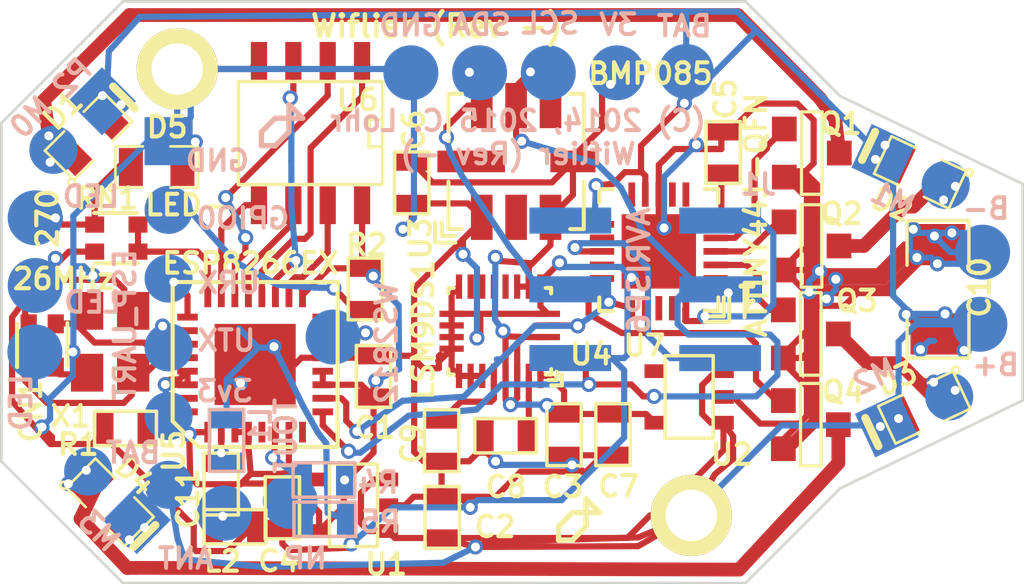
<source format=kicad_pcb>
(kicad_pcb (version 20171130) (host pcbnew "(5.1.12)-1")

  (general
    (thickness 1.6)
    (drawings 42)
    (tracks 887)
    (zones 0)
    (modules 57)
    (nets 39)
  )

  (page User 139.7 139.7)
  (title_block
    (title Wiflier)
    (rev -)
  )

  (layers
    (0 F.Cu signal)
    (31 B.Cu signal)
    (32 B.Adhes user hide)
    (33 F.Adhes user hide)
    (34 B.Paste user hide)
    (35 F.Paste user hide)
    (36 B.SilkS user hide)
    (37 F.SilkS user hide)
    (38 B.Mask user hide)
    (39 F.Mask user hide)
    (40 Dwgs.User user hide)
    (41 Cmts.User user hide)
    (42 Eco1.User user hide)
    (43 Eco2.User user hide)
    (44 Edge.Cuts user)
  )

  (setup
    (last_trace_width 0.2286)
    (trace_clearance 0.19812)
    (zone_clearance 0.254)
    (zone_45_only no)
    (trace_min 0.01778)
    (via_size 0.5588)
    (via_drill 0.3302)
    (via_min_size 0.5588)
    (via_min_drill 0.2032)
    (uvia_size 0.508)
    (uvia_drill 0.127)
    (uvias_allowed no)
    (uvia_min_size 0.01778)
    (uvia_min_drill 0.127)
    (edge_width 0.1)
    (segment_width 0.2)
    (pcb_text_width 0.3)
    (pcb_text_size 1.5 1.5)
    (mod_edge_width 0.15)
    (mod_text_size 0.762 0.762)
    (mod_text_width 0.1524)
    (pad_size 0.9 0.23)
    (pad_drill 0)
    (pad_to_mask_clearance 0.06858)
    (pad_to_paste_clearance -0.0254)
    (aux_axis_origin 0 0)
    (visible_elements 7FFFFFFF)
    (pcbplotparams
      (layerselection 0x00030_ffffffff)
      (usegerberextensions true)
      (usegerberattributes true)
      (usegerberadvancedattributes true)
      (creategerberjobfile true)
      (excludeedgelayer false)
      (linewidth 0.150000)
      (plotframeref false)
      (viasonmask false)
      (mode 1)
      (useauxorigin false)
      (hpglpennumber 1)
      (hpglpenspeed 20)
      (hpglpendiameter 15.000000)
      (psnegative false)
      (psa4output false)
      (plotreference true)
      (plotvalue true)
      (plotinvisibletext false)
      (padsonsilk false)
      (subtractmaskfromsilk false)
      (outputformat 1)
      (mirror false)
      (drillshape 0)
      (scaleselection 1)
      (outputdirectory "wiflier-"))
  )

  (net 0 "")
  (net 1 +3.3V)
  (net 2 +3.3VP)
  (net 3 +BATT)
  (net 4 AVRMISO)
  (net 5 AVRRST)
  (net 6 GND)
  (net 7 GP5)
  (net 8 GPIO0)
  (net 9 GPIO2)
  (net 10 M0P)
  (net 11 M1P)
  (net 12 M2P)
  (net 13 M3P)
  (net 14 MTR0)
  (net 15 MTR1)
  (net 16 MTR2)
  (net 17 MTR3)
  (net 18 N-0000012)
  (net 19 N-0000013)
  (net 20 N-0000015)
  (net 21 N-0000016)
  (net 22 N-0000017)
  (net 23 N-0000018)
  (net 24 N-0000020)
  (net 25 N-0000021)
  (net 26 N-0000037)
  (net 27 N-0000040)
  (net 28 N-0000041)
  (net 29 N-0000051)
  (net 30 N-0000052)
  (net 31 N-0000053)
  (net 32 N-0000054)
  (net 33 N-000008)
  (net 34 SCL)
  (net 35 SDA)
  (net 36 TOUT)
  (net 37 URX)
  (net 38 UTX)

  (net_class Default "This is the default net class."
    (clearance 0.19812)
    (trace_width 0.2286)
    (via_dia 0.5588)
    (via_drill 0.3302)
    (uvia_dia 0.508)
    (uvia_drill 0.127)
    (add_net +3.3V)
    (add_net +3.3VP)
    (add_net +BATT)
    (add_net AVRMISO)
    (add_net AVRRST)
    (add_net GND)
    (add_net GP5)
    (add_net GPIO0)
    (add_net GPIO2)
    (add_net MTR0)
    (add_net MTR1)
    (add_net MTR2)
    (add_net MTR3)
    (add_net N-0000012)
    (add_net N-0000013)
    (add_net N-0000015)
    (add_net N-0000016)
    (add_net N-0000017)
    (add_net N-0000018)
    (add_net N-0000020)
    (add_net N-0000021)
    (add_net N-0000037)
    (add_net N-0000040)
    (add_net N-0000041)
    (add_net N-0000051)
    (add_net N-0000052)
    (add_net N-0000053)
    (add_net N-0000054)
    (add_net N-000008)
    (add_net SCL)
    (add_net SDA)
    (add_net TOUT)
    (add_net URX)
    (add_net UTX)
  )

  (net_class MP ""
    (clearance 0.2286)
    (trace_width 0.508)
    (via_dia 0.5588)
    (via_drill 0.3302)
    (uvia_dia 0.508)
    (uvia_drill 0.127)
    (add_net M0P)
    (add_net M1P)
    (add_net M2P)
    (add_net M3P)
  )

  (module QFN20 (layer F.Cu) (tedit 556F1F2F) (tstamp 54D2AE15)
    (at 69.74332 58.41746 180)
    (path /54D2AD06)
    (fp_text reference U7 (at 0.5334 -3.48742 180) (layer F.SilkS)
      (effects (font (size 0.762 0.762) (thickness 0.1524)))
    )
    (fp_text value ATTINY441-QFN (at -3.58648 1.34366 270) (layer F.SilkS)
      (effects (font (size 0.762 0.762) (thickness 0.1524)))
    )
    (fp_line (start -2.2 -2.2) (end -1.7 -2.2) (layer F.SilkS) (width 0.15))
    (fp_line (start -2.2 -2.2) (end -2.2 -1.7) (layer F.SilkS) (width 0.15))
    (fp_line (start 2.2 -2.2) (end 2.2 -1.7) (layer F.SilkS) (width 0.15))
    (fp_line (start 1.7 -2.2) (end 2.2 -2.2) (layer F.SilkS) (width 0.15))
    (fp_line (start 2.2 2.3) (end 2.2 1.8) (layer F.SilkS) (width 0.15))
    (fp_line (start 2.2 2.3) (end 1.7 2.3) (layer F.SilkS) (width 0.15))
    (fp_line (start -2.2 2.3) (end -1.7 2.3) (layer F.SilkS) (width 0.15))
    (fp_line (start -2.2 1.8) (end -2.2 2.3) (layer F.SilkS) (width 0.15))
    (fp_line (start -2.4 -2.4) (end -1.8 -2.4) (layer F.SilkS) (width 0.15))
    (fp_line (start -2.4 -1.7) (end -2.4 -2.4) (layer F.SilkS) (width 0.15))
    (fp_line (start -1.7 -2.4) (end -1.8 -2.4) (layer F.SilkS) (width 0.15))
    (fp_line (start -2.6 -2.6) (end -2.6 -1.7) (layer F.SilkS) (width 0.15))
    (fp_line (start -1.7 -2.6) (end -2.6 -2.6) (layer F.SilkS) (width 0.15))
    (pad 21 smd rect (at 0 0 180) (size 2.75 2.75) (layers F.Cu F.Paste F.Mask)
      (net 6 GND))
    (pad 1 smd rect (at -2.1 -1 180) (size 0.9 0.25) (layers F.Cu F.Paste F.Mask)
      (net 34 SCL))
    (pad 2 smd rect (at -2.1 -0.5 180) (size 0.9 0.25) (layers F.Cu F.Paste F.Mask)
      (net 16 MTR2))
    (pad 3 smd rect (at -2.1 0 180) (size 0.9 0.25) (layers F.Cu F.Paste F.Mask)
      (net 15 MTR1))
    (pad 4 smd rect (at -2.1 0.5 180) (size 0.9 0.25) (layers F.Cu F.Paste F.Mask)
      (net 14 MTR0))
    (pad 5 smd rect (at -2.1 1 180) (size 0.9 0.25) (layers F.Cu F.Paste F.Mask)
      (net 26 N-0000037))
    (pad 6 smd rect (at -1 2.1 270) (size 0.9 0.25) (layers F.Cu F.Paste F.Mask))
    (pad 7 smd rect (at -0.5 2.1 270) (size 0.9 0.25) (layers F.Cu F.Paste F.Mask))
    (pad 8 smd rect (at 0 2.1 270) (size 0.9 0.25) (layers F.Cu F.Paste F.Mask)
      (net 6 GND))
    (pad 9 smd rect (at 0.5 2.1 270) (size 0.9 0.25) (layers F.Cu F.Paste F.Mask)
      (net 3 +BATT))
    (pad 10 smd rect (at 1 2.1 270) (size 0.9 0.25) (layers F.Cu F.Paste F.Mask))
    (pad 11 smd rect (at 2.1 1) (size 0.9 0.25) (layers F.Cu F.Paste F.Mask))
    (pad 12 smd rect (at 2.1 0.5) (size 0.9 0.25) (layers F.Cu F.Paste F.Mask))
    (pad 13 smd rect (at 2.1 0) (size 0.9 0.25) (layers F.Cu F.Paste F.Mask)
      (net 5 AVRRST))
    (pad 14 smd rect (at 2.1 -0.5) (size 0.9 0.25) (layers F.Cu F.Paste F.Mask))
    (pad 15 smd rect (at 2.1 -1) (size 0.9 0.25) (layers F.Cu F.Paste F.Mask)
      (net 17 MTR3))
    (pad 16 smd rect (at 1 -2.1 90) (size 0.9 0.25) (layers F.Cu F.Paste F.Mask)
      (net 35 SDA))
    (pad 17 smd rect (at 0.5 -2.1 90) (size 0.9 0.25) (layers F.Cu F.Paste F.Mask))
    (pad 18 smd rect (at 0 -2.1 90) (size 0.9 0.25) (layers F.Cu F.Paste F.Mask))
    (pad 19 smd rect (at -0.5 -2.1 90) (size 0.9 0.25) (layers F.Cu F.Paste F.Mask))
    (pad 20 smd rect (at -1 -2.1 90) (size 0.9 0.25) (layers F.Cu F.Paste F.Mask)
      (net 4 AVRMISO))
  )

  (module RIBBON6SMT (layer B.Cu) (tedit 54D42B8C) (tstamp 54A256B2)
    (at 66.4718 57.27954 270)
    (path /54D2B64E)
    (fp_text reference J1 (at -1.33604 -6.9469) (layer B.SilkS)
      (effects (font (size 0.762 0.762) (thickness 0.1524)) (justify mirror))
    )
    (fp_text value AVRISP6 (at 1.85166 -2.54 270) (layer B.SilkS)
      (effects (font (size 0.762 0.762) (thickness 0.1524)) (justify mirror))
    )
    (pad 2 smd rect (at 0 0 270) (size 0.9652 3.0226) (layers B.Cu B.Paste B.Mask)
      (net 3 +BATT))
    (pad 4 smd rect (at 2.54 0 270) (size 0.9652 3.0226) (layers B.Cu B.Paste B.Mask)
      (net 35 SDA))
    (pad 6 smd rect (at 5.08 0 270) (size 0.9652 3.0226) (layers B.Cu B.Paste B.Mask)
      (net 6 GND))
    (pad 1 smd rect (at 0 -5.5372 270) (size 0.9652 3.0226) (layers B.Cu B.Paste B.Mask)
      (net 4 AVRMISO))
    (pad 3 smd rect (at 2.54 -5.5372 270) (size 0.9652 3.0226) (layers B.Cu B.Paste B.Mask)
      (net 34 SCL))
    (pad 5 smd rect (at 5.08 -5.5372 270) (size 0.9652 3.0226) (layers B.Cu B.Paste B.Mask)
      (net 5 AVRRST))
  )

  (module XTAL4P (layer F.Cu) (tedit 556F2137) (tstamp 54D42D43)
    (at 50.31486 60.61456 270)
    (path /54A196FB)
    (fp_text reference X1 (at 3.90144 2.30886) (layer F.SilkS)
      (effects (font (size 0.762 0.762) (thickness 0.1524)))
    )
    (fp_text value 26MHz (at -1.18094 2.56752) (layer F.SilkS)
      (effects (font (size 0.762 0.762) (thickness 0.1524)))
    )
    (pad 4 smd rect (at 0 0 270) (size 1.397 1.1938) (layers F.Cu F.Paste F.Mask)
      (net 6 GND))
    (pad 1 smd rect (at 0 1.7018 270) (size 1.397 1.1938) (layers F.Cu F.Paste F.Mask)
      (net 21 N-0000016))
    (pad 3 smd rect (at 2.286 1.7018 270) (size 1.397 1.1938) (layers F.Cu F.Paste F.Mask)
      (net 6 GND))
    (pad 2 smd rect (at 2.286 0 270) (size 1.397 1.1938) (layers F.Cu F.Paste F.Mask)
      (net 19 N-0000013))
  )

  (module SOT23GDS (layer F.Cu) (tedit 54D38F9A) (tstamp 54D386EF)
    (at 75.3872 58.2168 90)
    (descr "Module CMS SOT23 Transistore EBC")
    (tags "CMS SOT")
    (path /54A1CC49)
    (attr smd)
    (fp_text reference Q2 (at 1.1938 1.1176 180) (layer F.SilkS)
      (effects (font (size 0.762 0.762) (thickness 0.1524)))
    )
    (fp_text value 7A_20V (at 0 0 90) (layer F.SilkS) hide
      (effects (font (size 0.762 0.762) (thickness 0.1524)))
    )
    (fp_line (start -1.524 0.381) (end -1.524 -0.381) (layer F.SilkS) (width 0.11938))
    (fp_line (start 1.524 0.381) (end -1.524 0.381) (layer F.SilkS) (width 0.11938))
    (fp_line (start 1.524 -0.381) (end 1.524 0.381) (layer F.SilkS) (width 0.11938))
    (fp_line (start -1.524 -0.381) (end 1.524 -0.381) (layer F.SilkS) (width 0.11938))
    (pad S smd rect (at -0.889 -1.016 90) (size 0.9144 0.9144) (layers F.Cu F.Paste F.Mask)
      (net 6 GND))
    (pad G smd rect (at 0.889 -1.016 90) (size 0.9144 0.9144) (layers F.Cu F.Paste F.Mask)
      (net 15 MTR1))
    (pad D smd rect (at 0 1.016 90) (size 0.9144 0.9144) (layers F.Cu F.Paste F.Mask)
      (net 11 M1P))
    (model smd/cms_sot23.wrl
      (at (xyz 0 0 0))
      (scale (xyz 0.13 0.15 0.15))
      (rotate (xyz 0 0 0))
    )
  )

  (module SOT23GDS (layer F.Cu) (tedit 54D38F9F) (tstamp 54A255A8)
    (at 75.39736 54.78272 90)
    (descr "Module CMS SOT23 Transistore EBC")
    (tags "CMS SOT")
    (path /54A1CC26)
    (attr smd)
    (fp_text reference Q1 (at 1.08712 1.06934 180) (layer F.SilkS)
      (effects (font (size 0.762 0.762) (thickness 0.1524)))
    )
    (fp_text value 7A_20V (at 0 0 90) (layer F.SilkS) hide
      (effects (font (size 0.762 0.762) (thickness 0.1524)))
    )
    (fp_line (start -1.524 0.381) (end -1.524 -0.381) (layer F.SilkS) (width 0.11938))
    (fp_line (start 1.524 0.381) (end -1.524 0.381) (layer F.SilkS) (width 0.11938))
    (fp_line (start 1.524 -0.381) (end 1.524 0.381) (layer F.SilkS) (width 0.11938))
    (fp_line (start -1.524 -0.381) (end 1.524 -0.381) (layer F.SilkS) (width 0.11938))
    (pad S smd rect (at -0.889 -1.016 90) (size 0.9144 0.9144) (layers F.Cu F.Paste F.Mask)
      (net 6 GND))
    (pad G smd rect (at 0.889 -1.016 90) (size 0.9144 0.9144) (layers F.Cu F.Paste F.Mask)
      (net 14 MTR0))
    (pad D smd rect (at 0 1.016 90) (size 0.9144 0.9144) (layers F.Cu F.Paste F.Mask)
      (net 10 M0P))
    (model smd/cms_sot23.wrl
      (at (xyz 0 0 0))
      (scale (xyz 0.13 0.15 0.15))
      (rotate (xyz 0 0 0))
    )
  )

  (module SOT23GDS (layer F.Cu) (tedit 556DF255) (tstamp 54D386E3)
    (at 75.3618 61.468 90)
    (descr "Module CMS SOT23 Transistore EBC")
    (tags "CMS SOT")
    (path /54A1CC7A)
    (attr smd)
    (fp_text reference Q3 (at 1.2192 1.7018 180) (layer F.SilkS)
      (effects (font (size 0.762 0.762) (thickness 0.1524)))
    )
    (fp_text value 7A_20V (at 0 0 90) (layer F.SilkS) hide
      (effects (font (size 0.762 0.762) (thickness 0.1524)))
    )
    (fp_line (start -1.524 0.381) (end -1.524 -0.381) (layer F.SilkS) (width 0.11938))
    (fp_line (start 1.524 0.381) (end -1.524 0.381) (layer F.SilkS) (width 0.11938))
    (fp_line (start 1.524 -0.381) (end 1.524 0.381) (layer F.SilkS) (width 0.11938))
    (fp_line (start -1.524 -0.381) (end 1.524 -0.381) (layer F.SilkS) (width 0.11938))
    (pad S smd rect (at -0.889 -1.016 90) (size 0.9144 0.9144) (layers F.Cu F.Paste F.Mask)
      (net 6 GND))
    (pad G smd rect (at 0.889 -1.016 90) (size 0.9144 0.9144) (layers F.Cu F.Paste F.Mask)
      (net 16 MTR2))
    (pad D smd rect (at 0 1.016 90) (size 0.9144 0.9144) (layers F.Cu F.Paste F.Mask)
      (net 12 M2P))
    (model smd/cms_sot23.wrl
      (at (xyz 0 0 0))
      (scale (xyz 0.13 0.15 0.15))
      (rotate (xyz 0 0 0))
    )
  )

  (module SOT23GDS (layer F.Cu) (tedit 54D38F98) (tstamp 54D386D7)
    (at 75.3618 64.8208 90)
    (descr "Module CMS SOT23 Transistore EBC")
    (tags "CMS SOT")
    (path /54A1CC80)
    (attr smd)
    (fp_text reference Q4 (at 1.2192 1.1938 180) (layer F.SilkS)
      (effects (font (size 0.762 0.762) (thickness 0.1524)))
    )
    (fp_text value 7A_20V (at 0 0 90) (layer F.SilkS) hide
      (effects (font (size 0.762 0.762) (thickness 0.1524)))
    )
    (fp_line (start -1.524 0.381) (end -1.524 -0.381) (layer F.SilkS) (width 0.11938))
    (fp_line (start 1.524 0.381) (end -1.524 0.381) (layer F.SilkS) (width 0.11938))
    (fp_line (start 1.524 -0.381) (end 1.524 0.381) (layer F.SilkS) (width 0.11938))
    (fp_line (start -1.524 -0.381) (end 1.524 -0.381) (layer F.SilkS) (width 0.11938))
    (pad S smd rect (at -0.889 -1.016 90) (size 0.9144 0.9144) (layers F.Cu F.Paste F.Mask)
      (net 6 GND))
    (pad G smd rect (at 0.889 -1.016 90) (size 0.9144 0.9144) (layers F.Cu F.Paste F.Mask)
      (net 17 MTR3))
    (pad D smd rect (at 0 1.016 90) (size 0.9144 0.9144) (layers F.Cu F.Paste F.Mask)
      (net 13 M3P))
    (model smd/cms_sot23.wrl
      (at (xyz 0 0 0))
      (scale (xyz 0.13 0.15 0.15))
      (rotate (xyz 0 0 0))
    )
  )

  (module SOT23-5 (layer F.Cu) (tedit 54D446B3) (tstamp 54D44403)
    (at 70.8637 63.7965 90)
    (path /54A1BF25)
    (attr smd)
    (fp_text reference U2 (at -2.1295 1.5803 180) (layer F.SilkS)
      (effects (font (size 0.762 0.762) (thickness 0.1524)))
    )
    (fp_text value MCP1824/3.0 (at 0 0 90) (layer F.SilkS) hide
      (effects (font (size 0.762 0.762) (thickness 0.1524)))
    )
    (fp_line (start -1.524 -0.889) (end 1.524 -0.889) (layer F.SilkS) (width 0.127))
    (fp_line (start -1.524 0.889) (end -1.524 -0.889) (layer F.SilkS) (width 0.127))
    (fp_line (start 1.524 0.889) (end -1.524 0.889) (layer F.SilkS) (width 0.127))
    (fp_line (start 1.524 -0.889) (end 1.524 0.889) (layer F.SilkS) (width 0.127))
    (pad 1 smd rect (at -0.9525 1.27 90) (size 0.508 0.762) (layers F.Cu F.Paste F.Mask)
      (net 3 +BATT))
    (pad 3 smd rect (at 0.9525 1.27 90) (size 0.508 0.762) (layers F.Cu F.Paste F.Mask)
      (net 3 +BATT))
    (pad 5 smd rect (at -0.9525 -1.27 90) (size 0.508 0.762) (layers F.Cu F.Paste F.Mask)
      (net 2 +3.3VP))
    (pad 2 smd rect (at 0 1.27 90) (size 0.508 0.762) (layers F.Cu F.Paste F.Mask)
      (net 6 GND))
    (pad 4 smd rect (at 0.9525 -1.27 90) (size 0.508 0.762) (layers F.Cu F.Paste F.Mask))
    (model smd/SOT23_5.wrl
      (at (xyz 0 0 0))
      (scale (xyz 0.1 0.1 0.1))
      (rotate (xyz 0 0 0))
    )
  )

  (module SOT23-5 (layer F.Cu) (tedit 556F19BE) (tstamp 54A255D8)
    (at 58.4581 67.80022 90)
    (path /54A1AD3D)
    (attr smd)
    (fp_text reference U1 (at -2.18186 1.21158 180) (layer F.SilkS)
      (effects (font (size 0.762 0.762) (thickness 0.1524)))
    )
    (fp_text value MCP1824/3.0 (at -2.12598 3.1877 180) (layer F.SilkS) hide
      (effects (font (size 0.762 0.762) (thickness 0.1524)))
    )
    (fp_line (start -1.524 -0.889) (end 1.524 -0.889) (layer F.SilkS) (width 0.127))
    (fp_line (start -1.524 0.889) (end -1.524 -0.889) (layer F.SilkS) (width 0.127))
    (fp_line (start 1.524 0.889) (end -1.524 0.889) (layer F.SilkS) (width 0.127))
    (fp_line (start 1.524 -0.889) (end 1.524 0.889) (layer F.SilkS) (width 0.127))
    (pad 1 smd rect (at -0.9525 1.27 90) (size 0.508 0.762) (layers F.Cu F.Paste F.Mask)
      (net 3 +BATT))
    (pad 3 smd rect (at 0.9525 1.27 90) (size 0.508 0.762) (layers F.Cu F.Paste F.Mask)
      (net 3 +BATT))
    (pad 5 smd rect (at -0.9525 -1.27 90) (size 0.508 0.762) (layers F.Cu F.Paste F.Mask)
      (net 1 +3.3V))
    (pad 2 smd rect (at 0 1.27 90) (size 0.508 0.762) (layers F.Cu F.Paste F.Mask)
      (net 6 GND))
    (pad 4 smd rect (at 0.9525 -1.27 90) (size 0.508 0.762) (layers F.Cu F.Paste F.Mask))
    (model smd/SOT23_5.wrl
      (at (xyz 0 0 0))
      (scale (xyz 0.1 0.1 0.1))
      (rotate (xyz 0 0 0))
    )
  )

  (module SO8E (layer F.Cu) (tedit 54D390E3) (tstamp 54A255EC)
    (at 56.8706 54.04358 180)
    (descr "module CMS SOJ 8 pins etroit")
    (tags "CMS SOJ")
    (path /54A19351)
    (attr smd)
    (fp_text reference U6 (at -1.7421 1.2237 180) (layer F.SilkS)
      (effects (font (size 0.762 0.762) (thickness 0.1524)))
    )
    (fp_text value W25Q80DV (at -0.38356 0.189 180) (layer F.SilkS) hide
      (effects (font (size 0.762 0.762) (thickness 0.1524)))
    )
    (fp_line (start 2.667 -1.905) (end 2.667 1.905) (layer F.SilkS) (width 0.127))
    (fp_line (start -2.159 0.508) (end -2.667 0.508) (layer F.SilkS) (width 0.127))
    (fp_line (start -2.159 -0.508) (end -2.159 0.508) (layer F.SilkS) (width 0.127))
    (fp_line (start -2.667 -0.508) (end -2.159 -0.508) (layer F.SilkS) (width 0.127))
    (fp_line (start -2.667 -1.905) (end -2.667 1.778) (layer F.SilkS) (width 0.127))
    (fp_line (start 2.667 -1.905) (end -2.667 -1.905) (layer F.SilkS) (width 0.127))
    (fp_line (start -2.667 1.905) (end 2.667 1.905) (layer F.SilkS) (width 0.127))
    (fp_line (start -2.667 1.778) (end -2.667 1.905) (layer F.SilkS) (width 0.127))
    (pad 8 smd rect (at -1.905 -2.667 180) (size 0.59944 1.39954) (layers F.Cu F.Paste F.Mask)
      (net 1 +3.3V))
    (pad 1 smd rect (at -1.905 2.667 180) (size 0.59944 1.39954) (layers F.Cu F.Paste F.Mask)
      (net 31 N-0000053))
    (pad 7 smd rect (at -0.635 -2.667 180) (size 0.59944 1.39954) (layers F.Cu F.Paste F.Mask)
      (net 30 N-0000052))
    (pad 6 smd rect (at 0.635 -2.667 180) (size 0.59944 1.39954) (layers F.Cu F.Paste F.Mask)
      (net 32 N-0000054))
    (pad 5 smd rect (at 1.905 -2.667 180) (size 0.59944 1.39954) (layers F.Cu F.Paste F.Mask)
      (net 28 N-0000041))
    (pad 2 smd rect (at -0.635 2.667 180) (size 0.59944 1.39954) (layers F.Cu F.Paste F.Mask)
      (net 27 N-0000040))
    (pad 3 smd rect (at 0.635 2.667 180) (size 0.59944 1.39954) (layers F.Cu F.Paste F.Mask)
      (net 29 N-0000051))
    (pad 4 smd rect (at 1.905 2.667 180) (size 0.59944 1.39954) (layers F.Cu F.Paste F.Mask)
      (net 6 GND))
    (model smd/cms_so8.wrl
      (at (xyz 0 0 0))
      (scale (xyz 0.5 0.32 0.5))
      (rotate (xyz 0 0 0))
    )
  )

  (module SM1206 (layer F.Cu) (tedit 54A2F60C) (tstamp 54A255F8)
    (at 80.0608 59.817 90)
    (path /54A1B79D)
    (attr smd)
    (fp_text reference C10 (at 0.071 1.5352 90) (layer F.SilkS)
      (effects (font (size 0.762 0.762) (thickness 0.1524)))
    )
    (fp_text value 100uF (at 0 0 90) (layer F.SilkS) hide
      (effects (font (size 0.762 0.762) (thickness 0.1524)))
    )
    (fp_line (start -0.889 -1.143) (end -2.54 -1.143) (layer F.SilkS) (width 0.127))
    (fp_line (start 2.54 1.143) (end 0.889 1.143) (layer F.SilkS) (width 0.127))
    (fp_line (start 2.54 -1.143) (end 2.54 1.143) (layer F.SilkS) (width 0.127))
    (fp_line (start 0.889 -1.143) (end 2.54 -1.143) (layer F.SilkS) (width 0.127))
    (fp_line (start -2.54 1.143) (end -0.889 1.143) (layer F.SilkS) (width 0.127))
    (fp_line (start -2.54 -1.143) (end -2.54 1.143) (layer F.SilkS) (width 0.127))
    (pad 1 smd rect (at -1.651 0 90) (size 1.524 2.032) (layers F.Cu F.Paste F.Mask)
      (net 3 +BATT))
    (pad 2 smd rect (at 1.651 0 90) (size 1.524 2.032) (layers F.Cu F.Paste F.Mask)
      (net 6 GND))
    (model smd/chip_cms.wrl
      (at (xyz 0 0 0))
      (scale (xyz 0.17 0.16 0.16))
      (rotate (xyz 0 0 0))
    )
  )

  (module SM0603 (layer F.Cu) (tedit 556F172A) (tstamp 54A2F4B1)
    (at 54.07914 68.59524)
    (path /54A24CA4)
    (attr smd)
    (fp_text reference L2 (at -0.45974 1.27762) (layer F.SilkS)
      (effects (font (size 0.762 0.762) (thickness 0.1524)))
    )
    (fp_text value NP (at 0 0) (layer F.SilkS) hide
      (effects (font (size 0.762 0.762) (thickness 0.1524)))
    )
    (fp_line (start -1.143 0.635) (end -1.143 -0.635) (layer F.SilkS) (width 0.127))
    (fp_line (start 1.143 0.635) (end -1.143 0.635) (layer F.SilkS) (width 0.127))
    (fp_line (start 1.143 -0.635) (end 1.143 0.635) (layer F.SilkS) (width 0.127))
    (fp_line (start -1.143 -0.635) (end 1.143 -0.635) (layer F.SilkS) (width 0.127))
    (pad 1 smd rect (at -0.762 0) (size 0.635 1.143) (layers F.Cu F.Paste F.Mask)
      (net 18 N-0000012))
    (pad 2 smd rect (at 0.762 0) (size 0.635 1.143) (layers F.Cu F.Paste F.Mask)
      (net 6 GND))
    (model smd\resistors\R0603.wrl
      (offset (xyz 0 0 0.02539999961853028))
      (scale (xyz 0.5 0.5 0.5))
      (rotate (xyz 0 0 0))
    )
  )

  (module SM0603 (layer F.Cu) (tedit 556DF26B) (tstamp 54A2562C)
    (at 64.08166 65.22974)
    (path /54A1C074)
    (attr smd)
    (fp_text reference C8 (at 0.01524 1.88976) (layer F.SilkS)
      (effects (font (size 0.762 0.762) (thickness 0.1524)))
    )
    (fp_text value .1u (at 0 0) (layer F.SilkS) hide
      (effects (font (size 0.762 0.762) (thickness 0.1524)))
    )
    (fp_line (start -1.143 0.635) (end -1.143 -0.635) (layer F.SilkS) (width 0.127))
    (fp_line (start 1.143 0.635) (end -1.143 0.635) (layer F.SilkS) (width 0.127))
    (fp_line (start 1.143 -0.635) (end 1.143 0.635) (layer F.SilkS) (width 0.127))
    (fp_line (start -1.143 -0.635) (end 1.143 -0.635) (layer F.SilkS) (width 0.127))
    (pad 1 smd rect (at -0.762 0) (size 0.635 1.143) (layers F.Cu F.Paste F.Mask)
      (net 6 GND))
    (pad 2 smd rect (at 0.762 0) (size 0.635 1.143) (layers F.Cu F.Paste F.Mask)
      (net 22 N-0000017))
    (model smd\resistors\R0603.wrl
      (offset (xyz 0 0 0.02539999961853028))
      (scale (xyz 0.5 0.5 0.5))
      (rotate (xyz 0 0 0))
    )
  )

  (module SM0603 (layer F.Cu) (tedit 556DF269) (tstamp 54A25636)
    (at 68.0496 65.1888 270)
    (path /54A1BB6C)
    (attr smd)
    (fp_text reference C7 (at 1.91292 -0.20782) (layer F.SilkS)
      (effects (font (size 0.762 0.762) (thickness 0.1524)))
    )
    (fp_text value .1u (at 0 0 270) (layer F.SilkS) hide
      (effects (font (size 0.762 0.762) (thickness 0.1524)))
    )
    (fp_line (start -1.143 0.635) (end -1.143 -0.635) (layer F.SilkS) (width 0.127))
    (fp_line (start 1.143 0.635) (end -1.143 0.635) (layer F.SilkS) (width 0.127))
    (fp_line (start 1.143 -0.635) (end 1.143 0.635) (layer F.SilkS) (width 0.127))
    (fp_line (start -1.143 -0.635) (end 1.143 -0.635) (layer F.SilkS) (width 0.127))
    (pad 1 smd rect (at -0.762 0 270) (size 0.635 1.143) (layers F.Cu F.Paste F.Mask)
      (net 2 +3.3VP))
    (pad 2 smd rect (at 0.762 0 270) (size 0.635 1.143) (layers F.Cu F.Paste F.Mask)
      (net 6 GND))
    (model smd\resistors\R0603.wrl
      (offset (xyz 0 0 0.02539999961853028))
      (scale (xyz 0.5 0.5 0.5))
      (rotate (xyz 0 0 0))
    )
  )

  (module SM0603 (layer F.Cu) (tedit 556F19B3) (tstamp 54A25640)
    (at 61.71438 65.41262 90)
    (path /54A1B986)
    (attr smd)
    (fp_text reference C9 (at -0.10668 -1.08458 90) (layer F.SilkS)
      (effects (font (size 0.762 0.762) (thickness 0.1524)))
    )
    (fp_text value 10nF (at 0 0 90) (layer F.SilkS) hide
      (effects (font (size 0.762 0.762) (thickness 0.1524)))
    )
    (fp_line (start -1.143 0.635) (end -1.143 -0.635) (layer F.SilkS) (width 0.127))
    (fp_line (start 1.143 0.635) (end -1.143 0.635) (layer F.SilkS) (width 0.127))
    (fp_line (start 1.143 -0.635) (end 1.143 0.635) (layer F.SilkS) (width 0.127))
    (fp_line (start -1.143 -0.635) (end 1.143 -0.635) (layer F.SilkS) (width 0.127))
    (pad 1 smd rect (at -0.762 0 90) (size 0.635 1.143) (layers F.Cu F.Paste F.Mask)
      (net 6 GND))
    (pad 2 smd rect (at 0.762 0 90) (size 0.635 1.143) (layers F.Cu F.Paste F.Mask)
      (net 23 N-0000018))
    (model smd\resistors\R0603.wrl
      (offset (xyz 0 0 0.02539999961853028))
      (scale (xyz 0.5 0.5 0.5))
      (rotate (xyz 0 0 0))
    )
  )

  (module SM0603 (layer F.Cu) (tedit 54A2F2D3) (tstamp 54A25654)
    (at 60.6108 55.8822 90)
    (path /54A1CC50)
    (attr smd)
    (fp_text reference C6 (at 1.951 0.0746 90) (layer F.SilkS)
      (effects (font (size 0.762 0.762) (thickness 0.1524)))
    )
    (fp_text value .1u (at 0 0 90) (layer F.SilkS) hide
      (effects (font (size 0.762 0.762) (thickness 0.1524)))
    )
    (fp_line (start -1.143 0.635) (end -1.143 -0.635) (layer F.SilkS) (width 0.127))
    (fp_line (start 1.143 0.635) (end -1.143 0.635) (layer F.SilkS) (width 0.127))
    (fp_line (start 1.143 -0.635) (end 1.143 0.635) (layer F.SilkS) (width 0.127))
    (fp_line (start -1.143 -0.635) (end 1.143 -0.635) (layer F.SilkS) (width 0.127))
    (pad 1 smd rect (at -0.762 0 90) (size 0.635 1.143) (layers F.Cu F.Paste F.Mask)
      (net 6 GND))
    (pad 2 smd rect (at 0.762 0 90) (size 0.635 1.143) (layers F.Cu F.Paste F.Mask)
      (net 2 +3.3VP))
    (model smd\resistors\R0603.wrl
      (offset (xyz 0 0 0.02539999961853028))
      (scale (xyz 0.5 0.5 0.5))
      (rotate (xyz 0 0 0))
    )
  )

  (module SM0603 (layer F.Cu) (tedit 556F0F93) (tstamp 54A2565E)
    (at 72.1233 54.7624 270)
    (path /54A21727)
    (attr smd)
    (fp_text reference C5 (at -1.97866 -0.0762 270) (layer F.SilkS)
      (effects (font (size 0.762 0.762) (thickness 0.1524)))
    )
    (fp_text value 1u (at 0 0 270) (layer F.SilkS) hide
      (effects (font (size 0.762 0.762) (thickness 0.1524)))
    )
    (fp_line (start -1.143 0.635) (end -1.143 -0.635) (layer F.SilkS) (width 0.127))
    (fp_line (start 1.143 0.635) (end -1.143 0.635) (layer F.SilkS) (width 0.127))
    (fp_line (start 1.143 -0.635) (end 1.143 0.635) (layer F.SilkS) (width 0.127))
    (fp_line (start -1.143 -0.635) (end 1.143 -0.635) (layer F.SilkS) (width 0.127))
    (pad 1 smd rect (at -0.762 0 270) (size 0.635 1.143) (layers F.Cu F.Paste F.Mask)
      (net 6 GND))
    (pad 2 smd rect (at 0.762 0 270) (size 0.635 1.143) (layers F.Cu F.Paste F.Mask)
      (net 26 N-0000037))
    (model smd\resistors\R0603.wrl
      (offset (xyz 0 0 0.02539999961853028))
      (scale (xyz 0.5 0.5 0.5))
      (rotate (xyz 0 0 0))
    )
  )

  (module SM0603 (layer F.Cu) (tedit 556DF267) (tstamp 54A25668)
    (at 66.24066 65.19164 270)
    (path /54A1BF47)
    (attr smd)
    (fp_text reference C3 (at 1.92786 0.04572) (layer F.SilkS)
      (effects (font (size 0.762 0.762) (thickness 0.1524)))
    )
    (fp_text value 10uF (at 0 0 270) (layer F.SilkS) hide
      (effects (font (size 0.762 0.762) (thickness 0.1524)))
    )
    (fp_line (start -1.143 0.635) (end -1.143 -0.635) (layer F.SilkS) (width 0.127))
    (fp_line (start 1.143 0.635) (end -1.143 0.635) (layer F.SilkS) (width 0.127))
    (fp_line (start 1.143 -0.635) (end 1.143 0.635) (layer F.SilkS) (width 0.127))
    (fp_line (start -1.143 -0.635) (end 1.143 -0.635) (layer F.SilkS) (width 0.127))
    (pad 1 smd rect (at -0.762 0 270) (size 0.635 1.143) (layers F.Cu F.Paste F.Mask)
      (net 2 +3.3VP))
    (pad 2 smd rect (at 0.762 0 270) (size 0.635 1.143) (layers F.Cu F.Paste F.Mask)
      (net 6 GND))
    (model smd\resistors\R0603.wrl
      (offset (xyz 0 0 0.02539999961853028))
      (scale (xyz 0.5 0.5 0.5))
      (rotate (xyz 0 0 0))
    )
  )

  (module SM0603 (layer B.Cu) (tedit 5568BEE7) (tstamp 54D42CF6)
    (at 53.76672 65.40246 90)
    (path /54A24F6F)
    (attr smd)
    (fp_text reference L1 (at 0.55626 1.25476 90) (layer B.SilkS)
      (effects (font (size 0.762 0.762) (thickness 0.1524)) (justify mirror))
    )
    (fp_text value NP (at -0.15494 1.02108 90) (layer B.SilkS) hide
      (effects (font (size 0.762 0.762) (thickness 0.1524)) (justify mirror))
    )
    (fp_line (start -1.143 -0.635) (end -1.143 0.635) (layer B.SilkS) (width 0.127))
    (fp_line (start 1.143 -0.635) (end -1.143 -0.635) (layer B.SilkS) (width 0.127))
    (fp_line (start 1.143 0.635) (end 1.143 -0.635) (layer B.SilkS) (width 0.127))
    (fp_line (start -1.143 0.635) (end 1.143 0.635) (layer B.SilkS) (width 0.127))
    (pad 1 smd rect (at -0.762 0 90) (size 0.635 1.143) (layers B.Cu B.Paste B.Mask)
      (net 33 N-000008))
    (pad 2 smd rect (at 0.762 0 90) (size 0.635 1.143) (layers B.Cu B.Paste B.Mask)
      (net 6 GND))
    (model smd\resistors\R0603.wrl
      (offset (xyz 0 0 0.02539999961853028))
      (scale (xyz 0.5 0.5 0.5))
      (rotate (xyz 0 0 0))
    )
  )

  (module SM0603 (layer F.Cu) (tedit 556F19B5) (tstamp 54A2567C)
    (at 59.19978 63.03772 90)
    (path /54A1B797)
    (attr smd)
    (fp_text reference C1 (at -1.89484 0.04318 180) (layer F.SilkS)
      (effects (font (size 0.762 0.762) (thickness 0.1524)))
    )
    (fp_text value 10uF (at 0 0 90) (layer F.SilkS) hide
      (effects (font (size 0.762 0.762) (thickness 0.1524)))
    )
    (fp_line (start -1.143 0.635) (end -1.143 -0.635) (layer F.SilkS) (width 0.127))
    (fp_line (start 1.143 0.635) (end -1.143 0.635) (layer F.SilkS) (width 0.127))
    (fp_line (start 1.143 -0.635) (end 1.143 0.635) (layer F.SilkS) (width 0.127))
    (fp_line (start -1.143 -0.635) (end 1.143 -0.635) (layer F.SilkS) (width 0.127))
    (pad 1 smd rect (at -0.762 0 90) (size 0.635 1.143) (layers F.Cu F.Paste F.Mask)
      (net 1 +3.3V))
    (pad 2 smd rect (at 0.762 0 90) (size 0.635 1.143) (layers F.Cu F.Paste F.Mask)
      (net 6 GND))
    (model smd\resistors\R0603.wrl
      (offset (xyz 0 0 0.02539999961853028))
      (scale (xyz 0.5 0.5 0.5))
      (rotate (xyz 0 0 0))
    )
  )

  (module SM0603 (layer F.Cu) (tedit 5568CE3B) (tstamp 54A25686)
    (at 61.73724 68.24726 90)
    (path /54A1B774)
    (attr smd)
    (fp_text reference C2 (at -0.34798 1.95072 180) (layer F.SilkS)
      (effects (font (size 0.762 0.762) (thickness 0.1524)))
    )
    (fp_text value 10uF (at 0 0 90) (layer F.SilkS) hide
      (effects (font (size 0.762 0.762) (thickness 0.1524)))
    )
    (fp_line (start -1.143 0.635) (end -1.143 -0.635) (layer F.SilkS) (width 0.127))
    (fp_line (start 1.143 0.635) (end -1.143 0.635) (layer F.SilkS) (width 0.127))
    (fp_line (start 1.143 -0.635) (end 1.143 0.635) (layer F.SilkS) (width 0.127))
    (fp_line (start -1.143 -0.635) (end 1.143 -0.635) (layer F.SilkS) (width 0.127))
    (pad 1 smd rect (at -0.762 0 90) (size 0.635 1.143) (layers F.Cu F.Paste F.Mask)
      (net 3 +BATT))
    (pad 2 smd rect (at 0.762 0 90) (size 0.635 1.143) (layers F.Cu F.Paste F.Mask)
      (net 6 GND))
    (model smd\resistors\R0603.wrl
      (offset (xyz 0 0 0.02539999961853028))
      (scale (xyz 0.5 0.5 0.5))
      (rotate (xyz 0 0 0))
    )
  )

  (module SM0603 (layer F.Cu) (tedit 556F214A) (tstamp 54D42D1E)
    (at 53.5686 67.01536 270)
    (path /54A249DB)
    (attr smd)
    (fp_text reference C11 (at 0.54356 1.22682 270) (layer F.SilkS)
      (effects (font (size 0.762 0.762) (thickness 0.1524)))
    )
    (fp_text value 5.6pF (at 0 0 270) (layer F.SilkS) hide
      (effects (font (size 0.762 0.762) (thickness 0.1524)))
    )
    (fp_line (start -1.143 0.635) (end -1.143 -0.635) (layer F.SilkS) (width 0.127))
    (fp_line (start 1.143 0.635) (end -1.143 0.635) (layer F.SilkS) (width 0.127))
    (fp_line (start 1.143 -0.635) (end 1.143 0.635) (layer F.SilkS) (width 0.127))
    (fp_line (start -1.143 -0.635) (end 1.143 -0.635) (layer F.SilkS) (width 0.127))
    (pad 1 smd rect (at -0.762 0 270) (size 0.635 1.143) (layers F.Cu F.Paste F.Mask)
      (net 33 N-000008))
    (pad 2 smd rect (at 0.762 0 270) (size 0.635 1.143) (layers F.Cu F.Paste F.Mask)
      (net 18 N-0000012))
    (model smd\resistors\R0603.wrl
      (offset (xyz 0 0 0.02539999961853028))
      (scale (xyz 0.5 0.5 0.5))
      (rotate (xyz 0 0 0))
    )
  )

  (module QFN32 (layer F.Cu) (tedit 556F2142) (tstamp 54D44445)
    (at 54.8237 62.5972 90)
    (descr "Support CMS Plcc 32 pins")
    (tags "CMS Plcc")
    (path /54A176B1)
    (attr smd)
    (fp_text reference U5 (at -3.19388 -3.01024 90) (layer F.SilkS)
      (effects (font (size 0.762 0.762) (thickness 0.1524)))
    )
    (fp_text value ESP8266EX (at 3.74032 -0.17306 180) (layer F.SilkS)
      (effects (font (size 0.762 0.762) (thickness 0.1524)))
    )
    (fp_line (start -3.048 -2.0955) (end -2.0955 -3.048) (layer F.SilkS) (width 0.1524))
    (fp_line (start -3.048 3.048) (end -3.048 -2.0955) (layer F.SilkS) (width 0.1524))
    (fp_line (start 3.048 3.048) (end -3.048 3.048) (layer F.SilkS) (width 0.1524))
    (fp_line (start 3.048 -3.048) (end 3.048 3.048) (layer F.SilkS) (width 0.1524))
    (fp_line (start 2.0955 -3.048) (end 3.048 -3.048) (layer F.SilkS) (width 0.1524))
    (fp_line (start -2.0955 -3.048) (end 2.0955 -3.048) (layer F.SilkS) (width 0.1524))
    (pad 31 smd rect (at -1.24968 -2.49936 90) (size 0.254 0.762) (layers F.Cu F.Paste F.Mask)
      (net 20 N-0000015))
    (pad 30 smd rect (at -0.7493 -2.49936 90) (size 0.254 0.762) (layers F.Cu F.Paste F.Mask)
      (net 1 +3.3V))
    (pad 29 smd rect (at -0.24892 -2.49936 90) (size 0.254 0.762) (layers F.Cu F.Paste F.Mask)
      (net 1 +3.3V))
    (pad 32 smd rect (at -1.75006 -2.49936 90) (size 0.254 0.762) (layers F.Cu F.Paste F.Mask))
    (pad 1 smd rect (at -2.49936 -1.75006 180) (size 0.254 0.762) (layers F.Cu F.Paste F.Mask)
      (net 1 +3.3V))
    (pad 2 smd rect (at -2.49936 -1.24968 180) (size 0.254 0.762) (layers F.Cu F.Paste F.Mask)
      (net 33 N-000008))
    (pad 3 smd rect (at -2.49936 -0.7493 180) (size 0.254 0.762) (layers F.Cu F.Paste F.Mask)
      (net 1 +3.3V))
    (pad 4 smd rect (at -2.49936 -0.24892 180) (size 0.254 0.762) (layers F.Cu F.Paste F.Mask)
      (net 1 +3.3V))
    (pad 5 smd rect (at -2.49936 0.24892 180) (size 0.254 0.762) (layers F.Cu F.Paste F.Mask))
    (pad 6 smd rect (at -2.49936 0.7493 180) (size 0.254 0.762) (layers F.Cu F.Paste F.Mask)
      (net 36 TOUT))
    (pad 7 smd rect (at -2.49936 1.24968 180) (size 0.254 0.762) (layers F.Cu F.Paste F.Mask)
      (net 1 +3.3V))
    (pad 8 smd rect (at -2.49936 1.75006 180) (size 0.254 0.762) (layers F.Cu F.Paste F.Mask))
    (pad 16 smd rect (at 1.75006 2.49936 90) (size 0.254 0.762) (layers F.Cu F.Paste F.Mask))
    (pad 9 smd rect (at -1.75006 2.49936 90) (size 0.254 0.762) (layers F.Cu F.Paste F.Mask)
      (net 34 SCL))
    (pad 10 smd rect (at -1.24968 2.49936 90) (size 0.254 0.762) (layers F.Cu F.Paste F.Mask)
      (net 35 SDA))
    (pad 11 smd rect (at -0.7493 2.49936 90) (size 0.254 0.762) (layers F.Cu F.Paste F.Mask)
      (net 1 +3.3V))
    (pad 12 smd rect (at -0.24892 2.49936 90) (size 0.254 0.762) (layers F.Cu F.Paste F.Mask)
      (net 1 +3.3V))
    (pad 13 smd rect (at 0.24892 2.49936 90) (size 0.254 0.762) (layers F.Cu F.Paste F.Mask)
      (net 6 GND))
    (pad 14 smd rect (at 0.7493 2.49936 90) (size 0.254 0.762) (layers F.Cu F.Paste F.Mask)
      (net 9 GPIO2))
    (pad 15 smd rect (at 1.24968 2.49936 90) (size 0.254 0.762) (layers F.Cu F.Paste F.Mask)
      (net 8 GPIO0))
    (pad 17 smd rect (at 2.49936 1.75006 180) (size 0.254 0.762) (layers F.Cu F.Paste F.Mask)
      (net 1 +3.3V))
    (pad 18 smd rect (at 2.49936 1.24968 180) (size 0.254 0.762) (layers F.Cu F.Paste F.Mask)
      (net 30 N-0000052))
    (pad 19 smd rect (at 2.49936 0.7493 180) (size 0.254 0.762) (layers F.Cu F.Paste F.Mask)
      (net 29 N-0000051))
    (pad 20 smd rect (at 2.49936 0.24892 180) (size 0.254 0.762) (layers F.Cu F.Paste F.Mask)
      (net 31 N-0000053))
    (pad 21 smd rect (at 2.49936 -0.24892 180) (size 0.254 0.762) (layers F.Cu F.Paste F.Mask)
      (net 32 N-0000054))
    (pad 22 smd rect (at 2.49936 -0.7493 180) (size 0.254 0.762) (layers F.Cu F.Paste F.Mask)
      (net 27 N-0000040))
    (pad 23 smd rect (at 2.49936 -1.24968 180) (size 0.254 0.762) (layers F.Cu F.Paste F.Mask)
      (net 28 N-0000041))
    (pad 24 smd rect (at 2.49936 -1.75006 180) (size 0.254 0.762) (layers F.Cu F.Paste F.Mask)
      (net 7 GP5))
    (pad 25 smd rect (at 1.75006 -2.49936 90) (size 0.254 0.762) (layers F.Cu F.Paste F.Mask)
      (net 37 URX))
    (pad 26 smd rect (at 1.24968 -2.49936 90) (size 0.254 0.762) (layers F.Cu F.Paste F.Mask)
      (net 38 UTX))
    (pad 27 smd rect (at 0.7493 -2.49936 90) (size 0.254 0.762) (layers F.Cu F.Paste F.Mask)
      (net 21 N-0000016))
    (pad 28 smd rect (at 0.24892 -2.49936 90) (size 0.254 0.762) (layers F.Cu F.Paste F.Mask)
      (net 19 N-0000013))
    (pad 33 smd rect (at 0 0 90) (size 2.99974 2.99974) (layers F.Cu F.Paste F.Mask)
      (net 6 GND))
  )

  (module NETWORK0606 (layer F.Cu) (tedit 556F1881) (tstamp 54D42D34)
    (at 46.95444 61.89472 90)
    (path /54A1981C)
    (fp_text reference CN1 (at -2.42824 -0.4191 90) (layer F.SilkS)
      (effects (font (size 0.762 0.762) (thickness 0.1524)))
    )
    (fp_text value 10p (at -0.29972 1.5202 90) (layer F.SilkS) hide
      (effects (font (size 0.762 0.762) (thickness 0.1524)))
    )
    (fp_line (start -0.78 0.93) (end 0.82 0.93) (layer F.SilkS) (width 0.15))
    (fp_line (start 0.8 -0.93) (end -0.8 -0.93) (layer F.SilkS) (width 0.15))
    (pad 1 smd rect (at -0.8 -0.5 90) (size 0.7 0.6) (layers F.Cu F.Paste F.Mask)
      (net 19 N-0000013))
    (pad 2 smd rect (at 0.8 -0.5 90) (size 0.7 0.6) (layers F.Cu F.Paste F.Mask)
      (net 6 GND))
    (pad 3 smd rect (at -0.8 0.5 90) (size 0.7 0.6) (layers F.Cu F.Paste F.Mask)
      (net 6 GND))
    (pad 4 smd rect (at 0.8 0.5 90) (size 0.7 0.6) (layers F.Cu F.Paste F.Mask)
      (net 21 N-0000016))
  )

  (module BMP085 (layer F.Cu) (tedit 556F0F96) (tstamp 54A3367C)
    (at 64.4693 55.0929 90)
    (path /54A1C62B)
    (fp_text reference U3 (at -2.8445 -3.5347 90) (layer F.SilkS)
      (effects (font (size 0.762 0.762) (thickness 0.1524)))
    )
    (fp_text value BMP085 (at 3.24642 4.9616 180) (layer F.SilkS)
      (effects (font (size 0.762 0.762) (thickness 0.1524)))
    )
    (fp_line (start -2.5 -2.5) (end -0.75 -2.5) (layer F.SilkS) (width 0.15))
    (fp_line (start -2.5 -2.5) (end -2.5 -2) (layer F.SilkS) (width 0.15))
    (fp_line (start -2.5 2.5) (end -0.75 2.5) (layer F.SilkS) (width 0.15))
    (fp_line (start -2.5 2) (end -2.5 2.5) (layer F.SilkS) (width 0.15))
    (fp_line (start 2.5 2.5) (end 2.5 2) (layer F.SilkS) (width 0.15))
    (fp_line (start 0.75 2.5) (end 2.5 2.5) (layer F.SilkS) (width 0.15))
    (fp_line (start 2.5 -2.5) (end 0.75 -2.5) (layer F.SilkS) (width 0.15))
    (fp_line (start 2.5 -2) (end 2.5 -2.5) (layer F.SilkS) (width 0.15))
    (fp_line (start -3 -3) (end -2.25 -3) (layer F.SilkS) (width 0.15))
    (fp_line (start -3 -2.25) (end -3 -3) (layer F.SilkS) (width 0.15))
    (fp_line (start -2.75 -2.75) (end -2.75 -2.25) (layer F.SilkS) (width 0.15))
    (fp_line (start -2.25 -2.75) (end -2.75 -2.75) (layer F.SilkS) (width 0.15))
    (pad 1 smd rect (at -2.065 -1.27 90) (size 1.67 0.8) (layers F.Cu F.Paste F.Mask)
      (net 6 GND))
    (pad 2 smd rect (at -2.065 0 90) (size 1.67 0.8) (layers F.Cu F.Paste F.Mask))
    (pad 3 smd rect (at -2.065 1.27 90) (size 1.67 0.8) (layers F.Cu F.Paste F.Mask)
      (net 2 +3.3VP))
    (pad 4 smd rect (at 0 2.1 180) (size 1.67 0.8) (layers F.Cu F.Paste F.Mask)
      (net 2 +3.3VP))
    (pad 5 smd rect (at 2.065 1.27 90) (size 1.67 0.8) (layers F.Cu F.Paste F.Mask))
    (pad 6 smd rect (at 2.065 0 90) (size 1.67 0.8) (layers F.Cu F.Paste F.Mask)
      (net 34 SCL))
    (pad 7 smd rect (at 2.065 -1.27 90) (size 1.67 0.8) (layers F.Cu F.Paste F.Mask)
      (net 35 SDA))
    (pad 8 smd rect (at 0 -1.66 180) (size 2.5 0.8) (layers F.Cu F.Paste F.Mask))
  )

  (module SMT_1x6 (layer B.Cu) (tedit 556F2064) (tstamp 54A2569F)
    (at 51.6255 60.6933 270)
    (path /54A25539)
    (fp_text reference P32 (at -4.258 -2.9909 270) (layer B.SilkS) hide
      (effects (font (size 0.762 0.762) (thickness 0.1524)) (justify mirror))
    )
    (fp_text value ESP_UART (at 0.43434 1.61036 270) (layer B.SilkS)
      (effects (font (size 0.762 0.762) (thickness 0.1524)) (justify mirror))
    )
    (pad 1 smd rect (at -6.35 0 270) (size 1.778 1.778) (layers B.Cu B.Paste B.Mask)
      (net 6 GND))
    (pad 2 smd circle (at -3.81 0 270) (size 1.778 1.778) (layers B.Cu B.Paste B.Mask)
      (net 8 GPIO0))
    (pad 3 smd circle (at -1.27 0 270) (size 1.778 1.778) (layers B.Cu B.Paste B.Mask)
      (net 37 URX))
    (pad 4 smd circle (at 1.27 0 270) (size 1.778 1.778) (layers B.Cu B.Paste B.Mask)
      (net 38 UTX))
    (pad 5 smd circle (at 3.81 0 270) (size 1.778 1.778) (layers B.Cu B.Paste B.Mask)
      (net 1 +3.3V))
    (pad 6 smd circle (at 6.35 0 270) (size 1.778 1.778) (layers B.Cu B.Paste B.Mask)
      (net 3 +BATT))
  )

  (module .1SMTPIN (layer B.Cu) (tedit 556F203B) (tstamp 54A1C5F7)
    (at 53.68798 68.08978)
    (path /54A1DBF0)
    (fp_text reference P6 (at 0 0) (layer B.SilkS) hide
      (effects (font (size 0.762 0.762) (thickness 0.1524)) (justify mirror))
    )
    (fp_text value ANT (at -1.43002 1.67894) (layer B.SilkS)
      (effects (font (size 0.762 0.762) (thickness 0.1524)) (justify mirror))
    )
    (pad 1 smd circle (at 0 0) (size 2.032 2.032) (layers B.Cu B.Paste B.Mask)
      (net 18 N-0000012))
  )

  (module SMT_1x2 (layer B.Cu) (tedit 5568BEC4) (tstamp 54A1CD00)
    (at 48.26508 53.76672 225)
    (path /54A1DE47)
    (fp_text reference P2 (at -1.099183 1.390144 225) (layer B.SilkS)
      (effects (font (size 0.762 0.762) (thickness 0.1524)) (justify mirror))
    )
    (fp_text value M0 (at 1.003993 1.438637 225) (layer B.SilkS)
      (effects (font (size 0.762 0.762) (thickness 0.1524)) (justify mirror))
    )
    (pad 1 smd rect (at -1.27 0 225) (size 1.778 1.778) (layers B.Cu B.Paste B.Mask)
      (net 3 +BATT))
    (pad 2 smd circle (at 1.27 0 225) (size 1.778 1.778) (layers B.Cu B.Paste B.Mask)
      (net 10 M0P))
  )

  (module SMT_1x2 (layer B.Cu) (tedit 54D42B38) (tstamp 54A1CD06)
    (at 79.194 55.426 335)
    (path /54A1DE65)
    (fp_text reference P3 (at -0.288904 1.476426 335) (layer B.SilkS) hide
      (effects (font (size 0.762 0.762) (thickness 0.1524)) (justify mirror))
    )
    (fp_text value M1 (at -0.28425 1.306101 335) (layer B.SilkS)
      (effects (font (size 0.762 0.762) (thickness 0.1524)) (justify mirror))
    )
    (pad 1 smd rect (at -1.27 0 335) (size 1.778 1.778) (layers B.Cu B.Paste B.Mask)
      (net 3 +BATT))
    (pad 2 smd circle (at 1.27 0 335) (size 1.778 1.778) (layers B.Cu B.Paste B.Mask)
      (net 11 M1P))
  )

  (module SMT_1x2 (layer B.Cu) (tedit 54D42B73) (tstamp 54A1CD0C)
    (at 79.3242 64.3128 25)
    (path /54A1DE77)
    (fp_text reference P4 (at -0.892123 -1.500602 25) (layer B.SilkS) hide
      (effects (font (size 0.762 0.762) (thickness 0.1524)) (justify mirror))
    )
    (fp_text value M2 (at -0.913549 -1.827285 25) (layer B.SilkS)
      (effects (font (size 0.762 0.762) (thickness 0.1524)) (justify mirror))
    )
    (pad 1 smd rect (at -1.27 0 25) (size 1.778 1.778) (layers B.Cu B.Paste B.Mask)
      (net 3 +BATT))
    (pad 2 smd circle (at 1.27 0 25) (size 1.778 1.778) (layers B.Cu B.Paste B.Mask)
      (net 12 M2P))
  )

  (module SMT_1x2 (layer B.Cu) (tedit 5568B999) (tstamp 54D42D13)
    (at 49.55032 67.4497 135)
    (path /54A1DE89)
    (fp_text reference P5 (at -3.349211 0.759645 135) (layer B.SilkS) hide
      (effects (font (size 0.762 0.762) (thickness 0.1524)) (justify mirror))
    )
    (fp_text value M3 (at -0.562164 -1.269808 135) (layer B.SilkS)
      (effects (font (size 0.762 0.762) (thickness 0.1524)) (justify mirror))
    )
    (pad 1 smd rect (at -1.27 0 135) (size 1.778 1.778) (layers B.Cu B.Paste B.Mask)
      (net 3 +BATT))
    (pad 2 smd circle (at 1.27 0 135) (size 1.778 1.778) (layers B.Cu B.Paste B.Mask)
      (net 13 M3P))
  )

  (module .1SMTPIN (layer B.Cu) (tedit 54D42B55) (tstamp 54A25783)
    (at 81.7118 58.4454)
    (path /54A20105)
    (fp_text reference P24 (at 0.0038 -0.0609 90) (layer B.SilkS) hide
      (effects (font (size 0.762 0.762) (thickness 0.1524)) (justify mirror))
    )
    (fp_text value B- (at 0.12192 -1.61036) (layer B.SilkS)
      (effects (font (size 0.762 0.762) (thickness 0.1524)) (justify mirror))
    )
    (pad 1 smd circle (at 0 0) (size 2.032 2.032) (layers B.Cu B.Paste B.Mask)
      (net 6 GND))
  )

  (module .1SMTPIN (layer B.Cu) (tedit 54D42B59) (tstamp 54A2582B)
    (at 81.6102 61.1124)
    (path /54A200D8)
    (fp_text reference P21 (at 0.6974 1.85538 270) (layer B.SilkS) hide
      (effects (font (size 0.762 0.762) (thickness 0.1524)) (justify mirror))
    )
    (fp_text value B+ (at 0.57912 1.50114) (layer B.SilkS)
      (effects (font (size 0.762 0.762) (thickness 0.1524)) (justify mirror))
    )
    (pad 1 smd circle (at 0 0) (size 2.032 2.032) (layers B.Cu B.Paste B.Mask)
      (net 3 +BATT))
  )

  (module .1SMTPIN (layer B.Cu) (tedit 54D463F8) (tstamp 54A1CE58)
    (at 57.70626 61.5823)
    (path /54A1E197)
    (fp_text reference P1 (at 0 0) (layer B.SilkS) hide
      (effects (font (size 0.762 0.762) (thickness 0.1524)) (justify mirror))
    )
    (fp_text value WS2812 (at 1.97358 0.21844 90) (layer B.SilkS)
      (effects (font (size 0.762 0.762) (thickness 0.1524)) (justify mirror))
    )
    (pad 1 smd circle (at 0 0) (size 2.032 2.032) (layers B.Cu B.Paste B.Mask)
      (net 9 GPIO2))
  )

  (module HOLE-1.9MM (layer F.Cu) (tedit 54A2C2E9) (tstamp 54D44487)
    (at 51.944 51.676)
    (path /54A2C4ED)
    (fp_text reference P7 (at 0 0) (layer F.SilkS) hide
      (effects (font (size 0.762 0.762) (thickness 0.1524)))
    )
    (fp_text value ~ (at 0 0) (layer F.SilkS) hide
      (effects (font (size 0.762 0.762) (thickness 0.1524)))
    )
    (pad 1 thru_hole circle (at 0 0) (size 3 3) (drill 1.9) (layers *.Cu *.Mask F.SilkS)
      (net 6 GND))
  )

  (module HOLE-1.9MM (layer F.Cu) (tedit 54A2C2E9) (tstamp 54D442E6)
    (at 70.944 68.176)
    (path /54A2C4F3)
    (fp_text reference P8 (at 0 0) (layer F.SilkS) hide
      (effects (font (size 0.762 0.762) (thickness 0.1524)))
    )
    (fp_text value ~ (at 0 0) (layer F.SilkS) hide
      (effects (font (size 0.762 0.762) (thickness 0.1524)))
    )
    (pad 1 thru_hole circle (at 0 0) (size 3 3) (drill 1.9) (layers *.Cu *.Mask F.SilkS)
      (net 3 +BATT))
  )

  (module SM0603 (layer F.Cu) (tedit 556F1733) (tstamp 54A2D9B1)
    (at 55.8292 67.8942 270)
    (path /54A1B7A3)
    (attr smd)
    (fp_text reference C4 (at 1.96596 0.14224) (layer F.SilkS)
      (effects (font (size 0.762 0.762) (thickness 0.1524)))
    )
    (fp_text value 1uF (at 0 0 270) (layer F.SilkS) hide
      (effects (font (size 0.762 0.762) (thickness 0.1524)))
    )
    (fp_line (start -1.143 0.635) (end -1.143 -0.635) (layer F.SilkS) (width 0.127))
    (fp_line (start 1.143 0.635) (end -1.143 0.635) (layer F.SilkS) (width 0.127))
    (fp_line (start 1.143 -0.635) (end 1.143 0.635) (layer F.SilkS) (width 0.127))
    (fp_line (start -1.143 -0.635) (end 1.143 -0.635) (layer F.SilkS) (width 0.127))
    (pad 1 smd rect (at -0.762 0 270) (size 0.635 1.143) (layers F.Cu F.Paste F.Mask)
      (net 1 +3.3V))
    (pad 2 smd rect (at 0.762 0 270) (size 0.635 1.143) (layers F.Cu F.Paste F.Mask)
      (net 6 GND))
    (model smd\resistors\R0603.wrl
      (offset (xyz 0 0 0.02539999961853028))
      (scale (xyz 0.5 0.5 0.5))
      (rotate (xyz 0 0 0))
    )
  )

  (module .1SMTPIN (layer B.Cu) (tedit 54D3D835) (tstamp 54D2325B)
    (at 63.119 51.816)
    (path /54CAEF92)
    (fp_text reference P9 (at -0.0254 -1.6256) (layer B.SilkS) hide
      (effects (font (size 0.762 0.762) (thickness 0.1524)) (justify mirror))
    )
    (fp_text value SDA (at 0.0762 -1.778) (layer B.SilkS)
      (effects (font (size 0.762 0.762) (thickness 0.1524)) (justify mirror))
    )
    (pad 1 smd circle (at 0 0) (size 2.032 2.032) (layers B.Cu B.Paste B.Mask)
      (net 35 SDA))
  )

  (module .1SMTPIN (layer B.Cu) (tedit 54D3D8AA) (tstamp 54D23260)
    (at 65.659 51.816)
    (path /54CAEF98)
    (fp_text reference P10 (at 0 0) (layer B.SilkS) hide
      (effects (font (size 0.762 0.762) (thickness 0.1524)) (justify mirror))
    )
    (fp_text value SCL (at 0.0762 -1.8288) (layer B.SilkS)
      (effects (font (size 0.762 0.762) (thickness 0.1524)) (justify mirror))
    )
    (pad 1 smd circle (at 0 0) (size 2.032 2.032) (layers B.Cu B.Paste B.Mask)
      (net 34 SCL))
  )

  (module SM0603 (layer F.Cu) (tedit 556F213C) (tstamp 54D42D29)
    (at 50.03292 64.9605)
    (path /54D27BBA)
    (attr smd)
    (fp_text reference R1 (at -1.74752 0.5969) (layer F.SilkS)
      (effects (font (size 0.762 0.762) (thickness 0.1524)))
    )
    (fp_text value 12k (at 0 0) (layer F.SilkS) hide
      (effects (font (size 0.762 0.762) (thickness 0.1524)))
    )
    (fp_line (start -1.143 0.635) (end -1.143 -0.635) (layer F.SilkS) (width 0.127))
    (fp_line (start 1.143 0.635) (end -1.143 0.635) (layer F.SilkS) (width 0.127))
    (fp_line (start 1.143 -0.635) (end 1.143 0.635) (layer F.SilkS) (width 0.127))
    (fp_line (start -1.143 -0.635) (end 1.143 -0.635) (layer F.SilkS) (width 0.127))
    (pad 1 smd rect (at -0.762 0) (size 0.635 1.143) (layers F.Cu F.Paste F.Mask)
      (net 6 GND))
    (pad 2 smd rect (at 0.762 0) (size 0.635 1.143) (layers F.Cu F.Paste F.Mask)
      (net 20 N-0000015))
    (model smd\resistors\R0603.wrl
      (offset (xyz 0 0 0.02539999961853028))
      (scale (xyz 0.5 0.5 0.5))
      (rotate (xyz 0 0 0))
    )
  )

  (module SM0603 (layer F.Cu) (tedit 5568BCB0) (tstamp 54D4440E)
    (at 58.8964 59.8044 90)
    (path /54D27DB3)
    (attr smd)
    (fp_text reference R2 (at 1.6284 0.0476 180) (layer F.SilkS)
      (effects (font (size 0.762 0.762) (thickness 0.1524)))
    )
    (fp_text value 12k (at 0.089 1.4286 90) (layer F.SilkS) hide
      (effects (font (size 0.762 0.762) (thickness 0.1524)))
    )
    (fp_line (start -1.143 0.635) (end -1.143 -0.635) (layer F.SilkS) (width 0.127))
    (fp_line (start 1.143 0.635) (end -1.143 0.635) (layer F.SilkS) (width 0.127))
    (fp_line (start 1.143 -0.635) (end 1.143 0.635) (layer F.SilkS) (width 0.127))
    (fp_line (start -1.143 -0.635) (end 1.143 -0.635) (layer F.SilkS) (width 0.127))
    (pad 1 smd rect (at -0.762 0 90) (size 0.635 1.143) (layers F.Cu F.Paste F.Mask)
      (net 8 GPIO0))
    (pad 2 smd rect (at 0.762 0 90) (size 0.635 1.143) (layers F.Cu F.Paste F.Mask)
      (net 1 +3.3V))
    (model smd\resistors\R0603.wrl
      (offset (xyz 0 0 0.02539999961853028))
      (scale (xyz 0.5 0.5 0.5))
      (rotate (xyz 0 0 0))
    )
  )

  (module .1SMTPIN (layer B.Cu) (tedit 54D3D8B5) (tstamp 54D39973)
    (at 68.199 51.816)
    (path /54D39942)
    (fp_text reference P11 (at 0 -1.8542) (layer B.SilkS) hide
      (effects (font (size 0.762 0.762) (thickness 0.1524)) (justify mirror))
    )
    (fp_text value 3V (at 0.0508 -1.778) (layer B.SilkS)
      (effects (font (size 0.762 0.762) (thickness 0.1524)) (justify mirror))
    )
    (pad 1 smd circle (at 0 0) (size 2.032 2.032) (layers B.Cu B.Paste B.Mask)
      (net 2 +3.3VP))
  )

  (module .1SMTPIN (layer B.Cu) (tedit 54D3D826) (tstamp 54D39978)
    (at 60.579 51.816)
    (path /54D39ADA)
    (fp_text reference P12 (at -0.0508 -1.778) (layer B.SilkS) hide
      (effects (font (size 0.762 0.762) (thickness 0.1524)) (justify mirror))
    )
    (fp_text value GND (at 0 -1.7526) (layer B.SilkS)
      (effects (font (size 0.762 0.762) (thickness 0.1524)) (justify mirror))
    )
    (pad 1 smd circle (at 0 0) (size 2.032 2.032) (layers B.Cu B.Paste B.Mask)
      (net 6 GND))
  )

  (module NETWORK0606 (layer F.Cu) (tedit 556F1879) (tstamp 54D44419)
    (at 49.694 57.926 180)
    (path /54D3D607)
    (fp_text reference RN1 (at 0.3418 1.4618 180) (layer F.SilkS)
      (effects (font (size 0.762 0.762) (thickness 0.1524)))
    )
    (fp_text value 270 (at 2.54144 0.72774 270) (layer F.SilkS)
      (effects (font (size 0.762 0.762) (thickness 0.1524)))
    )
    (fp_line (start -0.78 0.93) (end 0.82 0.93) (layer F.SilkS) (width 0.15))
    (fp_line (start 0.8 -0.93) (end -0.8 -0.93) (layer F.SilkS) (width 0.15))
    (pad 1 smd rect (at -0.8 -0.5 180) (size 0.7 0.6) (layers F.Cu F.Paste F.Mask)
      (net 7 GP5))
    (pad 2 smd rect (at 0.8 -0.5 180) (size 0.7 0.6) (layers F.Cu F.Paste F.Mask)
      (net 24 N-0000020))
    (pad 3 smd rect (at -0.8 0.5 180) (size 0.7 0.6) (layers F.Cu F.Paste F.Mask)
      (net 7 GP5))
    (pad 4 smd rect (at 0.8 0.5 180) (size 0.7 0.6) (layers F.Cu F.Paste F.Mask)
      (net 25 N-0000021))
  )

  (module .1SMTPIN (layer B.Cu) (tedit 54D42A61) (tstamp 54D42D3A)
    (at 46.694 59.676)
    (path /54D3DA55)
    (fp_text reference P13 (at 2.36864 0.45596) (layer B.SilkS) hide
      (effects (font (size 0.762 0.762) (thickness 0.1524)) (justify mirror))
    )
    (fp_text value LED (at 2.11718 0.62614) (layer B.SilkS)
      (effects (font (size 0.762 0.762) (thickness 0.1524)) (justify mirror))
    )
    (pad 1 smd circle (at 0 0) (size 2.032 2.032) (layers B.Cu B.Paste B.Mask)
      (net 24 N-0000020))
  )

  (module .1SMTPIN (layer B.Cu) (tedit 54D42A55) (tstamp 54D3D5B1)
    (at 46.694 57.176)
    (path /54D3DA5B)
    (fp_text reference P14 (at 2.1502 -0.70164) (layer B.SilkS) hide
      (effects (font (size 0.762 0.762) (thickness 0.1524)) (justify mirror))
    )
    (fp_text value LED (at 2.05876 -0.78292) (layer B.SilkS)
      (effects (font (size 0.762 0.762) (thickness 0.1524)) (justify mirror))
    )
    (pad 1 smd circle (at 0 0) (size 2.032 2.032) (layers B.Cu B.Paste B.Mask)
      (net 25 N-0000021))
  )

  (module .1SMTPIN (layer B.Cu) (tedit 552D501D) (tstamp 54D3D7FD)
    (at 46.68266 62.13348)
    (path /54D3DDBF)
    (fp_text reference P15 (at 0.90424 1.77292) (layer B.SilkS) hide
      (effects (font (size 0.762 0.762) (thickness 0.1524)) (justify mirror))
    )
    (fp_text value LED (at -0.51308 1.87198 90) (layer B.SilkS)
      (effects (font (size 0.762 0.762) (thickness 0.1524)) (justify mirror))
    )
    (pad 1 smd circle (at 0 0) (size 2.032 2.032) (layers B.Cu B.Paste B.Mask)
      (net 6 GND))
  )

  (module .1SMTPIN (layer B.Cu) (tedit 54D42B06) (tstamp 54D42AFC)
    (at 70.75678 51.76774)
    (path /54D3DF83)
    (fp_text reference P16 (at -0.39878 2.81686) (layer B.SilkS) hide
      (effects (font (size 0.762 0.762) (thickness 0.1524)) (justify mirror))
    )
    (fp_text value BAT (at -0.07112 -1.67132) (layer B.SilkS)
      (effects (font (size 0.762 0.762) (thickness 0.1524)) (justify mirror))
    )
    (pad 1 smd circle (at 0 0) (size 2.032 2.032) (layers B.Cu B.Paste B.Mask)
      (net 3 +BATT))
  )

  (module LGA-24B (layer F.Cu) (tedit 556DF55F) (tstamp 5532DA21)
    (at 63.86322 61.36894 180)
    (path /5532D199)
    (fp_text reference U4 (at -3.37566 -0.84836 180) (layer F.SilkS)
      (effects (font (size 0.762 0.762) (thickness 0.1524)))
    )
    (fp_text value LSM9DS1 (at 2.82956 0.05334 270) (layer F.SilkS)
      (effects (font (size 0.762 0.762) (thickness 0.1524)))
    )
    (fp_line (start -1.9 -1.6) (end -1.9 -1.4) (layer F.SilkS) (width 0.15))
    (fp_line (start -1.7 -1.6) (end -1.9 -1.6) (layer F.SilkS) (width 0.15))
    (fp_line (start 1.9 -1.6) (end 1.9 -1.4) (layer F.SilkS) (width 0.15))
    (fp_line (start 1.7 -1.6) (end 1.9 -1.6) (layer F.SilkS) (width 0.15))
    (fp_line (start -1.9 1.6) (end -1.9 1.4) (layer F.SilkS) (width 0.15))
    (fp_line (start -1.7 1.6) (end -1.9 1.6) (layer F.SilkS) (width 0.15))
    (fp_line (start 1.9 1.6) (end 1.9 1.4) (layer F.SilkS) (width 0.15))
    (fp_line (start 1.7 1.6) (end 1.9 1.6) (layer F.SilkS) (width 0.15))
    (fp_line (start -2.1 -1.8) (end -1.8 -1.8) (layer F.SilkS) (width 0.15))
    (fp_line (start -2.1 -1.5) (end -2.1 -1.8) (layer F.SilkS) (width 0.15))
    (fp_line (start -2.3 -2) (end -2.3 -1.6) (layer F.SilkS) (width 0.15))
    (fp_line (start -1.9 -2) (end -2.3 -2) (layer F.SilkS) (width 0.15))
    (pad 1 smd rect (at -1.505 -1.65 270) (size 0.9 0.23) (layers F.Cu F.Paste F.Mask)
      (net 2 +3.3VP))
    (pad 2 smd rect (at -1.778 -0.645 180) (size 0.9 0.23) (layers F.Cu F.Paste F.Mask)
      (net 34 SCL))
    (pad 3 smd rect (at -1.778 -0.215 180) (size 0.9 0.23) (layers F.Cu F.Paste F.Mask)
      (net 2 +3.3VP))
    (pad 4 smd rect (at -1.778 0.215 180) (size 0.9 0.23) (layers F.Cu F.Paste F.Mask)
      (net 35 SDA))
    (pad 5 smd rect (at -1.778 0.645 180) (size 0.9 0.23) (layers F.Cu F.Paste F.Mask)
      (net 6 GND))
    (pad 6 smd rect (at -1.505 1.65 270) (size 0.9 0.23) (layers F.Cu F.Paste F.Mask)
      (net 6 GND))
    (pad 7 smd rect (at -1.075 1.65 270) (size 0.9 0.23) (layers F.Cu F.Paste F.Mask)
      (net 2 +3.3VP))
    (pad 8 smd rect (at -0.645 1.65 270) (size 0.9 0.23) (layers F.Cu F.Paste F.Mask)
      (net 2 +3.3VP))
    (pad 9 smd rect (at -0.215 1.65 270) (size 0.9 0.23) (layers F.Cu F.Paste F.Mask))
    (pad 10 smd rect (at 0.215 1.65 270) (size 0.9 0.23) (layers F.Cu F.Paste F.Mask))
    (pad 11 smd rect (at 0.645 1.65 270) (size 0.9 0.23) (layers F.Cu F.Paste F.Mask))
    (pad 12 smd rect (at 1.075 1.65 270) (size 0.9 0.23) (layers F.Cu F.Paste F.Mask))
    (pad 13 smd rect (at 1.505 1.65 270) (size 0.9 0.23) (layers F.Cu F.Paste F.Mask)
      (net 6 GND))
    (pad 14 smd rect (at 1.778 0.645 180) (size 0.9 0.23) (layers F.Cu F.Paste F.Mask)
      (net 6 GND))
    (pad 15 smd rect (at 1.778 0.215 180) (size 0.9 0.23) (layers F.Cu F.Paste F.Mask)
      (net 6 GND))
    (pad 16 smd rect (at 1.778 -0.215 180) (size 0.9 0.23) (layers F.Cu F.Paste F.Mask)
      (net 6 GND))
    (pad 17 smd rect (at 1.778 -0.645 180) (size 0.9 0.23) (layers F.Cu F.Paste F.Mask)
      (net 6 GND))
    (pad 18 smd rect (at 1.505 -1.65 270) (size 0.9 0.23) (layers F.Cu F.Paste F.Mask)
      (net 6 GND))
    (pad 19 smd rect (at 1.075 -1.65 270) (size 0.9 0.23) (layers F.Cu F.Paste F.Mask)
      (net 6 GND))
    (pad 20 smd rect (at 0.645 -1.65 270) (size 0.9 0.23) (layers F.Cu F.Paste F.Mask)
      (net 6 GND))
    (pad 21 smd rect (at 0.215 -1.65 270) (size 0.9 0.23) (layers F.Cu F.Paste F.Mask)
      (net 23 N-0000018))
    (pad 22 smd rect (at -0.215 -1.65 270) (size 0.9 0.23) (layers F.Cu F.Paste F.Mask)
      (net 2 +3.3VP))
    (pad 23 smd rect (at -0.645 -1.65 270) (size 0.9 0.23) (layers F.Cu F.Paste F.Mask)
      (net 2 +3.3VP))
    (pad 24 smd rect (at -1.075 -1.65 270) (size 0.9 0.23) (layers F.Cu F.Paste F.Mask)
      (net 22 N-0000017))
  )

  (module SM0603 (layer B.Cu) (tedit 5568BB9C) (tstamp 5568B789)
    (at 57.36844 66.8655 180)
    (path /5568BE01)
    (attr smd)
    (fp_text reference R4 (at -1.99898 -0.09906 180) (layer B.SilkS)
      (effects (font (size 0.762 0.762) (thickness 0.1524)) (justify mirror))
    )
    (fp_text value 12k (at 0 0 180) (layer B.SilkS) hide
      (effects (font (size 0.762 0.762) (thickness 0.1524)) (justify mirror))
    )
    (fp_line (start -1.143 -0.635) (end -1.143 0.635) (layer B.SilkS) (width 0.127))
    (fp_line (start 1.143 -0.635) (end -1.143 -0.635) (layer B.SilkS) (width 0.127))
    (fp_line (start 1.143 0.635) (end 1.143 -0.635) (layer B.SilkS) (width 0.127))
    (fp_line (start -1.143 0.635) (end 1.143 0.635) (layer B.SilkS) (width 0.127))
    (pad 1 smd rect (at -0.762 0 180) (size 0.635 1.143) (layers B.Cu B.Paste B.Mask)
      (net 1 +3.3V))
    (pad 2 smd rect (at 0.762 0 180) (size 0.635 1.143) (layers B.Cu B.Paste B.Mask)
      (net 36 TOUT))
    (model smd\resistors\R0603.wrl
      (offset (xyz 0 0 0.02539999961853028))
      (scale (xyz 0.5 0.5 0.5))
      (rotate (xyz 0 0 0))
    )
  )

  (module SM0603 (layer B.Cu) (tedit 556DF5B4) (tstamp 5568B793)
    (at 57.40146 68.31838)
    (path /5568BE25)
    (attr smd)
    (fp_text reference R5 (at 2.04724 0.09144) (layer B.SilkS)
      (effects (font (size 0.762 0.762) (thickness 0.1524)) (justify mirror))
    )
    (fp_text value NP (at -0.71882 1.44018) (layer B.SilkS)
      (effects (font (size 0.762 0.762) (thickness 0.1524)) (justify mirror))
    )
    (fp_line (start -1.143 -0.635) (end -1.143 0.635) (layer B.SilkS) (width 0.127))
    (fp_line (start 1.143 -0.635) (end -1.143 -0.635) (layer B.SilkS) (width 0.127))
    (fp_line (start 1.143 0.635) (end 1.143 -0.635) (layer B.SilkS) (width 0.127))
    (fp_line (start -1.143 0.635) (end 1.143 0.635) (layer B.SilkS) (width 0.127))
    (pad 1 smd rect (at -0.762 0) (size 0.635 1.143) (layers B.Cu B.Paste B.Mask)
      (net 36 TOUT))
    (pad 2 smd rect (at 0.762 0) (size 0.635 1.143) (layers B.Cu B.Paste B.Mask)
      (net 6 GND))
    (model smd\resistors\R0603.wrl
      (offset (xyz 0 0 0.02539999961853028))
      (scale (xyz 0.5 0.5 0.5))
      (rotate (xyz 0 0 0))
    )
  )

  (module .1SMTPIN (layer B.Cu) (tedit 5568BDC0) (tstamp 5568B7A2)
    (at 56.1213 67.65544)
    (path /5568C453)
    (fp_text reference P17 (at -0.75946 1.4859) (layer B.SilkS) hide
      (effects (font (size 0.762 0.762) (thickness 0.1524)) (justify mirror))
    )
    (fp_text value TOUT (at -0.1651 -2.42316 90) (layer B.SilkS)
      (effects (font (size 0.762 0.762) (thickness 0.1524)) (justify mirror))
    )
    (pad 1 smd circle (at 0 0) (size 2.032 2.032) (layers B.Cu B.Paste B.Mask)
      (net 36 TOUT))
  )

  (module SM0805 (layer F.Cu) (tedit 556F0F53) (tstamp 54D2322E)
    (at 48.66894 54.15534 45)
    (path /54CB38BF)
    (attr smd)
    (fp_text reference D1 (at 0 -1.347038 45) (layer F.SilkS)
      (effects (font (size 0.762 0.762) (thickness 0.1524)))
    )
    (fp_text value 20V_500mA (at 0 0.381 45) (layer F.SilkS) hide
      (effects (font (size 0.762 0.762) (thickness 0.1524)))
    )
    (fp_line (start 1.524 0.762) (end 0.508 0.762) (layer F.SilkS) (width 0.09906))
    (fp_line (start 1.524 -0.762) (end 1.524 0.762) (layer F.SilkS) (width 0.09906))
    (fp_line (start 0.508 -0.762) (end 1.524 -0.762) (layer F.SilkS) (width 0.09906))
    (fp_line (start -1.524 -0.762) (end -0.508 -0.762) (layer F.SilkS) (width 0.09906))
    (fp_line (start -1.524 0.762) (end -1.524 -0.762) (layer F.SilkS) (width 0.09906))
    (fp_line (start -0.508 0.762) (end -1.524 0.762) (layer F.SilkS) (width 0.09906))
    (fp_circle (center -1.651 0.762) (end -1.651 0.635) (layer F.SilkS) (width 0.09906))
    (pad 1 smd rect (at -0.9525 0 45) (size 0.889 1.397) (layers F.Cu F.Paste F.Mask)
      (net 10 M0P))
    (pad 2 smd rect (at 0.9525 0 45) (size 0.889 1.397) (layers F.Cu F.Paste F.Mask)
      (net 3 +BATT))
    (model smd/chip_cms.wrl
      (at (xyz 0 0 0))
      (scale (xyz 0.1 0.1 0.1))
      (rotate (xyz 0 0 0))
    )
  )

  (module SM0805 (layer F.Cu) (tedit 556F0F88) (tstamp 54D23238)
    (at 79.4004 55.499 155)
    (path /54CB4155)
    (attr smd)
    (fp_text reference D2 (at 0.431483 -1.526824 155) (layer F.SilkS)
      (effects (font (size 0.762 0.762) (thickness 0.1524)))
    )
    (fp_text value 20V_500mA (at 0 0.381 155) (layer F.SilkS) hide
      (effects (font (size 0.762 0.762) (thickness 0.1524)))
    )
    (fp_line (start 1.524 0.762) (end 0.508 0.762) (layer F.SilkS) (width 0.09906))
    (fp_line (start 1.524 -0.762) (end 1.524 0.762) (layer F.SilkS) (width 0.09906))
    (fp_line (start 0.508 -0.762) (end 1.524 -0.762) (layer F.SilkS) (width 0.09906))
    (fp_line (start -1.524 -0.762) (end -0.508 -0.762) (layer F.SilkS) (width 0.09906))
    (fp_line (start -1.524 0.762) (end -1.524 -0.762) (layer F.SilkS) (width 0.09906))
    (fp_line (start -0.508 0.762) (end -1.524 0.762) (layer F.SilkS) (width 0.09906))
    (fp_circle (center -1.651 0.762) (end -1.651 0.635) (layer F.SilkS) (width 0.09906))
    (pad 1 smd rect (at -0.9525 0 155) (size 0.889 1.397) (layers F.Cu F.Paste F.Mask)
      (net 11 M1P))
    (pad 2 smd rect (at 0.9525 0 155) (size 0.889 1.397) (layers F.Cu F.Paste F.Mask)
      (net 3 +BATT))
    (model smd/chip_cms.wrl
      (at (xyz 0 0 0))
      (scale (xyz 0.1 0.1 0.1))
      (rotate (xyz 0 0 0))
    )
  )

  (module SM0805 (layer F.Cu) (tedit 556F0F72) (tstamp 54D233CE)
    (at 79.5528 64.1858 205)
    (path /54CB45A7)
    (attr smd)
    (fp_text reference D3 (at 0.469804 1.390552 205) (layer F.SilkS)
      (effects (font (size 0.762 0.762) (thickness 0.1524)))
    )
    (fp_text value 20V_500mA (at 0 0.381 205) (layer F.SilkS) hide
      (effects (font (size 0.762 0.762) (thickness 0.1524)))
    )
    (fp_line (start 1.524 0.762) (end 0.508 0.762) (layer F.SilkS) (width 0.09906))
    (fp_line (start 1.524 -0.762) (end 1.524 0.762) (layer F.SilkS) (width 0.09906))
    (fp_line (start 0.508 -0.762) (end 1.524 -0.762) (layer F.SilkS) (width 0.09906))
    (fp_line (start -1.524 -0.762) (end -0.508 -0.762) (layer F.SilkS) (width 0.09906))
    (fp_line (start -1.524 0.762) (end -1.524 -0.762) (layer F.SilkS) (width 0.09906))
    (fp_line (start -0.508 0.762) (end -1.524 0.762) (layer F.SilkS) (width 0.09906))
    (fp_circle (center -1.651 0.762) (end -1.651 0.635) (layer F.SilkS) (width 0.09906))
    (pad 1 smd rect (at -0.9525 0 205) (size 0.889 1.397) (layers F.Cu F.Paste F.Mask)
      (net 12 M2P))
    (pad 2 smd rect (at 0.9525 0 205) (size 0.889 1.397) (layers F.Cu F.Paste F.Mask)
      (net 3 +BATT))
    (model smd/chip_cms.wrl
      (at (xyz 0 0 0))
      (scale (xyz 0.1 0.1 0.1))
      (rotate (xyz 0 0 0))
    )
  )

  (module SM0805 (layer F.Cu) (tedit 556F0F63) (tstamp 54D2324C)
    (at 49.46142 67.68846 315)
    (path /54CB4A03)
    (attr smd)
    (fp_text reference D4 (at -0.053882 -1.347038 315) (layer F.SilkS)
      (effects (font (size 0.762 0.762) (thickness 0.1524)))
    )
    (fp_text value 20V_500mA (at 0 0.381 315) (layer F.SilkS) hide
      (effects (font (size 0.762 0.762) (thickness 0.1524)))
    )
    (fp_line (start 1.524 0.762) (end 0.508 0.762) (layer F.SilkS) (width 0.09906))
    (fp_line (start 1.524 -0.762) (end 1.524 0.762) (layer F.SilkS) (width 0.09906))
    (fp_line (start 0.508 -0.762) (end 1.524 -0.762) (layer F.SilkS) (width 0.09906))
    (fp_line (start -1.524 -0.762) (end -0.508 -0.762) (layer F.SilkS) (width 0.09906))
    (fp_line (start -1.524 0.762) (end -1.524 -0.762) (layer F.SilkS) (width 0.09906))
    (fp_line (start -0.508 0.762) (end -1.524 0.762) (layer F.SilkS) (width 0.09906))
    (fp_circle (center -1.651 0.762) (end -1.651 0.635) (layer F.SilkS) (width 0.09906))
    (pad 1 smd rect (at -0.9525 0 315) (size 0.889 1.397) (layers F.Cu F.Paste F.Mask)
      (net 13 M3P))
    (pad 2 smd rect (at 0.9525 0 315) (size 0.889 1.397) (layers F.Cu F.Paste F.Mask)
      (net 3 +BATT))
    (model smd/chip_cms.wrl
      (at (xyz 0 0 0))
      (scale (xyz 0.1 0.1 0.1))
      (rotate (xyz 0 0 0))
    )
  )

  (module SM0805 (layer F.Cu) (tedit 556F2195) (tstamp 556DF142)
    (at 51.18354 55.29834)
    (path /556DF4EB)
    (attr smd)
    (fp_text reference D5 (at 0.38862 -1.4732) (layer F.SilkS)
      (effects (font (size 0.762 0.762) (thickness 0.1524)))
    )
    (fp_text value LED- (at 1.09982 1.40716) (layer F.SilkS)
      (effects (font (size 0.762 0.762) (thickness 0.1524)))
    )
    (fp_line (start 1.524 0.762) (end 0.508 0.762) (layer F.SilkS) (width 0.09906))
    (fp_line (start 1.524 -0.762) (end 1.524 0.762) (layer F.SilkS) (width 0.09906))
    (fp_line (start 0.508 -0.762) (end 1.524 -0.762) (layer F.SilkS) (width 0.09906))
    (fp_line (start -1.524 -0.762) (end -0.508 -0.762) (layer F.SilkS) (width 0.09906))
    (fp_line (start -1.524 0.762) (end -1.524 -0.762) (layer F.SilkS) (width 0.09906))
    (fp_line (start -0.508 0.762) (end -1.524 0.762) (layer F.SilkS) (width 0.09906))
    (fp_circle (center -1.651 0.762) (end -1.651 0.635) (layer F.SilkS) (width 0.09906))
    (pad 1 smd rect (at -0.9525 0) (size 0.889 1.397) (layers F.Cu F.Paste F.Mask)
      (net 25 N-0000021))
    (pad 2 smd rect (at 0.9525 0) (size 0.889 1.397) (layers F.Cu F.Paste F.Mask)
      (net 6 GND))
    (model smd/chip_cms.wrl
      (at (xyz 0 0 0))
      (scale (xyz 0.1 0.1 0.1))
      (rotate (xyz 0 0 0))
    )
  )

  (gr_text "Wiflier (Rev -)" (at 61.5315 50.1015) (layer F.SilkS)
    (effects (font (size 0.8128 0.8128) (thickness 0.1651)))
  )
  (gr_line (start 66.548 69.088) (end 66.04 69.088) (angle 90) (layer F.SilkS) (width 0.2))
  (gr_line (start 67.056 68.58) (end 66.548 69.088) (angle 90) (layer F.SilkS) (width 0.2))
  (gr_line (start 67.056 68.072) (end 67.056 68.58) (angle 90) (layer F.SilkS) (width 0.2))
  (gr_line (start 67.564 68.072) (end 67.056 67.564) (angle 90) (layer F.SilkS) (width 0.2))
  (gr_line (start 67.056 68.072) (end 67.564 68.072) (angle 90) (layer F.SilkS) (width 0.2))
  (gr_line (start 67.056 67.564) (end 67.056 68.072) (angle 90) (layer F.SilkS) (width 0.2))
  (gr_line (start 67.056 68.072) (end 67.056 67.564) (angle 90) (layer F.SilkS) (width 0.2))
  (gr_line (start 66.548 68.072) (end 67.056 68.072) (angle 90) (layer F.SilkS) (width 0.2))
  (gr_line (start 66.04 68.58) (end 66.548 68.072) (angle 90) (layer F.SilkS) (width 0.2))
  (gr_line (start 66.04 69.088) (end 66.04 68.58) (angle 90) (layer F.SilkS) (width 0.2))
  (gr_line (start 72.944 49.176) (end 49.944 49.176) (angle 90) (layer Edge.Cuts) (width 0.1))
  (gr_line (start 72.944 70.676) (end 49.944 70.676) (angle 90) (layer Edge.Cuts) (width 0.1))
  (gr_line (start 49.944 70.676) (end 45.444 66.176) (angle 90) (layer Edge.Cuts) (width 0.1))
  (gr_line (start 45.444 53.676) (end 49.944 49.176) (angle 90) (layer Edge.Cuts) (width 0.1))
  (gr_text - (at 50.65522 68.86194 45) (layer F.SilkS)
    (effects (font (size 1.5 1.5) (thickness 0.3)))
  )
  (gr_text - (at 49.90338 52.8066 135) (layer F.SilkS)
    (effects (font (size 1.5 1.5) (thickness 0.3)))
  )
  (gr_text - (at 77.59192 54.56428 245) (layer F.SilkS)
    (effects (font (size 1.5 1.5) (thickness 0.3)))
  )
  (gr_text - (at 77.71384 65.0494 295) (layer F.SilkS)
    (effects (font (size 1.5 1.5) (thickness 0.3)))
  )
  (gr_text 1 (at 72.9996 60.04306 180) (layer F.SilkS)
    (effects (font (size 0.762 0.762) (thickness 0.1905)))
  )
  (gr_line (start 83.194 63.926) (end 76.444 67.176) (angle 90) (layer Edge.Cuts) (width 0.1))
  (gr_line (start 83.194 55.926) (end 83.194 63.926) (angle 90) (layer Edge.Cuts) (width 0.1))
  (gr_line (start 76.444 52.676) (end 83.194 55.926) (angle 90) (layer Edge.Cuts) (width 0.1))
  (gr_line (start 45.444 53.676) (end 45.444 66.176) (angle 90) (layer Edge.Cuts) (width 0.1))
  (gr_line (start 55.56504 54.51094) (end 55.05704 54.51094) (angle 90) (layer B.SilkS) (width 0.2))
  (gr_line (start 56.07304 54.00294) (end 55.56504 54.51094) (angle 90) (layer B.SilkS) (width 0.2))
  (gr_line (start 56.07304 53.49494) (end 56.07304 54.00294) (angle 90) (layer B.SilkS) (width 0.2))
  (gr_line (start 56.58104 53.49494) (end 56.07304 53.49494) (angle 90) (layer B.SilkS) (width 0.2))
  (gr_line (start 56.07304 52.98694) (end 56.58104 53.49494) (angle 90) (layer B.SilkS) (width 0.2))
  (gr_line (start 56.07304 53.49494) (end 56.07304 52.98694) (angle 90) (layer B.SilkS) (width 0.2))
  (gr_line (start 55.56504 53.49494) (end 56.07304 53.49494) (angle 90) (layer B.SilkS) (width 0.2))
  (gr_line (start 55.05704 54.00294) (end 55.56504 53.49494) (angle 90) (layer B.SilkS) (width 0.2))
  (gr_line (start 55.05704 54.51094) (end 55.05704 54.00294) (angle 90) (layer B.SilkS) (width 0.2))
  (gr_text "(C) 2014, 2015 C. Lohr\nWiflier (Rev -)" (at 64.5414 54.2036) (layer B.SilkS)
    (effects (font (size 0.762 0.762) (thickness 0.1524)) (justify mirror))
  )
  (gr_text GND (at 53.4289 55.06466) (layer B.SilkS)
    (effects (font (size 0.762 0.762) (thickness 0.1524)) (justify mirror))
  )
  (gr_text GPIO0 (at 54.37124 57.19826) (layer B.SilkS)
    (effects (font (size 0.762 0.762) (thickness 0.1524)) (justify mirror))
  )
  (gr_text "URX\n" (at 53.85562 59.58078) (layer B.SilkS)
    (effects (font (size 0.762 0.762) (thickness 0.1524)) (justify mirror))
  )
  (gr_text "UTX\n" (at 53.76672 61.71438) (layer B.SilkS)
    (effects (font (size 0.762 0.762) (thickness 0.1524)) (justify mirror))
  )
  (gr_text 3v3 (at 53.6956 63.58128) (layer B.SilkS)
    (effects (font (size 0.762 0.762) (thickness 0.1524)) (justify mirror))
  )
  (gr_text BAT (at 50.31486 65.85966) (layer B.SilkS)
    (effects (font (size 0.762 0.762) (thickness 0.1524)) (justify mirror))
  )
  (gr_line (start 72.944 49.176) (end 76.444 52.676) (angle 90) (layer Edge.Cuts) (width 0.1))
  (gr_line (start 72.944 70.676) (end 76.444 67.176) (angle 90) (layer Edge.Cuts) (width 0.1))

  (segment (start 54.30647 66.99631) (end 55.69331 66.99631) (width 0.2286) (layer F.Cu) (net 1))
  (segment (start 55.69331 66.99631) (end 55.8292 67.1322) (width 0.2286) (layer F.Cu) (net 1) (tstamp 556F154E))
  (segment (start 52.38496 65.1764) (end 52.4256 66.76644) (width 0.2286) (layer F.Cu) (net 1))
  (segment (start 54.2798 67.02298) (end 54.30647 66.99631) (width 0.2286) (layer F.Cu) (net 1) (tstamp 556F1548))
  (segment (start 54.30647 66.99631) (end 54.6608 66.64198) (width 0.2286) (layer F.Cu) (net 1) (tstamp 556F154C))
  (segment (start 52.68214 67.02298) (end 54.2798 67.02298) (width 0.2286) (layer F.Cu) (net 1) (tstamp 556F153E))
  (segment (start 52.4256 66.76644) (end 52.68214 67.02298) (width 0.2286) (layer F.Cu) (net 1) (tstamp 556F153D))
  (via (at 58.13044 66.8655) (size 0.5588) (layers F.Cu B.Cu) (net 1))
  (segment (start 58.13044 66.8655) (end 58.15838 66.8909) (width 0.2286) (layer F.Cu) (net 1) (tstamp 5568BB11))
  (segment (start 55.8292 67.1322) (end 55.7149 66.64198) (width 0.2286) (layer F.Cu) (net 1) (tstamp 5568BB09))
  (segment (start 51.68756 63.15346) (end 52.01954 63.15092) (width 0.2286) (layer F.Cu) (net 1))
  (segment (start 52.01954 63.15092) (end 52.32434 62.84612) (width 0.2286) (layer F.Cu) (net 1) (tstamp 54D3D748))
  (segment (start 52.32434 63.3465) (end 51.51518 63.34904) (width 0.2286) (layer F.Cu) (net 1))
  (segment (start 51.51518 63.34904) (end 51.50358 63.33744) (width 0.2286) (layer F.Cu) (net 1) (tstamp 54D3D745))
  (segment (start 52.32434 62.84612) (end 52.32434 63.3465) (width 0.2286) (layer F.Cu) (net 1))
  (segment (start 51.5493 64.516) (end 51.65852 64.516) (width 0.2286) (layer B.Cu) (net 1))
  (segment (start 51.65852 64.516) (end 52.38496 65.1764) (width 0.2286) (layer B.Cu) (net 1) (tstamp 54D3B16C))
  (via (at 52.38496 65.1764) (size 0.5588) (layers F.Cu B.Cu) (net 1))
  (segment (start 52.38496 65.1764) (end 52.65276 65.10164) (width 0.2286) (layer F.Cu) (net 1) (tstamp 54D3B16E))
  (segment (start 52.65276 65.10164) (end 53.07364 65.09656) (width 0.2286) (layer F.Cu) (net 1) (tstamp 54D3B16F))
  (segment (start 51.68756 63.15346) (end 51.50358 63.33744) (width 0.2286) (layer F.Cu) (net 1) (tstamp 54D3B165))
  (via (at 51.50358 63.33744) (size 0.5588) (layers F.Cu B.Cu) (net 1))
  (segment (start 51.50358 63.33744) (end 51.5493 63.9445) (width 0.2286) (layer B.Cu) (net 1) (tstamp 54D3B168))
  (segment (start 51.5493 63.9445) (end 51.5493 64.516) (width 0.2286) (layer B.Cu) (net 1) (tstamp 54D3B169))
  (segment (start 58.7756 56.71058) (end 58.7756 58.9216) (width 0.2286) (layer F.Cu) (net 1))
  (segment (start 58.7756 58.9216) (end 58.8964 59.0424) (width 0.2286) (layer F.Cu) (net 1) (tstamp 54D3B02B))
  (segment (start 55.7149 66.64198) (end 56.13654 66.675) (width 0.2286) (layer F.Cu) (net 1))
  (segment (start 55.9435 67.0179) (end 55.8292 67.1322) (width 0.2286) (layer F.Cu) (net 1) (tstamp 54D39C6C))
  (segment (start 56.13654 66.675) (end 55.9435 67.0179) (width 0.2286) (layer F.Cu) (net 1) (tstamp 54D3B172))
  (segment (start 54.57478 65.09656) (end 54.57478 65.60346) (width 0.2286) (layer F.Cu) (net 1))
  (segment (start 54.57478 65.60346) (end 54.6608 66.64198) (width 0.2286) (layer F.Cu) (net 1) (tstamp 54D39C66))
  (segment (start 54.6608 66.64198) (end 55.7149 66.64198) (width 0.2286) (layer F.Cu) (net 1) (tstamp 54D39C67))
  (segment (start 55.7149 66.64198) (end 56.06796 66.59118) (width 0.2286) (layer F.Cu) (net 1) (tstamp 54D39C68))
  (segment (start 56.06796 66.59118) (end 56.07338 65.09656) (width 0.2286) (layer F.Cu) (net 1) (tstamp 54D39C69))
  (segment (start 54.0744 65.09656) (end 54.57478 65.09656) (width 0.2286) (layer F.Cu) (net 1))
  (segment (start 59.19978 63.79972) (end 59.19978 65.8495) (width 0.2286) (layer F.Cu) (net 1))
  (segment (start 59.19978 65.8495) (end 58.15838 66.8909) (width 0.2286) (layer F.Cu) (net 1) (tstamp 54D39B79))
  (segment (start 58.15838 66.8909) (end 58.09742 66.95186) (width 0.2286) (layer F.Cu) (net 1) (tstamp 5568BB14))
  (segment (start 58.09742 66.95186) (end 58.09742 67.8434) (width 0.2286) (layer F.Cu) (net 1) (tstamp 54D39B7A))
  (segment (start 58.09742 67.8434) (end 57.1881 68.75272) (width 0.2286) (layer F.Cu) (net 1) (tstamp 54D39B7C))
  (segment (start 59.19978 63.79972) (end 59.19978 63.27394) (width 0.2286) (layer F.Cu) (net 1))
  (segment (start 59.19978 63.27394) (end 59.2836 63.19012) (width 0.2286) (layer F.Cu) (net 1) (tstamp 54D39B6E))
  (via (at 59.2836 63.19012) (size 0.5588) (layers F.Cu B.Cu) (net 1))
  (via (at 59.18962 59.33186) (size 0.5588) (layers F.Cu B.Cu) (net 1))
  (segment (start 59.18962 59.33186) (end 59.1758 59.31804) (width 0.2286) (layer F.Cu) (net 1) (tstamp 54D39B75))
  (segment (start 59.1758 59.31804) (end 58.8964 59.0424) (width 0.2286) (layer F.Cu) (net 1) (tstamp 54D39B76))
  (segment (start 57.32306 63.3465) (end 57.84596 63.3465) (width 0.2286) (layer F.Cu) (net 1))
  (segment (start 57.84596 63.3465) (end 58.74656 63.3465) (width 0.2286) (layer F.Cu) (net 1) (tstamp 5568B90B))
  (segment (start 58.74656 63.3465) (end 59.19978 63.79972) (width 0.2286) (layer F.Cu) (net 1) (tstamp 54D39B6B))
  (segment (start 57.32306 62.84612) (end 57.32306 63.3465) (width 0.2286) (layer F.Cu) (net 1))
  (segment (start 56.57376 60.09784) (end 56.57376 60.02748) (width 0.2286) (layer F.Cu) (net 1))
  (segment (start 56.57376 60.02748) (end 57.55884 59.0424) (width 0.2286) (layer F.Cu) (net 1) (tstamp 54D39B21))
  (segment (start 57.55884 59.0424) (end 58.8964 59.0424) (width 0.2286) (layer F.Cu) (net 1) (tstamp 54D39B22))
  (segment (start 57.1881 68.75272) (end 57.1881 68.0593) (width 0.2286) (layer F.Cu) (net 1))
  (segment (start 56.261 67.1322) (end 55.8292 67.1322) (width 0.2286) (layer F.Cu) (net 1) (tstamp 54D39AF7))
  (segment (start 57.1881 68.0593) (end 56.261 67.1322) (width 0.2286) (layer F.Cu) (net 1) (tstamp 54D39AF6))
  (segment (start 60.12688 60.41644) (end 59.18962 59.45378) (width 0.2286) (layer B.Cu) (net 1) (tstamp 54D39B72))
  (segment (start 59.18962 59.45378) (end 59.18962 59.33186) (width 0.2286) (layer B.Cu) (net 1) (tstamp 54D39B73))
  (segment (start 59.2836 63.19012) (end 60.14466 62.76848) (width 0.2286) (layer B.Cu) (net 1) (tstamp 54D39B70))
  (segment (start 60.14466 62.76848) (end 60.12688 60.41644) (width 0.2286) (layer B.Cu) (net 1) (tstamp 54D39B71))
  (segment (start 64.50822 63.01894) (end 64.50822 63.8329) (width 0.2286) (layer F.Cu) (net 2))
  (segment (start 64.50822 63.8329) (end 64.25946 64.08166) (width 0.2286) (layer F.Cu) (net 2) (tstamp 5532DAC5))
  (segment (start 66.24066 64.42964) (end 65.91808 64.42964) (width 0.2286) (layer F.Cu) (net 2))
  (segment (start 65.91808 64.42964) (end 65.60058 64.11214) (width 0.2286) (layer F.Cu) (net 2) (tstamp 5532DABC))
  (via (at 65.60058 64.11214) (size 0.5588) (layers F.Cu B.Cu) (net 2))
  (segment (start 65.60058 64.11214) (end 65.5701 64.08166) (width 0.2286) (layer B.Cu) (net 2) (tstamp 5532DABE))
  (segment (start 65.5701 64.08166) (end 64.25946 64.08166) (width 0.2286) (layer B.Cu) (net 2) (tstamp 5532DABF))
  (via (at 64.25946 64.08166) (size 0.5588) (layers F.Cu B.Cu) (net 2))
  (segment (start 64.07822 63.90042) (end 64.07822 63.01894) (width 0.2286) (layer F.Cu) (net 2) (tstamp 5532DAC2))
  (segment (start 64.25946 64.08166) (end 64.07822 63.90042) (width 0.2286) (layer F.Cu) (net 2) (tstamp 5532DAC1))
  (segment (start 65.36822 63.01894) (end 65.68594 63.01894) (width 0.2286) (layer F.Cu) (net 2))
  (segment (start 66.24066 63.57366) (end 66.24066 64.42964) (width 0.2286) (layer F.Cu) (net 2) (tstamp 5532D8B5))
  (segment (start 65.68594 63.01894) (end 66.24066 63.57366) (width 0.2286) (layer F.Cu) (net 2) (tstamp 5532D8B4))
  (segment (start 68.0496 64.4268) (end 66.2435 64.4268) (width 0.2286) (layer F.Cu) (net 2))
  (segment (start 66.2435 64.4268) (end 66.24066 64.42964) (width 0.2286) (layer F.Cu) (net 2) (tstamp 5532D8B1))
  (segment (start 64.15532 61.556) (end 64.15532 61.53404) (width 0.2286) (layer F.Cu) (net 2))
  (segment (start 63.83528 58.77052) (end 65.06972 58.85688) (width 0.2286) (layer F.Cu) (net 2) (tstamp 5532D897))
  (segment (start 63.7032 58.63844) (end 63.83528 58.77052) (width 0.2286) (layer F.Cu) (net 2) (tstamp 5532D896))
  (via (at 63.7032 58.63844) (size 0.5588) (layers F.Cu B.Cu) (net 2))
  (segment (start 63.68796 60.9346) (end 63.7032 58.63844) (width 0.2286) (layer B.Cu) (net 2) (tstamp 5532D894))
  (segment (start 63.9826 61.36132) (end 63.68796 60.9346) (width 0.2286) (layer B.Cu) (net 2) (tstamp 5532D893))
  (via (at 63.9826 61.36132) (size 0.5588) (layers F.Cu B.Cu) (net 2))
  (segment (start 64.15532 61.53404) (end 63.9826 61.36132) (width 0.2286) (layer F.Cu) (net 2) (tstamp 5532D891))
  (segment (start 64.93822 59.71894) (end 64.93822 58.98838) (width 0.2286) (layer F.Cu) (net 2))
  (segment (start 64.93822 58.98838) (end 65.06972 58.85688) (width 0.2286) (layer F.Cu) (net 2) (tstamp 5532D87F))
  (segment (start 65.7393 58.1873) (end 65.7393 57.1579) (width 0.2286) (layer F.Cu) (net 2) (tstamp 5532D880))
  (segment (start 65.06972 58.85688) (end 65.7393 58.1873) (width 0.2286) (layer F.Cu) (net 2) (tstamp 5532D89A))
  (segment (start 64.93822 59.71894) (end 64.50822 59.71894) (width 0.2286) (layer F.Cu) (net 2))
  (segment (start 64.07822 63.01894) (end 64.07822 61.761) (width 0.2286) (layer F.Cu) (net 2))
  (segment (start 64.07822 61.761) (end 64.07748 61.556) (width 0.2286) (layer F.Cu) (net 2) (tstamp 5532D869))
  (segment (start 64.07748 61.556) (end 64.15532 61.556) (width 0.2286) (layer F.Cu) (net 2) (tstamp 5532D86A))
  (segment (start 64.15532 61.556) (end 64.75312 61.58394) (width 0.2286) (layer F.Cu) (net 2) (tstamp 5532D88F))
  (segment (start 64.50822 63.01894) (end 64.50822 61.82884) (width 0.2286) (layer F.Cu) (net 2))
  (segment (start 64.75312 61.58394) (end 65.64122 61.58394) (width 0.2286) (layer F.Cu) (net 2) (tstamp 5532D862))
  (segment (start 64.50822 61.82884) (end 64.75312 61.58394) (width 0.2286) (layer F.Cu) (net 2) (tstamp 5532D861))
  (segment (start 67.64528 53.848) (end 67.64528 52.55514) (width 0.2286) (layer F.Cu) (net 2))
  (segment (start 67.64528 52.55514) (end 67.95516 52.24526) (width 0.2286) (layer F.Cu) (net 2) (tstamp 54D3B651))
  (via (at 67.95516 52.24526) (size 0.5588) (layers F.Cu B.Cu) (net 2))
  (segment (start 67.95516 52.24526) (end 67.78752 52.07762) (width 0.2286) (layer B.Cu) (net 2) (tstamp 54D3B653))
  (segment (start 67.78752 52.07762) (end 67.78752 51.72964) (width 0.2286) (layer B.Cu) (net 2) (tstamp 54D3B654))
  (segment (start 66.5693 55.0929) (end 66.5693 54.92398) (width 0.2286) (layer F.Cu) (net 2))
  (segment (start 66.5693 54.92398) (end 67.64528 53.848) (width 0.2286) (layer F.Cu) (net 2) (tstamp 54D3B3E9))
  (segment (start 60.6108 55.1202) (end 60.62438 55.1202) (width 0.2286) (layer F.Cu) (net 2))
  (segment (start 60.62438 55.1202) (end 61.37148 55.8673) (width 0.2286) (layer F.Cu) (net 2) (tstamp 54D3B017))
  (segment (start 61.37148 55.8673) (end 65.7949 55.8673) (width 0.2286) (layer F.Cu) (net 2) (tstamp 54D3B020))
  (segment (start 65.7949 55.8673) (end 66.5693 55.0929) (width 0.2286) (layer F.Cu) (net 2) (tstamp 54D3B021))
  (segment (start 68.0496 64.4268) (end 69.2715 64.4268) (width 0.2286) (layer F.Cu) (net 2))
  (segment (start 69.2715 64.4268) (end 69.5937 64.749) (width 0.2286) (layer F.Cu) (net 2) (tstamp 54D3980A))
  (segment (start 68.0496 64.4268) (end 67.4513 64.4268) (width 0.2286) (layer F.Cu) (net 2))
  (segment (start 66.5693 55.0929) (end 66.5693 56.3279) (width 0.2286) (layer F.Cu) (net 2))
  (segment (start 66.5693 56.3279) (end 65.7393 57.1579) (width 0.2286) (layer F.Cu) (net 2) (tstamp 54D387E7))
  (segment (start 78.537142 55.096456) (end 78.537142 54.920222) (width 0.2286) (layer F.Cu) (net 3))
  (segment (start 78.042989 54.550091) (end 78.042989 54.889275) (width 0.2286) (layer B.Cu) (net 3) (tstamp 556F0F62))
  (segment (start 78.105 54.48808) (end 78.042989 54.550091) (width 0.2286) (layer B.Cu) (net 3) (tstamp 556F0F61))
  (via (at 78.105 54.48808) (size 0.5588) (layers F.Cu B.Cu) (net 3))
  (segment (start 78.537142 54.920222) (end 78.105 54.48808) (width 0.2286) (layer F.Cu) (net 3) (tstamp 556F0F5F))
  (segment (start 78.223595 64.595525) (end 78.604989 64.595525) (width 0.2286) (layer B.Cu) (net 3) (tstamp 556F0F5C))
  (segment (start 77.92974 64.88938) (end 78.223595 64.595525) (width 0.2286) (layer B.Cu) (net 3) (tstamp 556F0F5B))
  (via (at 77.92974 64.88938) (size 0.5588) (layers F.Cu B.Cu) (net 3))
  (segment (start 70.944 68.176) (end 68.9864 68.9864) (width 0.2286) (layer F.Cu) (net 3) (tstamp 5568BE98))
  (segment (start 68.9864 68.9864) (end 63.43904 69.1642) (width 0.2286) (layer F.Cu) (net 3) (tstamp 5568BE99))
  (segment (start 63.43904 69.1642) (end 62.9666 69.342) (width 0.2286) (layer F.Cu) (net 3) (tstamp 5568BE9C))
  (segment (start 70.944 68.176) (end 71.81342 66.65722) (width 0.2286) (layer F.Cu) (net 3) (tstamp 5568BE92))
  (segment (start 71.81342 66.65722) (end 72.48906 66.08826) (width 0.2286) (layer F.Cu) (net 3) (tstamp 5568BE93))
  (segment (start 72.48906 66.08826) (end 72.48906 65.2526) (width 0.2286) (layer F.Cu) (net 3) (tstamp 5568BE94))
  (segment (start 72.48906 65.2526) (end 72.1337 64.749) (width 0.2286) (layer F.Cu) (net 3) (tstamp 5568BE95))
  (segment (start 62.9666 69.342) (end 68.98132 69.31152) (width 0.2286) (layer F.Cu) (net 3) (tstamp 5568BE80))
  (segment (start 68.98132 69.31152) (end 70.944 68.176) (width 0.2286) (layer F.Cu) (net 3) (tstamp 5568BE83))
  (segment (start 49.967215 68.280615) (end 50.17516 69.07276) (width 0.2286) (layer F.Cu) (net 3) (tstamp 5568BD28))
  (via (at 50.17516 69.07276) (size 0.5588) (layers F.Cu B.Cu) (net 3))
  (segment (start 50.17516 69.07276) (end 50.448346 68.347726) (width 0.2286) (layer B.Cu) (net 3) (tstamp 5568BD2B))
  (segment (start 70.75678 49.5681) (end 50.5587 49.75098) (width 0.2286) (layer B.Cu) (net 3) (tstamp 5568BC4D))
  (segment (start 50.5587 49.75098) (end 49.4157 51.02352) (width 0.2286) (layer B.Cu) (net 3) (tstamp 5568BC4E))
  (segment (start 49.4157 51.02352) (end 49.328206 52.777254) (width 0.2286) (layer B.Cu) (net 3) (tstamp 5568BC50))
  (segment (start 49.207755 53.616525) (end 49.10328 52.70754) (width 0.2286) (layer F.Cu) (net 3) (tstamp 5568BC43))
  (segment (start 49.10328 52.70754) (end 49.17948 52.66182) (width 0.2286) (layer F.Cu) (net 3) (tstamp 5568BC44))
  (via (at 49.17948 52.66182) (size 0.5588) (layers F.Cu B.Cu) (net 3))
  (segment (start 49.17948 52.66182) (end 49.328206 52.777254) (width 0.2286) (layer B.Cu) (net 3) (tstamp 5568BC47))
  (segment (start 49.207755 53.616525) (end 49.86528 52.9971) (width 0.2286) (layer F.Cu) (net 3) (tstamp 5568BC3D))
  (via (at 49.86528 52.9971) (size 0.5588) (layers F.Cu B.Cu) (net 3))
  (segment (start 49.86528 52.9971) (end 49.328206 52.777254) (width 0.2286) (layer B.Cu) (net 3) (tstamp 5568BC40))
  (segment (start 51.957287 69.039049) (end 52.2224 69.7992) (width 0.2286) (layer B.Cu) (net 3) (tstamp 5568BC12))
  (segment (start 52.2224 69.7992) (end 55.0926 70.0786) (width 0.2286) (layer B.Cu) (net 3) (tstamp 5568BC13))
  (segment (start 55.0926 70.0786) (end 61.7728 69.9262) (width 0.2286) (layer B.Cu) (net 3) (tstamp 5568BC16))
  (segment (start 61.7728 69.9262) (end 62.9666 69.342) (width 0.2286) (layer B.Cu) (net 3) (tstamp 5568BC18))
  (via (at 62.9666 69.342) (size 0.5588) (layers F.Cu B.Cu) (net 3))
  (segment (start 62.9666 69.342) (end 61.73724 69.00926) (width 0.2286) (layer F.Cu) (net 3) (tstamp 5568BC20))
  (segment (start 51.6255 67.0433) (end 51.957287 69.039049) (width 0.2286) (layer B.Cu) (net 3) (tstamp 5568BABD))
  (segment (start 51.957287 69.039049) (end 51.96078 69.06006) (width 0.2286) (layer B.Cu) (net 3) (tstamp 5568BC10))
  (segment (start 51.6255 67.0433) (end 50.58918 67.15506) (width 0.2286) (layer B.Cu) (net 3) (tstamp 5568BAB5))
  (segment (start 50.58918 67.15506) (end 50.448346 68.347726) (width 0.2286) (layer B.Cu) (net 3) (tstamp 5568BAB7))
  (segment (start 49.967215 68.280615) (end 50.73904 68.62572) (width 0.2286) (layer F.Cu) (net 3) (tstamp 5568BA83))
  (via (at 50.73904 68.62572) (size 0.5588) (layers F.Cu B.Cu) (net 3))
  (segment (start 50.73904 68.62572) (end 50.199426 68.690626) (width 0.2286) (layer B.Cu) (net 3) (tstamp 5568BA87))
  (segment (start 50.199426 68.690626) (end 51.6255 67.0433) (width 0.2286) (layer B.Cu) (net 3) (tstamp 5568BA79))
  (segment (start 70.75678 49.5554) (end 70.75678 49.5681) (width 0.2286) (layer B.Cu) (net 3))
  (segment (start 70.75678 49.5681) (end 70.75678 51.76774) (width 0.2286) (layer B.Cu) (net 3) (tstamp 5568BC4B))
  (segment (start 70.75678 51.76774) (end 70.75678 52.87264) (width 0.2286) (layer B.Cu) (net 3))
  (segment (start 70.75678 52.87264) (end 70.6882 52.94122) (width 0.2286) (layer B.Cu) (net 3) (tstamp 54D3D9CA))
  (segment (start 78.709793 55.176965) (end 77.909965 55.176965) (width 0.2286) (layer F.Cu) (net 3))
  (segment (start 77.909965 55.176965) (end 77.7494 55.0164) (width 0.2286) (layer F.Cu) (net 3) (tstamp 54D39BD0))
  (via (at 77.7494 55.0164) (size 0.5588) (layers F.Cu B.Cu) (net 3))
  (segment (start 77.7494 55.0164) (end 77.828925 54.936875) (width 0.2286) (layer B.Cu) (net 3) (tstamp 54D39BD2))
  (segment (start 77.828925 54.936875) (end 78.401789 54.936875) (width 0.2286) (layer B.Cu) (net 3) (tstamp 54D39BD3))
  (segment (start 59.7281 66.84772) (end 59.23026 66.84772) (width 0.2286) (layer F.Cu) (net 3))
  (segment (start 59.23026 66.84772) (end 58.73496 67.34302) (width 0.2286) (layer F.Cu) (net 3) (tstamp 54D39AF0))
  (segment (start 58.73496 67.34302) (end 58.73496 68.46316) (width 0.2286) (layer F.Cu) (net 3) (tstamp 54D39AF1))
  (segment (start 58.73496 68.46316) (end 59.02452 68.75272) (width 0.2286) (layer F.Cu) (net 3) (tstamp 54D39AF2))
  (segment (start 59.02452 68.75272) (end 59.7281 68.75272) (width 0.2286) (layer F.Cu) (net 3) (tstamp 54D39AF3))
  (segment (start 80.0608 61.468) (end 79.6036 61.468) (width 0.2286) (layer F.Cu) (net 3))
  (segment (start 80.0608 60.99048) (end 80.0608 61.468) (width 0.2286) (layer F.Cu) (net 3) (tstamp 54D396CB))
  (segment (start 80.32242 60.72886) (end 80.0608 60.99048) (width 0.2286) (layer F.Cu) (net 3) (tstamp 54D396CA))
  (via (at 80.32242 60.72886) (size 0.5588) (layers F.Cu B.Cu) (net 3))
  (segment (start 78.90002 60.72886) (end 80.32242 60.72886) (width 0.2286) (layer B.Cu) (net 3) (tstamp 54D396C8))
  (segment (start 78.88224 60.74664) (end 78.90002 60.72886) (width 0.2286) (layer B.Cu) (net 3) (tstamp 54D396C7))
  (via (at 78.88224 60.74664) (size 0.5588) (layers F.Cu B.Cu) (net 3))
  (segment (start 79.6036 61.468) (end 78.88224 60.74664) (width 0.2286) (layer F.Cu) (net 3) (tstamp 54D396C5))
  (segment (start 79.91348 61.72454) (end 79.73568 61.72454) (width 0.2286) (layer B.Cu) (net 3))
  (segment (start 79.99222 61.468) (end 80.0608 61.468) (width 0.2286) (layer F.Cu) (net 3) (tstamp 54D396C2))
  (segment (start 79.41564 62.04458) (end 79.99222 61.468) (width 0.2286) (layer F.Cu) (net 3) (tstamp 54D396C1))
  (via (at 79.41564 62.04458) (size 0.5588) (layers F.Cu B.Cu) (net 3))
  (segment (start 79.73568 61.72454) (end 79.41564 62.04458) (width 0.2286) (layer B.Cu) (net 3) (tstamp 54D396BF))
  (segment (start 81.6102 61.1124) (end 79.24546 61.1124) (width 0.2286) (layer B.Cu) (net 3))
  (segment (start 78.604989 61.752871) (end 78.604989 64.595525) (width 0.2286) (layer B.Cu) (net 3) (tstamp 54D39134))
  (segment (start 79.24546 61.1124) (end 78.604989 61.752871) (width 0.2286) (layer B.Cu) (net 3) (tstamp 54D39133))
  (segment (start 72.1337 62.844) (end 71.85982 62.844) (width 0.2286) (layer F.Cu) (net 3))
  (segment (start 71.66542 64.749) (end 72.1337 64.749) (width 0.2286) (layer F.Cu) (net 3) (tstamp 54D39083))
  (segment (start 71.34352 64.4271) (end 71.66542 64.749) (width 0.2286) (layer F.Cu) (net 3) (tstamp 54D39082))
  (segment (start 71.34352 63.3603) (end 71.34352 64.4271) (width 0.2286) (layer F.Cu) (net 3) (tstamp 54D39080))
  (segment (start 71.85982 62.844) (end 71.34352 63.3603) (width 0.2286) (layer F.Cu) (net 3) (tstamp 54D3907B))
  (segment (start 69.08546 55.48884) (end 69.08546 54.51094) (width 0.2286) (layer F.Cu) (net 3))
  (segment (start 73.2917 50.3047) (end 73.3933 50.3047) (width 0.2286) (layer B.Cu) (net 3) (tstamp 54D39075))
  (segment (start 70.6882 52.94122) (end 73.2917 50.3047) (width 0.2286) (layer B.Cu) (net 3) (tstamp 54D39074))
  (via (at 70.6882 52.94122) (size 0.5588) (layers F.Cu B.Cu) (net 3))
  (segment (start 69.08546 54.51094) (end 70.6882 52.94122) (width 0.2286) (layer F.Cu) (net 3) (tstamp 54D39071))
  (segment (start 81.6102 61.1124) (end 81.6102 61.4934) (width 0.2286) (layer B.Cu) (net 3))
  (segment (start 80.4164 61.468) (end 80.0608 61.468) (width 0.2286) (layer F.Cu) (net 3) (tstamp 54D39068))
  (segment (start 81.026 62.0776) (end 80.4164 61.468) (width 0.2286) (layer F.Cu) (net 3) (tstamp 54D39067))
  (via (at 81.026 62.0776) (size 0.5588) (layers F.Cu B.Cu) (net 3))
  (segment (start 81.6102 61.4934) (end 81.026 62.0776) (width 0.2286) (layer B.Cu) (net 3) (tstamp 54D39065))
  (segment (start 81.2292 60.9854) (end 79.3242 60.9854) (width 0.2286) (layer B.Cu) (net 3))
  (segment (start 78.401789 60.062989) (end 78.401789 54.936875) (width 0.2286) (layer B.Cu) (net 3) (tstamp 54D39051))
  (segment (start 79.3242 60.9854) (end 78.401789 60.062989) (width 0.2286) (layer B.Cu) (net 3) (tstamp 54D3904F))
  (segment (start 72.644 49.5554) (end 73.3933 50.3047) (width 0.2286) (layer B.Cu) (net 3) (tstamp 54D39048))
  (segment (start 78.025475 54.936875) (end 78.401789 54.936875) (width 0.2286) (layer B.Cu) (net 3) (tstamp 54D3904B))
  (segment (start 73.3933 50.3047) (end 78.025475 54.936875) (width 0.2286) (layer B.Cu) (net 3) (tstamp 54D39079))
  (segment (start 72.1337 65.7629) (end 72.1337 64.749) (width 0.2286) (layer F.Cu) (net 3) (tstamp 54D38F7F))
  (segment (start 61.73724 69.00926) (end 59.98464 69.00926) (width 0.2286) (layer F.Cu) (net 3))
  (segment (start 59.98464 69.00926) (end 59.7281 68.75272) (width 0.2286) (layer F.Cu) (net 3) (tstamp 54D38F7A))
  (segment (start 68.58254 69.00926) (end 61.73724 69.00926) (width 0.2286) (layer F.Cu) (net 3) (tstamp 54D38F77))
  (via (at 78.604989 64.595525) (size 0.5588) (layers F.Cu B.Cu) (net 3))
  (segment (start 78.692679 64.507835) (end 78.604989 64.595525) (width 0.2286) (layer F.Cu) (net 3) (tstamp 54D3891F))
  (segment (start 78.862193 64.507835) (end 78.692679 64.507835) (width 0.2286) (layer F.Cu) (net 3) (tstamp 54D38920))
  (segment (start 69.24332 56.31746) (end 69.24332 55.61876) (width 0.2286) (layer F.Cu) (net 3))
  (segment (start 67.36842 57.27954) (end 66.4718 57.27954) (width 0.2286) (layer B.Cu) (net 3) (tstamp 54D38672))
  (segment (start 67.42176 55.98414) (end 67.36842 57.27954) (width 0.2286) (layer B.Cu) (net 3) (tstamp 54D38671))
  (via (at 67.42176 55.98414) (size 0.5588) (layers F.Cu B.Cu) (net 3))
  (segment (start 68.06184 55.91556) (end 67.42176 55.98414) (width 0.2286) (layer F.Cu) (net 3) (tstamp 54D3866F))
  (segment (start 68.48856 55.48884) (end 68.06184 55.91556) (width 0.2286) (layer F.Cu) (net 3) (tstamp 54D3866E))
  (segment (start 69.1134 55.48884) (end 69.08546 55.48884) (width 0.2286) (layer F.Cu) (net 3) (tstamp 54D3866D))
  (segment (start 69.08546 55.48884) (end 68.48856 55.48884) (width 0.2286) (layer F.Cu) (net 3) (tstamp 54D38FEB))
  (segment (start 69.24332 55.61876) (end 69.1134 55.48884) (width 0.2286) (layer F.Cu) (net 3) (tstamp 54D3866C))
  (segment (start 70.944 68.176) (end 70.944 66.9526) (width 0.2286) (layer F.Cu) (net 3))
  (segment (start 70.944 66.9526) (end 72.1337 65.7629) (width 0.2286) (layer F.Cu) (net 3) (tstamp 54D38F7D))
  (segment (start 70.944 68.176) (end 69.4158 68.176) (width 0.2286) (layer F.Cu) (net 3))
  (segment (start 69.4158 68.176) (end 68.58254 69.00926) (width 0.2286) (layer F.Cu) (net 3) (tstamp 54D38F76))
  (segment (start 70.75678 49.5554) (end 72.644 49.5554) (width 0.2286) (layer B.Cu) (net 3) (tstamp 54D3D9D4))
  (segment (start 78.689542 64.588344) (end 78.230776 64.588344) (width 0.2286) (layer F.Cu) (net 3))
  (segment (start 78.230776 64.588344) (end 77.92974 64.88938) (width 0.2286) (layer F.Cu) (net 3) (tstamp 556F0F59))
  (segment (start 74.270475 64.849525) (end 70.944 68.176) (width 0.2286) (layer B.Cu) (net 3))
  (segment (start 78.173189 64.849525) (end 74.270475 64.849525) (width 0.2286) (layer B.Cu) (net 3))
  (segment (start 72.009 57.27954) (end 73.4949 57.27954) (width 0.2286) (layer B.Cu) (net 4))
  (segment (start 70.72122 60.53956) (end 70.74332 60.51746) (width 0.2286) (layer F.Cu) (net 4) (tstamp 54D38791))
  (segment (start 70.72122 60.990478) (end 70.72122 60.53956) (width 0.2286) (layer F.Cu) (net 4) (tstamp 54D3878A))
  (segment (start 71.274942 60.990478) (end 70.72122 60.990478) (width 0.2286) (layer F.Cu) (net 4) (tstamp 54D38788))
  (segment (start 71.44512 60.8203) (end 71.274942 60.990478) (width 0.2286) (layer F.Cu) (net 4) (tstamp 54D38787))
  (via (at 71.44512 60.8203) (size 0.5588) (layers F.Cu B.Cu) (net 4))
  (segment (start 73.52792 60.8203) (end 71.44512 60.8203) (width 0.2286) (layer B.Cu) (net 4) (tstamp 54D38782))
  (segment (start 73.97496 60.37326) (end 73.52792 60.8203) (width 0.2286) (layer B.Cu) (net 4) (tstamp 54D38781))
  (segment (start 73.97496 57.7596) (end 73.97496 60.37326) (width 0.2286) (layer B.Cu) (net 4) (tstamp 54D3877F))
  (segment (start 73.4949 57.27954) (end 73.97496 57.7596) (width 0.2286) (layer B.Cu) (net 4) (tstamp 54D3877E))
  (segment (start 68.74002 58.40476) (end 68.45046 58.1152) (width 0.2286) (layer B.Cu) (net 5))
  (segment (start 68.45046 58.1152) (end 66.80454 58.1152) (width 0.2286) (layer B.Cu) (net 5) (tstamp 54D3B45F))
  (segment (start 66.80454 58.1152) (end 66.64452 58.27522) (width 0.2286) (layer B.Cu) (net 5) (tstamp 54D3B465))
  (via (at 66.64452 58.27522) (size 0.5588) (layers F.Cu B.Cu) (net 5))
  (segment (start 66.64452 58.27522) (end 66.78676 58.41746) (width 0.2286) (layer F.Cu) (net 5) (tstamp 54D3B46B))
  (segment (start 66.78676 58.41746) (end 67.64332 58.41746) (width 0.2286) (layer F.Cu) (net 5) (tstamp 54D3B46C))
  (segment (start 72.009 62.35954) (end 70.17258 62.35954) (width 0.2286) (layer B.Cu) (net 5))
  (segment (start 69.342 59.00674) (end 68.74002 58.40476) (width 0.2286) (layer B.Cu) (net 5) (tstamp 54D38744))
  (segment (start 68.74002 58.40476) (end 68.74764 58.41238) (width 0.2286) (layer B.Cu) (net 5) (tstamp 54D3B45D))
  (segment (start 69.342 61.52896) (end 69.342 59.00674) (width 0.2286) (layer B.Cu) (net 5) (tstamp 54D38743))
  (segment (start 70.17258 62.35954) (end 69.342 61.52896) (width 0.2286) (layer B.Cu) (net 5) (tstamp 54D38742))
  (segment (start 52.55514 69.40296) (end 52.55514 68.5673) (width 0.2286) (layer F.Cu) (net 6))
  (segment (start 54.7116 68.59524) (end 53.81498 69.49186) (width 0.2286) (layer F.Cu) (net 6) (tstamp 556F16CB))
  (segment (start 53.81498 69.49186) (end 52.64404 69.49186) (width 0.2286) (layer F.Cu) (net 6) (tstamp 556F16CC))
  (segment (start 52.64404 69.49186) (end 52.55514 69.40296) (width 0.2286) (layer F.Cu) (net 6) (tstamp 556F16CD))
  (segment (start 54.84114 68.59524) (end 54.7116 68.59524) (width 0.2286) (layer F.Cu) (net 6))
  (segment (start 49.40808 65.42024) (end 49.40808 64.93764) (width 0.2286) (layer F.Cu) (net 6) (tstamp 556F16D6))
  (segment (start 52.55514 68.5673) (end 49.40808 65.42024) (width 0.2286) (layer F.Cu) (net 6) (tstamp 556F16D2))
  (segment (start 54.88432 68.87972) (end 55.60568 68.87972) (width 0.2286) (layer F.Cu) (net 6))
  (segment (start 55.60568 68.87972) (end 55.8292 68.6562) (width 0.2286) (layer F.Cu) (net 6) (tstamp 556F1653))
  (segment (start 53.76672 63.2079) (end 54.20106 63.2079) (width 0.2286) (layer B.Cu) (net 6))
  (segment (start 54.8237 62.74782) (end 54.8237 62.5972) (width 0.2286) (layer F.Cu) (net 6) (tstamp 556F15E3))
  (segment (start 54.28234 63.28918) (end 54.8237 62.74782) (width 0.2286) (layer F.Cu) (net 6) (tstamp 556F15E2))
  (via (at 54.28234 63.28918) (size 0.5588) (layers F.Cu B.Cu) (net 6))
  (segment (start 54.20106 63.2079) (end 54.28234 63.28918) (width 0.2286) (layer B.Cu) (net 6) (tstamp 556F15E0))
  (segment (start 53.76672 64.64046) (end 53.76672 63.2079) (width 0.2286) (layer B.Cu) (net 6))
  (segment (start 53.76672 63.2079) (end 53.76672 63.14186) (width 0.2286) (layer B.Cu) (net 6) (tstamp 556F15DE))
  (segment (start 53.76672 63.14186) (end 54.93512 61.97346) (width 0.2286) (layer B.Cu) (net 6) (tstamp 556F15DA))
  (segment (start 47.24527 64.01435) (end 47.24527 64.60871) (width 0.2286) (layer B.Cu) (net 6))
  (segment (start 47.31258 65.27292) (end 47.31258 65.53708) (width 0.2286) (layer F.Cu) (net 6) (tstamp 556DF2EB))
  (segment (start 46.94682 64.90716) (end 47.31258 65.27292) (width 0.2286) (layer F.Cu) (net 6) (tstamp 556DF2EA))
  (via (at 46.94682 64.90716) (size 0.5588) (layers F.Cu B.Cu) (net 6))
  (segment (start 47.24527 64.60871) (end 46.94682 64.90716) (width 0.2286) (layer B.Cu) (net 6) (tstamp 556DF2E8))
  (segment (start 48.08728 62.13348) (end 48.08728 63.00216) (width 0.2286) (layer B.Cu) (net 6))
  (segment (start 48.08728 63.00216) (end 47.16018 63.92926) (width 0.2286) (layer B.Cu) (net 6) (tstamp 556DF2E1))
  (segment (start 51.6382 54.9656) (end 52.01666 54.9656) (width 0.2286) (layer F.Cu) (net 6))
  (segment (start 51.944 53.70422) (end 51.944 51.676) (width 0.2286) (layer B.Cu) (net 6) (tstamp 556DF155))
  (segment (start 52.61102 54.37124) (end 51.944 53.70422) (width 0.2286) (layer B.Cu) (net 6) (tstamp 556DF154))
  (via (at 52.61102 54.37124) (size 0.5588) (layers F.Cu B.Cu) (net 6))
  (segment (start 52.01666 54.9656) (end 52.61102 54.37124) (width 0.2286) (layer F.Cu) (net 6) (tstamp 556DF152))
  (segment (start 46.68266 62.13348) (end 46.68266 63.45174) (width 0.2286) (layer B.Cu) (net 6))
  (segment (start 46.68266 63.45174) (end 47.16018 63.92926) (width 0.2286) (layer B.Cu) (net 6) (tstamp 556DF081))
  (segment (start 47.16018 63.92926) (end 47.24527 64.01435) (width 0.2286) (layer B.Cu) (net 6) (tstamp 556DF2E4))
  (segment (start 58.16346 68.31838) (end 57.50306 68.07962) (width 0.2286) (layer B.Cu) (net 6) (tstamp 5568BBDF))
  (segment (start 57.44972 65.50406) (end 57.145733 65.12052) (width 0.2286) (layer B.Cu) (net 6) (tstamp 5568BBE1))
  (segment (start 57.50306 68.07962) (end 57.44972 65.50406) (width 0.2286) (layer B.Cu) (net 6) (tstamp 5568BBE0))
  (segment (start 57.145733 65.12052) (end 56.6166 64.17564) (width 0.2286) (layer B.Cu) (net 6) (tstamp 556DF0A8))
  (segment (start 56.6166 64.17564) (end 55.51932 61.9379) (width 0.2286) (layer B.Cu) (net 6) (tstamp 5568BBE3))
  (segment (start 58.16346 68.31838) (end 58.37428 69.23024) (width 0.2286) (layer B.Cu) (net 6) (tstamp 5568BB19))
  (segment (start 63.05423 65.85585) (end 63.38951 65.85585) (width 0.2286) (layer F.Cu) (net 6))
  (segment (start 66.91122 66.52006) (end 66.91122 66.55562) (width 0.2286) (layer F.Cu) (net 6) (tstamp 5532DA8C))
  (segment (start 66.87566 66.55562) (end 66.91122 66.52006) (width 0.2286) (layer F.Cu) (net 6) (tstamp 5532DA8B))
  (segment (start 66.78676 66.55562) (end 66.87566 66.55562) (width 0.2286) (layer F.Cu) (net 6) (tstamp 5532DA8A))
  (segment (start 66.53784 66.3067) (end 66.78676 66.55562) (width 0.2286) (layer F.Cu) (net 6) (tstamp 5532DA89))
  (via (at 66.53784 66.3067) (size 0.5588) (layers F.Cu B.Cu) (net 6))
  (segment (start 63.84036 66.3067) (end 66.53784 66.3067) (width 0.2286) (layer B.Cu) (net 6) (tstamp 5532DA87))
  (segment (start 63.71082 66.17716) (end 63.84036 66.3067) (width 0.2286) (layer B.Cu) (net 6) (tstamp 5532DA86))
  (via (at 63.71082 66.17716) (size 0.5588) (layers F.Cu B.Cu) (net 6))
  (segment (start 63.38951 65.85585) (end 63.71082 66.17716) (width 0.2286) (layer F.Cu) (net 6) (tstamp 5532DA84))
  (segment (start 62.50686 57.97042) (end 62.50686 58.52414) (width 0.2286) (layer F.Cu) (net 6))
  (segment (start 63.14694 61.4934) (end 63.14694 60.8711) (width 0.2286) (layer F.Cu) (net 6) (tstamp 5532DA7D))
  (segment (start 63.02248 61.61786) (end 63.14694 61.4934) (width 0.2286) (layer F.Cu) (net 6) (tstamp 5532DA7C))
  (via (at 63.02248 61.61786) (size 0.5588) (layers F.Cu B.Cu) (net 6))
  (segment (start 63.02248 59.03976) (end 63.02248 61.61786) (width 0.2286) (layer B.Cu) (net 6) (tstamp 5532DA7A))
  (segment (start 62.50686 58.52414) (end 63.02248 59.03976) (width 0.2286) (layer B.Cu) (net 6) (tstamp 5532DA79))
  (via (at 62.50686 58.52414) (size 0.5588) (layers F.Cu B.Cu) (net 6))
  (segment (start 63.43142 67.60972) (end 66.15176 67.60972) (width 0.2286) (layer B.Cu) (net 6))
  (segment (start 68.46316 62.80912) (end 68.01358 62.35954) (width 0.2286) (layer B.Cu) (net 6) (tstamp 5532DA43))
  (segment (start 68.46316 65.29832) (end 68.46316 62.80912) (width 0.2286) (layer B.Cu) (net 6) (tstamp 5532DA41))
  (segment (start 66.15176 67.60972) (end 68.46316 65.29832) (width 0.2286) (layer B.Cu) (net 6) (tstamp 5532DA3F))
  (segment (start 67.06362 66.55562) (end 66.91122 66.55562) (width 0.2286) (layer F.Cu) (net 6))
  (segment (start 66.91122 66.55562) (end 64.64554 66.55562) (width 0.2286) (layer F.Cu) (net 6) (tstamp 5532DA8D))
  (segment (start 64.64554 66.55562) (end 63.7159 67.48526) (width 0.2286) (layer F.Cu) (net 6) (tstamp 5532DA39))
  (segment (start 63.7159 67.48526) (end 61.73724 67.48526) (width 0.2286) (layer F.Cu) (net 6))
  (segment (start 66.24066 65.95364) (end 68.04676 65.95364) (width 0.2286) (layer F.Cu) (net 6))
  (segment (start 68.04676 65.95364) (end 68.0496 65.9508) (width 0.2286) (layer F.Cu) (net 6) (tstamp 5532DA34))
  (segment (start 66.4718 62.35954) (end 68.01358 62.35954) (width 0.2286) (layer B.Cu) (net 6))
  (segment (start 68.01358 62.35954) (end 68.46062 62.35954) (width 0.2286) (layer B.Cu) (net 6) (tstamp 5532DA46))
  (segment (start 68.46062 62.35954) (end 68.58508 62.23508) (width 0.2286) (layer B.Cu) (net 6) (tstamp 5532DA2E))
  (segment (start 68.58508 62.23508) (end 68.58508 59.5249) (width 0.2286) (layer B.Cu) (net 6) (tstamp 5532DA2F))
  (segment (start 68.58508 59.5249) (end 68.72986 59.38012) (width 0.2286) (layer B.Cu) (net 6) (tstamp 5532DA30))
  (segment (start 65.36822 59.71894) (end 65.36822 59.5439) (width 0.2286) (layer F.Cu) (net 6))
  (segment (start 69.69252 58.41746) (end 69.74332 58.41746) (width 0.2286) (layer F.Cu) (net 6) (tstamp 54D39A9D))
  (segment (start 68.72986 59.38012) (end 69.69252 58.41746) (width 0.2286) (layer F.Cu) (net 6) (tstamp 54D39A9C))
  (via (at 68.72986 59.38012) (size 0.5588) (layers F.Cu B.Cu) (net 6))
  (segment (start 68.72986 59.37504) (end 68.72986 59.38012) (width 0.2286) (layer B.Cu) (net 6) (tstamp 54D39A9A))
  (segment (start 68.34632 58.9915) (end 68.72986 59.37504) (width 0.2286) (layer B.Cu) (net 6) (tstamp 54D39A98))
  (segment (start 66.13906 58.9915) (end 68.34632 58.9915) (width 0.2286) (layer B.Cu) (net 6))
  (segment (start 66.13906 58.9915) (end 66.1416 58.98896) (width 0.2286) (layer B.Cu) (net 6) (tstamp 54D39A8F))
  (segment (start 66.1416 58.90768) (end 66.1416 58.98896) (width 0.2286) (layer B.Cu) (net 6) (tstamp 5532DA26))
  (segment (start 66.07302 58.8391) (end 66.1416 58.90768) (width 0.2286) (layer B.Cu) (net 6) (tstamp 5532DA25))
  (via (at 66.07302 58.8391) (size 0.5588) (layers F.Cu B.Cu) (net 6))
  (segment (start 65.36822 59.5439) (end 66.07302 58.8391) (width 0.2286) (layer F.Cu) (net 6) (tstamp 5532DA23))
  (segment (start 59.19978 62.27572) (end 60.579 62.27572) (width 0.2286) (layer F.Cu) (net 6))
  (segment (start 60.579 62.27572) (end 60.70092 62.39764) (width 0.2286) (layer F.Cu) (net 6) (tstamp 5532D935))
  (segment (start 62.08522 62.01394) (end 61.6169 62.48226) (width 0.2286) (layer F.Cu) (net 6))
  (segment (start 61.59246 62.46622) (end 61.6169 62.46622) (width 0.2286) (layer F.Cu) (net 6) (tstamp 5532D932))
  (segment (start 61.6085 62.48226) (end 61.59246 62.46622) (width 0.2286) (layer F.Cu) (net 6) (tstamp 5532D931))
  (segment (start 61.6169 62.48226) (end 61.6085 62.48226) (width 0.2286) (layer F.Cu) (net 6) (tstamp 5532D930))
  (segment (start 61.71438 66.17462) (end 61.0489 66.17462) (width 0.2286) (layer F.Cu) (net 6))
  (segment (start 61.0489 66.17462) (end 60.70092 65.82664) (width 0.2286) (layer F.Cu) (net 6) (tstamp 5532D929))
  (segment (start 60.70092 65.82664) (end 60.70092 62.39764) (width 0.2286) (layer F.Cu) (net 6) (tstamp 5532D92A))
  (segment (start 61.71438 66.17462) (end 62.73546 66.17462) (width 0.2286) (layer F.Cu) (net 6))
  (segment (start 63.3222 65.58788) (end 63.3222 64.95034) (width 0.2286) (layer F.Cu) (net 6) (tstamp 5532D920))
  (segment (start 62.73546 66.17462) (end 63.05423 65.85585) (width 0.2286) (layer F.Cu) (net 6) (tstamp 5532D91F))
  (segment (start 63.05423 65.85585) (end 63.3222 65.58788) (width 0.2286) (layer F.Cu) (net 6) (tstamp 5532DA82))
  (segment (start 61.71438 66.17462) (end 61.71438 67.4624) (width 0.2286) (layer F.Cu) (net 6))
  (segment (start 61.71438 67.4624) (end 61.73724 67.48526) (width 0.2286) (layer F.Cu) (net 6) (tstamp 5532D91C))
  (segment (start 62.78822 63.01894) (end 63.21822 63.01894) (width 0.2286) (layer F.Cu) (net 6))
  (segment (start 62.35822 63.01894) (end 62.78822 63.01894) (width 0.2286) (layer F.Cu) (net 6))
  (segment (start 62.08522 62.01394) (end 62.08522 62.74594) (width 0.2286) (layer F.Cu) (net 6))
  (segment (start 62.08522 62.74594) (end 62.35822 63.01894) (width 0.2286) (layer F.Cu) (net 6) (tstamp 5532D8DC))
  (segment (start 61.6169 62.32652) (end 61.77264 62.32652) (width 0.2286) (layer F.Cu) (net 6))
  (segment (start 61.77264 62.32652) (end 62.08522 62.01394) (width 0.2286) (layer F.Cu) (net 6) (tstamp 5532D8D9))
  (segment (start 65.36822 59.71894) (end 65.36822 60.45094) (width 0.2286) (layer F.Cu) (net 6))
  (segment (start 65.36822 60.45094) (end 65.64122 60.72394) (width 0.2286) (layer F.Cu) (net 6) (tstamp 5532D879))
  (segment (start 62.08522 60.72394) (end 65.64122 60.72394) (width 0.2286) (layer F.Cu) (net 6))
  (segment (start 62.08522 60.72394) (end 62.08522 59.99194) (width 0.2286) (layer F.Cu) (net 6))
  (segment (start 62.08522 59.99194) (end 62.35822 59.71894) (width 0.2286) (layer F.Cu) (net 6) (tstamp 5532D873))
  (segment (start 62.08522 61.15394) (end 62.08522 60.72394) (width 0.2286) (layer F.Cu) (net 6))
  (segment (start 62.08522 61.58394) (end 62.08522 61.15394) (width 0.2286) (layer F.Cu) (net 6))
  (segment (start 62.08522 62.01394) (end 62.08522 61.58394) (width 0.2286) (layer F.Cu) (net 6))
  (segment (start 55.55488 61.97346) (end 54.93512 61.97346) (width 0.2286) (layer B.Cu) (net 6))
  (segment (start 54.93512 61.97346) (end 54.229 61.26734) (width 0.2286) (layer B.Cu) (net 6) (tstamp 54D4629C))
  (segment (start 81.28254 58.87466) (end 81.7118 58.4454) (width 0.2286) (layer B.Cu) (net 6) (tstamp 54D42C5A))
  (segment (start 80.03794 58.87466) (end 81.28254 58.87466) (width 0.2286) (layer B.Cu) (net 6))
  (segment (start 79.02448 58.0263) (end 78.90002 58.15076) (width 0.2286) (layer F.Cu) (net 6) (tstamp 54D42C4D))
  (segment (start 79.75346 58.0263) (end 79.02448 58.0263) (width 0.2286) (layer F.Cu) (net 6) (tstamp 54D42C4C))
  (segment (start 79.93126 57.8485) (end 79.75346 58.0263) (width 0.2286) (layer F.Cu) (net 6) (tstamp 54D42C4B))
  (via (at 79.93126 57.8485) (size 0.5588) (layers F.Cu B.Cu) (net 6))
  (segment (start 80.52816 58.4454) (end 79.93126 57.8485) (width 0.2286) (layer B.Cu) (net 6) (tstamp 54D42C48))
  (segment (start 81.7118 58.4454) (end 80.52816 58.4454) (width 0.2286) (layer B.Cu) (net 6))
  (segment (start 79.80934 58.64606) (end 80.03794 58.87466) (width 0.2286) (layer B.Cu) (net 6) (tstamp 54D42C39))
  (segment (start 79.28356 58.64606) (end 79.80934 58.64606) (width 0.2286) (layer B.Cu) (net 6))
  (segment (start 55.8292 69.21754) (end 55.8292 68.6562) (width 0.2286) (layer F.Cu) (net 6) (tstamp 54D3CFB8))
  (segment (start 52.444 51.676) (end 60.6168 51.676) (width 0.2286) (layer B.Cu) (net 6))
  (segment (start 60.6168 51.676) (end 60.6933 51.7525) (width 0.2286) (layer B.Cu) (net 6) (tstamp 54D3BA19))
  (segment (start 60.6933 51.7525) (end 60.6933 57.19064) (width 0.2286) (layer B.Cu) (net 6))
  (segment (start 60.6108 57.27314) (end 60.6108 56.6442) (width 0.2286) (layer F.Cu) (net 6) (tstamp 54D3B9AF))
  (segment (start 49.4052 64.9318) (end 49.4052 64.9329) (width 0.2286) (layer F.Cu) (net 6))
  (segment (start 49.4052 64.9318) (end 49.24984 64.9318) (width 0.2286) (layer F.Cu) (net 6))
  (segment (start 48.40986 65.53708) (end 47.31258 65.53708) (width 0.2286) (layer F.Cu) (net 6) (tstamp 54D3B7F0))
  (segment (start 48.80102 65.53708) (end 48.40986 65.53708) (width 0.2286) (layer F.Cu) (net 6) (tstamp 54D3B7E5))
  (segment (start 49.4052 64.9329) (end 48.80102 65.53708) (width 0.2286) (layer F.Cu) (net 6) (tstamp 54D3B7E3))
  (segment (start 47.31258 65.53708) (end 47.25416 65.53708) (width 0.2286) (layer F.Cu) (net 6) (tstamp 556DF2EE))
  (segment (start 45.83938 60.85586) (end 46.3249 60.19762) (width 0.2286) (layer F.Cu) (net 6) (tstamp 54D3B7EB))
  (segment (start 45.83938 63.94958) (end 45.83938 60.85586) (width 0.2286) (layer F.Cu) (net 6) (tstamp 54D3B7E8))
  (segment (start 47.25416 65.53708) (end 45.83938 63.94958) (width 0.2286) (layer F.Cu) (net 6) (tstamp 54D3B7E6))
  (segment (start 47.99838 62.22238) (end 48.08728 62.13348) (width 0.2286) (layer B.Cu) (net 6) (tstamp 54D3B7DE))
  (segment (start 72.05472 54.63286) (end 71.29272 54.63286) (width 0.2286) (layer F.Cu) (net 6))
  (segment (start 69.74332 57.74436) (end 69.74332 58.41746) (width 0.2286) (layer F.Cu) (net 6) (tstamp 54D3B701))
  (segment (start 69.93636 57.55132) (end 69.74332 57.74436) (width 0.2286) (layer F.Cu) (net 6) (tstamp 54D3B700))
  (via (at 69.93636 57.55132) (size 0.5588) (layers F.Cu B.Cu) (net 6))
  (segment (start 69.93636 55.6641) (end 69.93636 57.55132) (width 0.2286) (layer B.Cu) (net 6) (tstamp 54D3B6FB))
  (segment (start 71.13016 54.4703) (end 69.93636 55.6641) (width 0.2286) (layer B.Cu) (net 6) (tstamp 54D3B6FA))
  (via (at 71.13016 54.4703) (size 0.5588) (layers F.Cu B.Cu) (net 6))
  (segment (start 71.29272 54.63286) (end 71.13016 54.4703) (width 0.2286) (layer F.Cu) (net 6) (tstamp 54D3B6F7))
  (segment (start 61.73724 67.48526) (end 62.3824 67.48526) (width 0.2286) (layer F.Cu) (net 6))
  (segment (start 62.3824 67.48526) (end 62.77356 67.87642) (width 0.2286) (layer F.Cu) (net 6) (tstamp 54D3B382))
  (segment (start 52.444 51.676) (end 54.66618 51.676) (width 0.2286) (layer F.Cu) (net 6))
  (segment (start 54.66618 51.676) (end 54.9656 51.37658) (width 0.2286) (layer F.Cu) (net 6) (tstamp 54D3B27C))
  (segment (start 49.34966 59.46648) (end 48.99406 59.46648) (width 0.2286) (layer F.Cu) (net 6))
  (segment (start 48.99406 59.46648) (end 48.83404 59.30646) (width 0.2286) (layer F.Cu) (net 6) (tstamp 54D3AEB7))
  (segment (start 48.28794 62.96152) (end 48.28794 62.33414) (width 0.2286) (layer F.Cu) (net 6))
  (segment (start 48.28794 62.33414) (end 48.08728 62.13348) (width 0.2286) (layer F.Cu) (net 6) (tstamp 54D3AEAC))
  (segment (start 48.10506 57.10174) (end 50.8508 54.356) (width 0.2286) (layer B.Cu) (net 6) (tstamp 54D3AEB0))
  (segment (start 50.8508 54.356) (end 51.5493 54.356) (width 0.2286) (layer B.Cu) (net 6) (tstamp 54D3AEB2))
  (segment (start 46.3249 61.08456) (end 46.3249 60.19762) (width 0.2286) (layer F.Cu) (net 6))
  (segment (start 46.3249 60.19762) (end 47.05604 59.46648) (width 0.2286) (layer F.Cu) (net 6) (tstamp 54D3AEA5))
  (segment (start 47.05604 59.46648) (end 49.34966 59.46648) (width 0.2286) (layer F.Cu) (net 6) (tstamp 54D3AEA6))
  (segment (start 49.34966 59.46648) (end 49.63414 59.46648) (width 0.2286) (layer F.Cu) (net 6) (tstamp 54D3AEB5))
  (segment (start 49.63414 59.46648) (end 49.98974 59.82208) (width 0.2286) (layer F.Cu) (net 6) (tstamp 54D3AEA8))
  (segment (start 49.98974 59.82208) (end 49.98974 60.67552) (width 0.2286) (layer F.Cu) (net 6) (tstamp 54D3AEA9))
  (segment (start 46.3249 61.08456) (end 46.3249 61.349) (width 0.2286) (layer F.Cu) (net 6))
  (segment (start 46.3249 61.349) (end 46.85538 61.87948) (width 0.2286) (layer F.Cu) (net 6) (tstamp 54D3AE83))
  (segment (start 46.85538 61.87948) (end 47.30242 61.87948) (width 0.2286) (layer F.Cu) (net 6) (tstamp 54D3AE84))
  (segment (start 47.30242 61.87948) (end 47.3249 61.90196) (width 0.2286) (layer F.Cu) (net 6) (tstamp 54D3AE85))
  (segment (start 47.3249 61.90196) (end 47.3249 62.68456) (width 0.2286) (layer F.Cu) (net 6) (tstamp 54D3AE86))
  (segment (start 51.5493 54.356) (end 52.444 53.4613) (width 0.2286) (layer B.Cu) (net 6))
  (segment (start 52.444 53.4613) (end 52.444 51.676) (width 0.2286) (layer B.Cu) (net 6) (tstamp 54D3AD78))
  (segment (start 55.55488 61.97346) (end 55.51932 61.9379) (width 0.2286) (layer B.Cu) (net 6) (tstamp 54D4629A))
  (via (at 55.51932 61.9379) (size 0.5588) (layers F.Cu B.Cu) (net 6))
  (segment (start 54.86002 62.5972) (end 54.8237 62.5972) (width 0.2286) (layer F.Cu) (net 6) (tstamp 54D39C40))
  (segment (start 55.51932 61.9379) (end 54.86002 62.5972) (width 0.2286) (layer F.Cu) (net 6) (tstamp 54D39C3F))
  (segment (start 48.28794 62.96152) (end 47.60186 62.96152) (width 0.2286) (layer F.Cu) (net 6))
  (segment (start 47.60186 62.96152) (end 47.3249 62.68456) (width 0.2286) (layer F.Cu) (net 6) (tstamp 54D39BBC))
  (segment (start 57.32306 62.34828) (end 59.12722 62.34828) (width 0.2286) (layer F.Cu) (net 6))
  (segment (start 59.12722 62.34828) (end 59.19978 62.27572) (width 0.2286) (layer F.Cu) (net 6) (tstamp 54D39B68))
  (segment (start 54.8237 62.5972) (end 56.2875 62.5972) (width 0.2286) (layer F.Cu) (net 6))
  (segment (start 56.53642 62.34828) (end 57.32306 62.34828) (width 0.2286) (layer F.Cu) (net 6) (tstamp 54D39B2B))
  (segment (start 56.2875 62.5972) (end 56.53642 62.34828) (width 0.2286) (layer F.Cu) (net 6) (tstamp 54D39B2A))
  (segment (start 61.73724 67.48526) (end 60.6806 67.48526) (width 0.2286) (layer F.Cu) (net 6))
  (segment (start 60.36564 67.80022) (end 59.7281 67.80022) (width 0.2286) (layer F.Cu) (net 6) (tstamp 54D39AED))
  (segment (start 60.6806 67.48526) (end 60.36564 67.80022) (width 0.2286) (layer F.Cu) (net 6) (tstamp 54D39AEA))
  (segment (start 68.0496 65.9508) (end 67.66844 65.9508) (width 0.2286) (layer F.Cu) (net 6))
  (segment (start 67.66844 65.9508) (end 67.06362 66.55562) (width 0.2286) (layer F.Cu) (net 6) (tstamp 54D3991D))
  (segment (start 67.06362 66.55562) (end 67.05346 66.56578) (width 0.2286) (layer F.Cu) (net 6) (tstamp 5532DA37))
  (segment (start 60.6108 56.6442) (end 62.6856 56.6442) (width 0.2286) (layer F.Cu) (net 6))
  (segment (start 62.6856 56.6442) (end 63.1993 57.1579) (width 0.2286) (layer F.Cu) (net 6) (tstamp 54D3987C))
  (segment (start 63.1993 57.1579) (end 63.1993 57.27798) (width 0.2286) (layer F.Cu) (net 6))
  (segment (start 63.1993 57.27798) (end 62.50686 57.97042) (width 0.2286) (layer F.Cu) (net 6) (tstamp 54D397EB))
  (segment (start 62.50686 57.97042) (end 60.70092 59.77636) (width 0.2286) (layer F.Cu) (net 6) (tstamp 5532DA75))
  (segment (start 60.70092 59.77636) (end 60.70092 62.39764) (width 0.2286) (layer F.Cu) (net 6) (tstamp 54D397EC))
  (segment (start 60.70092 62.39764) (end 61.03738 62.7341) (width 0.2286) (layer F.Cu) (net 6) (tstamp 54D397F1))
  (segment (start 61.6169 62.7341) (end 61.6169 62.46622) (width 0.2286) (layer F.Cu) (net 6))
  (segment (start 61.03738 62.7341) (end 61.6169 62.7341) (width 0.2286) (layer F.Cu) (net 6) (tstamp 54D397F2))
  (segment (start 61.6169 62.46622) (end 61.6169 62.32652) (width 0.2286) (layer F.Cu) (net 6) (tstamp 5532D933))
  (segment (start 61.6169 62.32652) (end 61.6169 62.2841) (width 0.2286) (layer F.Cu) (net 6) (tstamp 5532D8D7))
  (segment (start 61.6169 62.2841) (end 61.6669 62.2341) (width 0.2286) (layer F.Cu) (net 6) (tstamp 54D397E3))
  (segment (start 75.55992 60.42914) (end 76.59624 60.42914) (width 0.2286) (layer F.Cu) (net 6))
  (segment (start 76.59624 60.42914) (end 77.06614 59.95924) (width 0.2286) (layer F.Cu) (net 6) (tstamp 54D39722))
  (segment (start 76.01712 59.95924) (end 76.01712 60.0964) (width 0.2286) (layer F.Cu) (net 6))
  (segment (start 76.01712 60.0964) (end 75.94092 60.1726) (width 0.2286) (layer F.Cu) (net 6) (tstamp 54D39711))
  (via (at 75.94092 60.1726) (size 0.5588) (layers F.Cu B.Cu) (net 6))
  (segment (start 75.94092 60.1726) (end 76.28382 59.8297) (width 0.2286) (layer B.Cu) (net 6) (tstamp 54D39713))
  (segment (start 76.28382 59.8297) (end 76.28382 59.4487) (width 0.2286) (layer B.Cu) (net 6) (tstamp 54D39714))
  (via (at 76.28382 59.4487) (size 0.5588) (layers F.Cu B.Cu) (net 6))
  (segment (start 76.28382 59.4487) (end 75.98664 59.15152) (width 0.2286) (layer F.Cu) (net 6) (tstamp 54D39716))
  (segment (start 75.98664 59.15152) (end 75.68184 59.15152) (width 0.2286) (layer F.Cu) (net 6) (tstamp 54D39717))
  (via (at 75.68184 59.15152) (size 0.5588) (layers F.Cu B.Cu) (net 6))
  (segment (start 75.68184 59.15152) (end 75.30084 59.53252) (width 0.2286) (layer B.Cu) (net 6) (tstamp 54D39719))
  (segment (start 75.30084 59.53252) (end 75.30084 59.91352) (width 0.2286) (layer B.Cu) (net 6) (tstamp 54D3971A))
  (via (at 75.30084 59.91352) (size 0.5588) (layers F.Cu B.Cu) (net 6))
  (segment (start 75.30084 59.91352) (end 75.5523 60.16498) (width 0.2286) (layer F.Cu) (net 6) (tstamp 54D3971C))
  (segment (start 75.5523 60.16498) (end 75.81138 60.16498) (width 0.2286) (layer F.Cu) (net 6) (tstamp 54D3971D))
  (segment (start 79.0194 57.90184) (end 79.0194 57.72912) (width 0.2286) (layer B.Cu) (net 6))
  (segment (start 79.0194 57.72912) (end 79.14894 57.59958) (width 0.2286) (layer B.Cu) (net 6) (tstamp 54D396FD))
  (via (at 79.14894 57.59958) (size 0.5588) (layers F.Cu B.Cu) (net 6))
  (segment (start 79.14894 57.59958) (end 79.71536 58.166) (width 0.2286) (layer F.Cu) (net 6) (tstamp 54D396FF))
  (segment (start 79.71536 58.166) (end 80.0608 58.166) (width 0.2286) (layer F.Cu) (net 6) (tstamp 54D39700))
  (segment (start 79.0194 57.6961) (end 79.0194 57.90184) (width 0.2286) (layer B.Cu) (net 6))
  (segment (start 79.0194 57.90184) (end 79.0194 58.3819) (width 0.2286) (layer B.Cu) (net 6) (tstamp 54D396FB))
  (segment (start 79.76362 58.166) (end 80.0608 58.166) (width 0.2286) (layer F.Cu) (net 6) (tstamp 54D396F0))
  (segment (start 79.28356 58.64606) (end 79.76362 58.166) (width 0.2286) (layer F.Cu) (net 6) (tstamp 54D396EF))
  (via (at 79.28356 58.64606) (size 0.5588) (layers F.Cu B.Cu) (net 6))
  (segment (start 79.0194 58.3819) (end 79.28356 58.64606) (width 0.2286) (layer B.Cu) (net 6) (tstamp 54D396ED))
  (segment (start 80.57388 57.73166) (end 80.99806 57.73166) (width 0.2286) (layer B.Cu) (net 6))
  (segment (start 80.99806 57.73166) (end 81.7118 58.4454) (width 0.2286) (layer B.Cu) (net 6) (tstamp 54D396EA))
  (segment (start 80.13954 58.166) (end 80.0608 58.166) (width 0.2286) (layer F.Cu) (net 6) (tstamp 54D396E6))
  (segment (start 80.57388 57.73166) (end 80.13954 58.166) (width 0.2286) (layer F.Cu) (net 6) (tstamp 54D396E5))
  (via (at 80.57388 57.73166) (size 0.5588) (layers F.Cu B.Cu) (net 6))
  (segment (start 79.05496 57.73166) (end 80.57388 57.73166) (width 0.2286) (layer B.Cu) (net 6) (tstamp 54D396E3))
  (segment (start 79.0194 57.6961) (end 79.05496 57.73166) (width 0.2286) (layer B.Cu) (net 6) (tstamp 54D396E2))
  (via (at 80.03794 58.87466) (size 0.5588) (layers F.Cu B.Cu) (net 6))
  (segment (start 80.0608 58.8518) (end 80.0608 58.166) (width 0.2286) (layer F.Cu) (net 6) (tstamp 54D396D2))
  (segment (start 80.03794 58.87466) (end 80.0608 58.8518) (width 0.2286) (layer F.Cu) (net 6) (tstamp 54D396D1))
  (segment (start 72.05472 54.63286) (end 72.05472 54.29504) (width 0.2286) (layer F.Cu) (net 6))
  (segment (start 75.46594 55.15864) (end 75.13447 55.49011) (width 0.2286) (layer F.Cu) (net 6) (tstamp 54D39093))
  (segment (start 75.46594 53.56098) (end 75.46594 55.15864) (width 0.2286) (layer F.Cu) (net 6) (tstamp 54D39092))
  (segment (start 74.85888 52.95392) (end 75.46594 53.56098) (width 0.2286) (layer F.Cu) (net 6) (tstamp 54D39091))
  (segment (start 73.39584 52.95392) (end 74.85888 52.95392) (width 0.2286) (layer F.Cu) (net 6) (tstamp 54D3908F))
  (segment (start 72.05472 54.29504) (end 73.39584 52.95392) (width 0.2286) (layer F.Cu) (net 6) (tstamp 54D3908D))
  (segment (start 72.1337 63.7965) (end 72.50108 63.7965) (width 0.2286) (layer F.Cu) (net 6))
  (segment (start 73.48728 64.7827) (end 74.93 64.7827) (width 0.2286) (layer F.Cu) (net 6) (tstamp 54D38FCB))
  (segment (start 72.50108 63.7965) (end 73.48728 64.7827) (width 0.2286) (layer F.Cu) (net 6) (tstamp 54D38FCA))
  (segment (start 75.55992 59.95924) (end 75.55992 60.42914) (width 0.2286) (layer F.Cu) (net 6))
  (segment (start 75.55992 60.42914) (end 75.55992 64.80048) (width 0.2286) (layer F.Cu) (net 6) (tstamp 54D39720))
  (segment (start 74.6506 65.7098) (end 74.3458 65.7098) (width 0.2286) (layer F.Cu) (net 6) (tstamp 54D38E98))
  (segment (start 75.55992 64.80048) (end 74.6506 65.7098) (width 0.2286) (layer F.Cu) (net 6) (tstamp 54D38E95))
  (segment (start 75.41514 64.56934) (end 75.41514 64.64046) (width 0.2286) (layer F.Cu) (net 6))
  (segment (start 75.41514 61.97346) (end 75.41514 62.5602) (width 0.2286) (layer F.Cu) (net 6))
  (segment (start 75.41514 62.5602) (end 75.41514 64.56934) (width 0.2286) (layer F.Cu) (net 6) (tstamp 54D3B378))
  (segment (start 75.41514 64.64046) (end 74.3458 65.7098) (width 0.2286) (layer F.Cu) (net 6) (tstamp 54D38E87))
  (segment (start 74.3458 62.357) (end 74.3458 62.53226) (width 0.2286) (layer F.Cu) (net 6))
  (segment (start 74.3458 62.53226) (end 75.21448 63.40094) (width 0.2286) (layer F.Cu) (net 6) (tstamp 54D38E7E))
  (segment (start 74.3458 62.357) (end 74.3458 62.22238) (width 0.2286) (layer F.Cu) (net 6))
  (segment (start 74.3458 62.22238) (end 75.21448 61.3537) (width 0.2286) (layer F.Cu) (net 6) (tstamp 54D38E79))
  (segment (start 74.38136 55.67172) (end 74.44232 55.67172) (width 0.2286) (layer F.Cu) (net 6))
  (segment (start 74.44232 55.67172) (end 75.057 56.2864) (width 0.2286) (layer F.Cu) (net 6) (tstamp 54D38E71))
  (segment (start 75.21448 59.9821) (end 75.21448 59.94908) (width 0.2286) (layer F.Cu) (net 6))
  (segment (start 75.21448 59.94908) (end 74.3712 59.1058) (width 0.2286) (layer F.Cu) (net 6) (tstamp 54D38E6E))
  (segment (start 74.3712 59.1058) (end 74.3712 59.00928) (width 0.2286) (layer F.Cu) (net 6))
  (segment (start 74.3712 59.00928) (end 75.0316 58.34888) (width 0.2286) (layer F.Cu) (net 6) (tstamp 54D38E61))
  (segment (start 75.0316 58.34888) (end 75.21448 58.34888) (width 0.2286) (layer F.Cu) (net 6) (tstamp 54D38E65))
  (segment (start 74.38136 55.67172) (end 74.70902 55.67172) (width 0.2286) (layer F.Cu) (net 6))
  (segment (start 74.70902 55.67172) (end 75.21448 56.17718) (width 0.2286) (layer F.Cu) (net 6) (tstamp 54D38E53))
  (segment (start 75.21448 56.17718) (end 75.21448 58.34888) (width 0.2286) (layer F.Cu) (net 6) (tstamp 54D38E55))
  (segment (start 74.3458 65.3669) (end 74.3458 65.7098) (width 0.2286) (layer F.Cu) (net 6) (tstamp 54D38E5D))
  (segment (start 75.21448 64.49822) (end 74.93 64.7827) (width 0.2286) (layer F.Cu) (net 6) (tstamp 54D38E5B))
  (segment (start 74.93 64.7827) (end 74.3458 65.3669) (width 0.2286) (layer F.Cu) (net 6) (tstamp 54D38FD0))
  (segment (start 75.21448 63.40094) (end 75.21448 64.49822) (width 0.2286) (layer F.Cu) (net 6) (tstamp 54D38E81))
  (segment (start 75.21448 61.3537) (end 75.21448 63.40094) (width 0.2286) (layer F.Cu) (net 6) (tstamp 54D38E7C))
  (segment (start 75.21448 58.34888) (end 75.21448 59.9821) (width 0.2286) (layer F.Cu) (net 6) (tstamp 54D38E68))
  (segment (start 75.21448 59.9821) (end 75.21448 61.3537) (width 0.2286) (layer F.Cu) (net 6) (tstamp 54D38E6C))
  (segment (start 74.38136 55.67172) (end 74.67854 55.67172) (width 0.2286) (layer F.Cu) (net 6))
  (segment (start 74.67854 55.67172) (end 74.89444 55.45582) (width 0.2286) (layer F.Cu) (net 6) (tstamp 54D38E42))
  (segment (start 74.89444 55.45582) (end 75.10018 55.45582) (width 0.2286) (layer F.Cu) (net 6) (tstamp 54D38E45))
  (segment (start 75.10018 55.45582) (end 75.13447 55.49011) (width 0.2286) (layer F.Cu) (net 6) (tstamp 54D38E47))
  (segment (start 75.5904 55.94604) (end 75.5904 59.03468) (width 0.2286) (layer F.Cu) (net 6) (tstamp 54D38E49))
  (segment (start 75.13447 55.49011) (end 75.5904 55.94604) (width 0.2286) (layer F.Cu) (net 6) (tstamp 54D39096))
  (segment (start 75.41514 59.95924) (end 75.55992 59.95924) (width 0.2286) (layer F.Cu) (net 6))
  (segment (start 75.55992 59.95924) (end 76.01712 59.95924) (width 0.2286) (layer F.Cu) (net 6) (tstamp 54D38E93))
  (segment (start 76.01712 59.95924) (end 77.06614 59.95924) (width 0.2286) (layer F.Cu) (net 6) (tstamp 54D3970F))
  (segment (start 77.06614 59.95924) (end 78.24216 59.95924) (width 0.2286) (layer F.Cu) (net 6) (tstamp 54D39725))
  (segment (start 80.0354 58.166) (end 80.0608 58.166) (width 0.2286) (layer F.Cu) (net 6) (tstamp 54D38E3B))
  (segment (start 78.24216 59.95924) (end 80.0354 58.166) (width 0.2286) (layer F.Cu) (net 6) (tstamp 54D38E3A))
  (segment (start 75.41514 59.15152) (end 77.83068 59.15152) (width 0.2286) (layer F.Cu) (net 6))
  (segment (start 77.83068 59.15152) (end 78.8162 58.166) (width 0.2286) (layer F.Cu) (net 6) (tstamp 54D38E2F))
  (segment (start 78.8162 58.166) (end 80.0608 58.166) (width 0.2286) (layer F.Cu) (net 6) (tstamp 54D38E31))
  (segment (start 75.41514 59.34202) (end 77.94498 59.34202) (width 0.2286) (layer F.Cu) (net 6))
  (segment (start 79.121 58.166) (end 80.0608 58.166) (width 0.2286) (layer F.Cu) (net 6) (tstamp 54D38E29))
  (segment (start 77.94498 59.34202) (end 79.121 58.166) (width 0.2286) (layer F.Cu) (net 6) (tstamp 54D38E27))
  (segment (start 78.05928 59.5376) (end 79.43088 58.166) (width 0.2286) (layer F.Cu) (net 6) (tstamp 54D38E0A))
  (segment (start 75.41514 59.5376) (end 78.05928 59.5376) (width 0.2286) (layer F.Cu) (net 6))
  (segment (start 79.43088 58.166) (end 80.0608 58.166) (width 0.2286) (layer F.Cu) (net 6) (tstamp 54D38E0C))
  (segment (start 80.0608 58.166) (end 79.756 58.166) (width 0.2286) (layer F.Cu) (net 6))
  (segment (start 78.15326 59.76874) (end 75.41514 59.76874) (width 0.2286) (layer F.Cu) (net 6) (tstamp 54D38DAA))
  (segment (start 79.756 58.166) (end 78.15326 59.76874) (width 0.2286) (layer F.Cu) (net 6) (tstamp 54D38DA9))
  (segment (start 75.41514 58.87974) (end 75.41514 59.15152) (width 0.2286) (layer F.Cu) (net 6))
  (segment (start 75.41514 59.15152) (end 75.41514 59.34202) (width 0.2286) (layer F.Cu) (net 6) (tstamp 54D38E2D))
  (segment (start 75.41514 59.34202) (end 75.41514 59.5376) (width 0.2286) (layer F.Cu) (net 6) (tstamp 54D38E25))
  (segment (start 75.41514 59.5376) (end 75.41514 59.76874) (width 0.2286) (layer F.Cu) (net 6) (tstamp 54D38E08))
  (segment (start 75.41514 59.76874) (end 75.41514 59.95924) (width 0.2286) (layer F.Cu) (net 6) (tstamp 54D38DAF))
  (segment (start 75.41514 59.95924) (end 75.41514 61.97346) (width 0.2286) (layer F.Cu) (net 6) (tstamp 54D38E38))
  (segment (start 75.0316 62.357) (end 74.3458 62.357) (width 0.2286) (layer F.Cu) (net 6) (tstamp 54D3883C))
  (segment (start 75.41514 61.97346) (end 75.0316 62.357) (width 0.2286) (layer F.Cu) (net 6) (tstamp 54D3883B))
  (segment (start 74.38136 55.67172) (end 75.01636 55.67172) (width 0.2286) (layer F.Cu) (net 6))
  (segment (start 75.18908 59.1058) (end 74.3712 59.1058) (width 0.2286) (layer F.Cu) (net 6) (tstamp 54D38838))
  (segment (start 75.41514 58.87974) (end 75.18908 59.1058) (width 0.2286) (layer F.Cu) (net 6) (tstamp 54D38835))
  (segment (start 75.41514 56.0705) (end 75.41514 58.87974) (width 0.2286) (layer F.Cu) (net 6) (tstamp 54D38834))
  (segment (start 75.01636 55.67172) (end 75.41514 56.0705) (width 0.2286) (layer F.Cu) (net 6) (tstamp 54D3882E))
  (segment (start 69.74332 56.31746) (end 69.74332 55.22214) (width 0.2286) (layer F.Cu) (net 6))
  (segment (start 70.3326 54.63286) (end 72.05472 54.63286) (width 0.2286) (layer F.Cu) (net 6) (tstamp 54D3865D))
  (segment (start 69.74332 55.22214) (end 70.3326 54.63286) (width 0.2286) (layer F.Cu) (net 6) (tstamp 54D3865C))
  (segment (start 69.74332 56.31746) (end 69.74332 58.41746) (width 0.2286) (layer F.Cu) (net 6))
  (via (at 48.08728 62.13348) (size 0.5588) (layers F.Cu B.Cu) (net 6))
  (segment (start 48.08728 62.13348) (end 48.10506 62.1157) (width 0.2286) (layer B.Cu) (net 6) (tstamp 54D3AEAE))
  (segment (start 48.10506 62.1157) (end 48.10506 58.96864) (width 0.2286) (layer B.Cu) (net 6) (tstamp 54D3AEAF))
  (via (at 48.83404 59.30646) (size 0.5588) (layers F.Cu B.Cu) (net 6))
  (segment (start 48.83404 59.30646) (end 48.49622 58.96864) (width 0.2286) (layer B.Cu) (net 6) (tstamp 54D3AEB9))
  (segment (start 48.49622 58.96864) (end 48.10506 58.96864) (width 0.2286) (layer B.Cu) (net 6) (tstamp 54D3AEBA))
  (segment (start 48.10506 58.96864) (end 48.10506 57.10174) (width 0.2286) (layer B.Cu) (net 6) (tstamp 54D3AEBD))
  (segment (start 60.28436 57.59958) (end 60.6108 57.27314) (width 0.2286) (layer F.Cu) (net 6) (tstamp 54D3B9AE))
  (segment (start 60.6933 57.19064) (end 60.28436 57.59958) (width 0.2286) (layer B.Cu) (net 6) (tstamp 54D3B9B3))
  (via (at 60.28436 57.59958) (size 0.5588) (layers F.Cu B.Cu) (net 6))
  (segment (start 62.77356 67.87642) (end 59.91098 67.87642) (width 0.2286) (layer B.Cu) (net 6))
  (segment (start 59.91098 67.87642) (end 58.37428 69.23024) (width 0.2286) (layer B.Cu) (net 6) (tstamp 54D3CFB0))
  (via (at 58.37428 69.23024) (size 0.5588) (layers F.Cu B.Cu) (net 6))
  (segment (start 58.37428 69.23024) (end 58.23204 69.37248) (width 0.2286) (layer F.Cu) (net 6) (tstamp 54D3CFB5))
  (segment (start 58.23204 69.37248) (end 56.0705 69.45884) (width 0.2286) (layer F.Cu) (net 6) (tstamp 54D3CFB6))
  (segment (start 56.0705 69.45884) (end 55.8292 69.21754) (width 0.2286) (layer F.Cu) (net 6) (tstamp 54D3CFB7))
  (via (at 62.77356 67.87642) (size 0.5588) (layers F.Cu B.Cu) (net 6))
  (segment (start 62.77356 67.87642) (end 63.04026 67.60972) (width 0.2286) (layer B.Cu) (net 6) (tstamp 54D3B384))
  (segment (start 63.04026 67.60972) (end 63.43142 67.60972) (width 0.2286) (layer B.Cu) (net 6) (tstamp 54D3B385))
  (segment (start 63.43142 67.60972) (end 63.4492 67.60972) (width 0.2286) (layer B.Cu) (net 6) (tstamp 5532DA3D))
  (segment (start 50.494 58.426) (end 52.694 58.426) (width 0.2286) (layer F.Cu) (net 7))
  (segment (start 52.694 58.426) (end 53.07364 58.80564) (width 0.2286) (layer F.Cu) (net 7) (tstamp 54D3D674))
  (segment (start 53.07364 58.80564) (end 53.07364 60.09784) (width 0.2286) (layer F.Cu) (net 7) (tstamp 54D3D675))
  (segment (start 50.494 57.426) (end 50.494 58.426) (width 0.2286) (layer F.Cu) (net 7))
  (segment (start 51.5493 56.896) (end 52.39766 56.896) (width 0.2286) (layer B.Cu) (net 8))
  (segment (start 52.39766 56.896) (end 53.19522 57.80786) (width 0.2286) (layer B.Cu) (net 8) (tstamp 54D3B29C))
  (segment (start 53.19522 57.80786) (end 54.11724 58.8264) (width 0.2286) (layer B.Cu) (net 8) (tstamp 54D3B29D))
  (segment (start 54.11724 58.8264) (end 55.65648 59.6519) (width 0.2286) (layer B.Cu) (net 8) (tstamp 54D3B2A0))
  (segment (start 55.65648 59.6519) (end 56.55564 59.72556) (width 0.2286) (layer B.Cu) (net 8) (tstamp 54D3B2A1))
  (segment (start 56.55564 59.72556) (end 57.02808 59.75604) (width 0.2286) (layer B.Cu) (net 8) (tstamp 54D3B2A6))
  (segment (start 57.02808 59.75604) (end 57.7342 59.77128) (width 0.2286) (layer B.Cu) (net 8) (tstamp 54D3B2A7))
  (via (at 57.7342 59.77128) (size 0.5588) (layers F.Cu B.Cu) (net 8))
  (segment (start 57.7342 59.77128) (end 58.49376 60.5664) (width 0.2286) (layer F.Cu) (net 8) (tstamp 54D3B2AA))
  (segment (start 58.49376 60.5664) (end 58.8964 60.5664) (width 0.2286) (layer F.Cu) (net 8) (tstamp 54D3B2AB))
  (segment (start 57.32306 61.34752) (end 58.11528 61.34752) (width 0.2286) (layer F.Cu) (net 8))
  (segment (start 58.11528 61.34752) (end 58.8964 60.5664) (width 0.2286) (layer F.Cu) (net 8) (tstamp 54D39B13))
  (segment (start 57.32306 61.8479) (end 58.24352 61.8479) (width 0.2286) (layer F.Cu) (net 9))
  (segment (start 58.24352 61.8479) (end 58.6539 61.43752) (width 0.2286) (layer F.Cu) (net 9) (tstamp 54D39B4E))
  (segment (start 58.6539 61.43752) (end 58.9026 61.42736) (width 0.2286) (layer F.Cu) (net 9) (tstamp 54D39B55))
  (via (at 58.9026 61.42736) (size 0.5588) (layers F.Cu B.Cu) (net 9))
  (segment (start 58.9026 61.42736) (end 58.82894 61.50102) (width 0.2286) (layer B.Cu) (net 9) (tstamp 54D39B58))
  (segment (start 58.82894 61.50102) (end 57.79516 61.51118) (width 0.2286) (layer B.Cu) (net 9) (tstamp 54D39B59))
  (segment (start 76.41336 54.78272) (end 76.26096 53.52288) (width 0.508) (layer F.Cu) (net 10) (tstamp 5568BC55))
  (segment (start 76.26096 53.52288) (end 75.7047 52.7685) (width 0.508) (layer F.Cu) (net 10) (tstamp 5568BC56))
  (segment (start 75.7047 52.7685) (end 72.66432 49.6824) (width 0.508) (layer F.Cu) (net 10) (tstamp 5568BC59))
  (segment (start 72.66432 49.6824) (end 50.1777 49.6824) (width 0.508) (layer F.Cu) (net 10) (tstamp 5568BC5C))
  (segment (start 50.1777 49.6824) (end 47.02302 52.82946) (width 0.508) (layer F.Cu) (net 10) (tstamp 5568BC61))
  (segment (start 47.02302 52.82946) (end 47.19828 54.14772) (width 0.508) (layer F.Cu) (net 10) (tstamp 5568BC64))
  (segment (start 48.130125 54.694155) (end 47.19828 54.14772) (width 0.508) (layer F.Cu) (net 10) (tstamp 5568BC37))
  (via (at 47.19828 54.14772) (size 0.5588) (layers F.Cu B.Cu) (net 10))
  (segment (start 47.19828 54.14772) (end 47.532154 54.573306) (width 0.508) (layer B.Cu) (net 10) (tstamp 5568BC3A))
  (segment (start 48.130125 54.694155) (end 47.244 55.12308) (width 0.508) (layer F.Cu) (net 10) (tstamp 5568BC31))
  (via (at 47.244 55.12308) (size 0.5588) (layers F.Cu B.Cu) (net 10))
  (segment (start 47.244 55.12308) (end 47.532154 54.573306) (width 0.508) (layer B.Cu) (net 10) (tstamp 5568BC34))
  (segment (start 80.091007 55.821035) (end 80.091007 56.336927) (width 0.508) (layer F.Cu) (net 11))
  (segment (start 80.091007 56.336927) (end 80.26908 56.515) (width 0.508) (layer F.Cu) (net 11) (tstamp 54D39BD7))
  (via (at 80.26908 56.515) (size 0.5588) (layers F.Cu B.Cu) (net 11))
  (segment (start 80.26908 56.515) (end 80.703811 56.080269) (width 0.508) (layer B.Cu) (net 11) (tstamp 54D39BD9))
  (segment (start 80.703811 56.080269) (end 80.703811 56.010325) (width 0.508) (layer B.Cu) (net 11) (tstamp 54D39BDA))
  (via (at 80.703811 56.010325) (size 0.5588) (layers F.Cu B.Cu) (net 11))
  (segment (start 80.091007 55.821035) (end 80.514521 55.821035) (width 0.508) (layer F.Cu) (net 11) (tstamp 54D38D61))
  (segment (start 80.514521 55.821035) (end 80.703811 56.010325) (width 0.508) (layer F.Cu) (net 11) (tstamp 54D38D60))
  (segment (start 76.4032 58.2168) (end 77.32268 58.2168) (width 0.508) (layer F.Cu) (net 11))
  (segment (start 79.148122 56.76392) (end 80.091007 55.821035) (width 0.508) (layer F.Cu) (net 11) (tstamp 54D38D5B))
  (segment (start 78.77556 56.76392) (end 79.148122 56.76392) (width 0.508) (layer F.Cu) (net 11) (tstamp 54D38D5A))
  (segment (start 77.32268 58.2168) (end 78.77556 56.76392) (width 0.508) (layer F.Cu) (net 11) (tstamp 54D38D56))
  (segment (start 79.45882 63.3603) (end 79.79156 63.3603) (width 0.508) (layer F.Cu) (net 12))
  (segment (start 79.79156 63.3603) (end 79.90078 63.25108) (width 0.508) (layer F.Cu) (net 12) (tstamp 54D39BDF))
  (via (at 79.90078 63.25108) (size 0.5588) (layers F.Cu B.Cu) (net 12))
  (segment (start 79.90078 63.25108) (end 80.171775 63.522075) (width 0.508) (layer B.Cu) (net 12) (tstamp 54D39BE1))
  (segment (start 80.171775 63.522075) (end 80.907011 63.522075) (width 0.508) (layer B.Cu) (net 12) (tstamp 54D39BE2))
  (segment (start 80.243407 63.863765) (end 79.962285 63.863765) (width 0.508) (layer F.Cu) (net 12))
  (segment (start 77.4573 62.5475) (end 76.3778 61.468) (width 0.508) (layer F.Cu) (net 12) (tstamp 54D38D72))
  (segment (start 78.64602 62.5475) (end 77.4573 62.5475) (width 0.508) (layer F.Cu) (net 12) (tstamp 54D38D71))
  (segment (start 79.962285 63.863765) (end 79.45882 63.3603) (width 0.508) (layer F.Cu) (net 12) (tstamp 54D38D70))
  (segment (start 79.45882 63.3603) (end 78.64602 62.5475) (width 0.508) (layer F.Cu) (net 12) (tstamp 54D39BDD))
  (segment (start 80.243407 63.863765) (end 80.382835 63.863765) (width 0.2286) (layer F.Cu) (net 12))
  (segment (start 80.724525 63.522075) (end 80.907011 63.522075) (width 0.2286) (layer B.Cu) (net 12) (tstamp 54D3891B))
  (segment (start 80.6958 63.5508) (end 80.724525 63.522075) (width 0.2286) (layer B.Cu) (net 12) (tstamp 54D3891A))
  (via (at 80.6958 63.5508) (size 0.5588) (layers F.Cu B.Cu) (net 12))
  (segment (start 80.382835 63.863765) (end 80.6958 63.5508) (width 0.2286) (layer F.Cu) (net 12) (tstamp 54D38918))
  (segment (start 50.43356 70.11314) (end 50.09388 70.11924) (width 0.508) (layer F.Cu) (net 13) (tstamp 5568BAA4))
  (segment (start 50.09388 70.11924) (end 48.37176 68.29806) (width 0.508) (layer F.Cu) (net 13) (tstamp 5568BAA5))
  (segment (start 48.37176 68.29806) (end 48.889585 67.202985) (width 0.508) (layer F.Cu) (net 13) (tstamp 5568BAA6))
  (segment (start 72.71004 70.17766) (end 50.43356 70.11314) (width 0.508) (layer F.Cu) (net 13) (tstamp 54D38EB8))
  (segment (start 76.3778 66.2432) (end 72.71004 70.17766) (width 0.508) (layer F.Cu) (net 13) (tstamp 54D38EB6))
  (segment (start 48.889585 67.202985) (end 48.58512 66.50736) (width 0.508) (layer F.Cu) (net 13) (tstamp 5568BA73))
  (via (at 48.58512 66.50736) (size 0.5588) (layers F.Cu B.Cu) (net 13))
  (segment (start 48.58512 66.50736) (end 48.403374 66.894574) (width 0.508) (layer B.Cu) (net 13) (tstamp 5568BA76))
  (segment (start 48.889585 67.202985) (end 47.92218 67.00266) (width 0.508) (layer F.Cu) (net 13) (tstamp 5568BA6A))
  (via (at 47.92218 67.00266) (size 0.5588) (layers F.Cu B.Cu) (net 13))
  (segment (start 47.92218 67.00266) (end 48.403374 66.894574) (width 0.508) (layer B.Cu) (net 13) (tstamp 5568BA6F))
  (segment (start 76.3778 64.8208) (end 76.3778 66.2432) (width 0.508) (layer F.Cu) (net 13))
  (segment (start 73.71588 54.6354) (end 73.71588 54.5592) (width 0.2286) (layer F.Cu) (net 14))
  (segment (start 73.71588 54.5592) (end 74.38136 53.89372) (width 0.2286) (layer F.Cu) (net 14) (tstamp 54D3870F))
  (segment (start 71.84332 57.91746) (end 72.5598 57.91746) (width 0.2286) (layer F.Cu) (net 14))
  (segment (start 73.28154 55.06974) (end 73.71588 54.6354) (width 0.2286) (layer F.Cu) (net 14) (tstamp 54D386FD))
  (segment (start 73.71588 54.6354) (end 73.73874 54.61254) (width 0.2286) (layer F.Cu) (net 14) (tstamp 54D3870D))
  (segment (start 73.28154 57.19572) (end 73.28154 55.06974) (width 0.2286) (layer F.Cu) (net 14) (tstamp 54D386FC))
  (segment (start 72.5598 57.91746) (end 73.28154 57.19572) (width 0.2286) (layer F.Cu) (net 14) (tstamp 54D386FB))
  (segment (start 71.84332 58.41746) (end 73.04786 58.41746) (width 0.2286) (layer F.Cu) (net 15))
  (segment (start 74.13752 57.3278) (end 74.3712 57.3278) (width 0.2286) (layer F.Cu) (net 15) (tstamp 54D3871E))
  (segment (start 73.04786 58.41746) (end 74.13752 57.3278) (width 0.2286) (layer F.Cu) (net 15) (tstamp 54D3871D))
  (segment (start 71.84332 58.91746) (end 72.98652 58.91746) (width 0.2286) (layer F.Cu) (net 16))
  (segment (start 73.84034 60.579) (end 74.3458 60.579) (width 0.2286) (layer F.Cu) (net 16) (tstamp 54D3872F))
  (segment (start 73.44156 60.18022) (end 73.84034 60.579) (width 0.2286) (layer F.Cu) (net 16) (tstamp 54D3872E))
  (segment (start 73.44156 59.3725) (end 73.44156 60.18022) (width 0.2286) (layer F.Cu) (net 16) (tstamp 54D3872D))
  (segment (start 72.98652 58.91746) (end 73.44156 59.3725) (width 0.2286) (layer F.Cu) (net 16) (tstamp 54D3872C))
  (segment (start 67.14744 60.72124) (end 67.14744 59.57824) (width 0.2286) (layer F.Cu) (net 17))
  (segment (start 67.14744 59.57824) (end 67.30822 59.41746) (width 0.2286) (layer F.Cu) (net 17) (tstamp 54D3B3FE))
  (segment (start 67.30822 59.41746) (end 67.64332 59.41746) (width 0.2286) (layer F.Cu) (net 17) (tstamp 54D3B402))
  (segment (start 72.93864 61.43498) (end 73.33488 61.83122) (width 0.2286) (layer F.Cu) (net 17) (tstamp 54D3874E))
  (segment (start 68.37934 61.43498) (end 72.93864 61.43498) (width 0.2286) (layer F.Cu) (net 17) (tstamp 54D3874D))
  (segment (start 67.14744 60.72124) (end 68.37934 61.43498) (width 0.2286) (layer F.Cu) (net 17) (tstamp 54D3874C))
  (segment (start 74.3458 63.9318) (end 74.0918 63.9318) (width 0.2286) (layer F.Cu) (net 17))
  (segment (start 73.33488 63.17488) (end 73.33488 61.83122) (width 0.2286) (layer F.Cu) (net 17) (tstamp 54D3873E))
  (segment (start 74.0918 63.9318) (end 73.33488 63.17488) (width 0.2286) (layer F.Cu) (net 17) (tstamp 54D3873D))
  (segment (start 53.5686 67.77736) (end 53.5686 68.15328) (width 0.2286) (layer F.Cu) (net 18))
  (segment (start 53.46954 68.04914) (end 53.42128 68.04914) (width 0.2286) (layer B.Cu) (net 18) (tstamp 556F1695))
  (segment (start 53.62448 68.20408) (end 53.46954 68.04914) (width 0.2286) (layer B.Cu) (net 18) (tstamp 556F1694))
  (via (at 53.62448 68.20408) (size 0.5588) (layers F.Cu B.Cu) (net 18))
  (segment (start 53.5686 68.15328) (end 53.62448 68.20408) (width 0.2286) (layer F.Cu) (net 18) (tstamp 556F1692))
  (segment (start 53.31714 68.59524) (end 53.31714 68.02882) (width 0.2286) (layer F.Cu) (net 18))
  (segment (start 53.31714 68.02882) (end 53.5686 67.77736) (width 0.2286) (layer F.Cu) (net 18) (tstamp 556F168F))
  (segment (start 53.36032 68.87972) (end 53.36032 67.98564) (width 0.2286) (layer F.Cu) (net 18))
  (segment (start 53.36032 67.98564) (end 53.5686 67.77736) (width 0.2286) (layer F.Cu) (net 18) (tstamp 556F1650))
  (segment (start 49.2252 64.01816) (end 49.96688 64.01816) (width 0.2286) (layer F.Cu) (net 19))
  (segment (start 49.96688 64.01816) (end 50.26152 63.72352) (width 0.2286) (layer F.Cu) (net 19) (tstamp 54D3D753))
  (segment (start 50.26152 63.72352) (end 50.26152 62.89294) (width 0.2286) (layer F.Cu) (net 19) (tstamp 54D3D754))
  (segment (start 49.98974 62.96152) (end 49.98974 63.20536) (width 0.2286) (layer F.Cu) (net 19))
  (segment (start 49.17694 64.01816) (end 49.2252 64.01816) (width 0.2286) (layer F.Cu) (net 19) (tstamp 54D3AE99))
  (segment (start 49.2252 64.01816) (end 47.13224 64.01816) (width 0.2286) (layer F.Cu) (net 19) (tstamp 54D3D751))
  (segment (start 47.13224 64.01816) (end 46.3249 63.21082) (width 0.2286) (layer F.Cu) (net 19) (tstamp 54D3AE9C))
  (segment (start 46.3249 63.21082) (end 46.3249 62.68456) (width 0.2286) (layer F.Cu) (net 19) (tstamp 54D3AEA0))
  (segment (start 50.1543 62.9675) (end 50.73814 62.9675) (width 0.2286) (layer F.Cu) (net 19))
  (segment (start 50.73814 62.9675) (end 51.35736 62.34828) (width 0.2286) (layer F.Cu) (net 19) (tstamp 54D39893))
  (segment (start 51.35736 62.34828) (end 52.32434 62.34828) (width 0.2286) (layer F.Cu) (net 19) (tstamp 54D39894))
  (segment (start 52.32434 63.84688) (end 51.82472 63.84688) (width 0.2286) (layer F.Cu) (net 20))
  (segment (start 51.82472 63.84688) (end 50.9292 64.7424) (width 0.2286) (layer F.Cu) (net 20) (tstamp 54D3B15E))
  (segment (start 50.9292 64.7424) (end 50.9292 64.9318) (width 0.2286) (layer F.Cu) (net 20) (tstamp 54D3B161))
  (segment (start 48.28794 60.67552) (end 48.28794 61.18606) (width 0.2286) (layer F.Cu) (net 21))
  (segment (start 48.28794 61.18606) (end 48.88992 61.78804) (width 0.2286) (layer F.Cu) (net 21) (tstamp 54D3AE89))
  (segment (start 48.88992 61.78804) (end 50.73142 61.78804) (width 0.2286) (layer F.Cu) (net 21) (tstamp 54D3AE8C))
  (segment (start 50.73142 61.78804) (end 50.79128 61.8479) (width 0.2286) (layer F.Cu) (net 21) (tstamp 54D3AE8D))
  (segment (start 50.79128 61.8479) (end 52.32434 61.8479) (width 0.2286) (layer F.Cu) (net 21) (tstamp 54D3AE92))
  (segment (start 47.3249 61.08456) (end 48.04944 61.08456) (width 0.2286) (layer F.Cu) (net 21))
  (segment (start 48.04944 61.08456) (end 48.4525 60.6815) (width 0.2286) (layer F.Cu) (net 21) (tstamp 54D3988A))
  (segment (start 64.93822 63.01894) (end 64.93822 64.85832) (width 0.2286) (layer F.Cu) (net 22))
  (segment (start 64.93822 64.85832) (end 64.8462 64.95034) (width 0.2286) (layer F.Cu) (net 22) (tstamp 5532D92D))
  (segment (start 61.71438 64.65062) (end 61.74486 64.65062) (width 0.2286) (layer F.Cu) (net 23))
  (segment (start 63.64822 63.8674) (end 63.64822 63.01894) (width 0.2286) (layer F.Cu) (net 23) (tstamp 5532D926))
  (segment (start 63.54318 63.97244) (end 63.64822 63.8674) (width 0.2286) (layer F.Cu) (net 23) (tstamp 5532D925))
  (segment (start 62.42304 63.97244) (end 63.54318 63.97244) (width 0.2286) (layer F.Cu) (net 23) (tstamp 5532D924))
  (segment (start 61.74486 64.65062) (end 62.42304 63.97244) (width 0.2286) (layer F.Cu) (net 23) (tstamp 5532D923))
  (segment (start 48.894 58.426) (end 47.944 58.426) (width 0.2286) (layer F.Cu) (net 24))
  (segment (start 47.944 58.426) (end 47.444 58.926) (width 0.2286) (layer F.Cu) (net 24) (tstamp 54D3D5DF))
  (segment (start 47.444 58.926) (end 47.444 58.676) (width 0.2286) (layer F.Cu) (net 24) (tstamp 54D3D5E5))
  (via (at 47.444 58.676) (size 0.5588) (layers F.Cu B.Cu) (net 24))
  (segment (start 47.444 58.676) (end 46.694 59.426) (width 0.2286) (layer B.Cu) (net 24) (tstamp 54D3D5E9))
  (segment (start 46.694 59.426) (end 46.694 59.676) (width 0.2286) (layer B.Cu) (net 24) (tstamp 54D3D5EA))
  (segment (start 48.894 57.426) (end 48.894 56.1858) (width 0.2286) (layer F.Cu) (net 25))
  (segment (start 48.894 56.1858) (end 50.1142 54.9656) (width 0.2286) (layer F.Cu) (net 25) (tstamp 556DF14E))
  (segment (start 48.894 57.426) (end 47.694 57.426) (width 0.2286) (layer F.Cu) (net 25))
  (segment (start 47.694 57.426) (end 47.444 57.176) (width 0.2286) (layer F.Cu) (net 25) (tstamp 54D3D5D9))
  (via (at 47.444 57.176) (size 0.5588) (layers F.Cu B.Cu) (net 25))
  (segment (start 47.444 57.176) (end 46.694 57.176) (width 0.2286) (layer B.Cu) (net 25) (tstamp 54D3D5DC))
  (segment (start 72.05472 56.14416) (end 72.05472 55.59298) (width 0.2286) (layer F.Cu) (net 26))
  (segment (start 72.05472 55.59298) (end 72.1233 55.5244) (width 0.2286) (layer F.Cu) (net 26) (tstamp 556F143D))
  (segment (start 72.05472 56.15686) (end 72.05472 56.14416) (width 0.2286) (layer F.Cu) (net 26))
  (segment (start 72.05472 56.14416) (end 72.05472 57.20606) (width 0.2286) (layer F.Cu) (net 26) (tstamp 556F143B))
  (segment (start 72.05472 57.20606) (end 71.84332 57.41746) (width 0.2286) (layer F.Cu) (net 26) (tstamp 54D38676))
  (segment (start 54.0744 60.09784) (end 54.0744 58.86416) (width 0.2286) (layer F.Cu) (net 27))
  (segment (start 54.0744 58.86416) (end 54.4576 58.48096) (width 0.2286) (layer F.Cu) (net 27) (tstamp 54D3B9F7))
  (segment (start 54.4576 58.48096) (end 54.47284 57.90692) (width 0.2286) (layer F.Cu) (net 27) (tstamp 54D3B9FD))
  (via (at 54.47284 57.90692) (size 0.5588) (layers F.Cu B.Cu) (net 27))
  (segment (start 54.47284 57.90692) (end 54.17566 57.2516) (width 0.2286) (layer B.Cu) (net 27) (tstamp 54D3B9FF))
  (segment (start 54.17566 57.2516) (end 53.73624 56.42864) (width 0.2286) (layer B.Cu) (net 27) (tstamp 54D3BA00))
  (via (at 53.73624 56.42864) (size 0.5588) (layers F.Cu B.Cu) (net 27))
  (segment (start 53.73624 56.42864) (end 57.5056 52.65928) (width 0.2286) (layer F.Cu) (net 27) (tstamp 54D3BA05))
  (segment (start 57.5056 52.65928) (end 57.5056 51.37658) (width 0.2286) (layer F.Cu) (net 27) (tstamp 54D3BA06))
  (segment (start 53.57402 60.09784) (end 53.57402 57.5967) (width 0.2286) (layer F.Cu) (net 28))
  (segment (start 53.57402 57.5967) (end 54.46014 56.71058) (width 0.2286) (layer F.Cu) (net 28) (tstamp 54D3B004))
  (segment (start 54.46014 56.71058) (end 54.9656 56.71058) (width 0.2286) (layer F.Cu) (net 28) (tstamp 54D3B005))
  (segment (start 56.16194 55.04434) (end 56.16194 54.02326) (width 0.2286) (layer B.Cu) (net 29))
  (segment (start 56.16194 54.02326) (end 56.12384 52.74564) (width 0.2286) (layer B.Cu) (net 29) (tstamp 54D3B9D4))
  (via (at 56.12384 52.74564) (size 0.5588) (layers F.Cu B.Cu) (net 29))
  (segment (start 56.12384 52.74564) (end 56.2356 52.63388) (width 0.2286) (layer F.Cu) (net 29) (tstamp 54D3B9D8))
  (segment (start 56.2356 52.63388) (end 56.2356 51.37658) (width 0.2286) (layer F.Cu) (net 29) (tstamp 54D3B9D9))
  (segment (start 55.573 60.09784) (end 55.573 59.46106) (width 0.2286) (layer F.Cu) (net 29))
  (segment (start 55.573 59.46106) (end 56.27878 58.75528) (width 0.2286) (layer F.Cu) (net 29) (tstamp 54D3B9B7))
  (segment (start 56.27878 58.75528) (end 56.33212 58.75528) (width 0.2286) (layer F.Cu) (net 29) (tstamp 54D3B9BC))
  (via (at 56.33212 58.75528) (size 0.5588) (layers F.Cu B.Cu) (net 29))
  (segment (start 56.33212 58.75528) (end 56.16702 56.82488) (width 0.2286) (layer B.Cu) (net 29) (tstamp 54D3B9C1))
  (segment (start 56.16702 56.82488) (end 56.16194 55.04434) (width 0.2286) (layer B.Cu) (net 29) (tstamp 54D3B9C2))
  (segment (start 56.07338 60.09784) (end 56.07338 59.60838) (width 0.2286) (layer F.Cu) (net 30))
  (segment (start 56.07338 59.60838) (end 56.30672 59.37504) (width 0.2286) (layer F.Cu) (net 30) (tstamp 54D3B995))
  (segment (start 56.30672 59.37504) (end 56.58104 59.37504) (width 0.2286) (layer F.Cu) (net 30) (tstamp 54D3B99A))
  (segment (start 56.58104 59.37504) (end 57.5056 58.45048) (width 0.2286) (layer F.Cu) (net 30) (tstamp 54D3B99E))
  (segment (start 57.5056 58.45048) (end 57.5056 56.71058) (width 0.2286) (layer F.Cu) (net 30) (tstamp 54D3B9A1))
  (segment (start 55.07262 60.09784) (end 55.07262 59.14356) (width 0.2286) (layer F.Cu) (net 31))
  (segment (start 55.07262 59.14356) (end 56.26354 57.95264) (width 0.2286) (layer F.Cu) (net 31) (tstamp 54D3B9DC))
  (segment (start 56.26354 57.95264) (end 56.66486 57.95264) (width 0.2286) (layer F.Cu) (net 31) (tstamp 54D3B9DF))
  (segment (start 56.66486 57.95264) (end 56.87314 57.74436) (width 0.2286) (layer F.Cu) (net 31) (tstamp 54D3B9E1))
  (segment (start 56.87314 57.74436) (end 56.87314 54.59476) (width 0.2286) (layer F.Cu) (net 31) (tstamp 54D3B9E2))
  (segment (start 56.87314 54.59476) (end 58.7756 52.6923) (width 0.2286) (layer F.Cu) (net 31) (tstamp 54D3B9E5))
  (segment (start 58.7756 52.6923) (end 58.7756 51.37658) (width 0.2286) (layer F.Cu) (net 31) (tstamp 54D3B9E9))
  (segment (start 56.2356 56.71058) (end 56.2356 57.35196) (width 0.2286) (layer F.Cu) (net 32))
  (segment (start 56.2356 57.35196) (end 54.57478 59.01278) (width 0.2286) (layer F.Cu) (net 32) (tstamp 54D3B9EE))
  (segment (start 54.57478 59.01278) (end 54.57478 60.09784) (width 0.2286) (layer F.Cu) (net 32) (tstamp 54D3B9F1))
  (segment (start 53.57368 65.75552) (end 53.57368 65.8622) (width 0.2286) (layer F.Cu) (net 33))
  (segment (start 53.73878 66.0273) (end 53.7337 66.11874) (width 0.2286) (layer B.Cu) (net 33) (tstamp 556F159B))
  (segment (start 53.57368 65.8622) (end 53.73878 66.0273) (width 0.2286) (layer B.Cu) (net 33) (tstamp 556F159A))
  (via (at 53.57368 65.8622) (size 0.5588) (layers F.Cu B.Cu) (net 33))
  (segment (start 53.5686 66.25336) (end 53.57368 65.75552) (width 0.2286) (layer F.Cu) (net 33))
  (segment (start 53.57368 65.75552) (end 53.5686 65.10198) (width 0.2286) (layer F.Cu) (net 33) (tstamp 556F1595))
  (segment (start 53.5686 65.10198) (end 53.57402 65.09656) (width 0.2286) (layer F.Cu) (net 33) (tstamp 556F1558))
  (segment (start 67.15506 63.3349) (end 68.72478 63.3349) (width 0.2286) (layer F.Cu) (net 34))
  (segment (start 70.76948 59.81954) (end 72.009 59.81954) (width 0.2286) (layer B.Cu) (net 34) (tstamp 5532DA66))
  (segment (start 70.43674 60.15228) (end 70.76948 59.81954) (width 0.2286) (layer B.Cu) (net 34) (tstamp 5532DA65))
  (segment (start 70.43674 61.09208) (end 70.43674 60.15228) (width 0.2286) (layer B.Cu) (net 34) (tstamp 5532DA64))
  (segment (start 70.83552 61.49086) (end 70.43674 61.09208) (width 0.2286) (layer B.Cu) (net 34) (tstamp 5532DA63))
  (segment (start 73.85304 61.49086) (end 70.83552 61.49086) (width 0.2286) (layer B.Cu) (net 34) (tstamp 5532DA62))
  (segment (start 74.12736 61.76518) (end 73.85304 61.49086) (width 0.2286) (layer B.Cu) (net 34) (tstamp 5532DA61))
  (segment (start 74.12736 62.98946) (end 74.12736 61.76518) (width 0.2286) (layer B.Cu) (net 34) (tstamp 5532DA60))
  (segment (start 73.33996 63.77686) (end 74.12736 62.98946) (width 0.2286) (layer B.Cu) (net 34) (tstamp 5532DA5F))
  (segment (start 69.56806 63.77686) (end 73.33996 63.77686) (width 0.2286) (layer B.Cu) (net 34) (tstamp 5532DA5E))
  (via (at 69.56806 63.77686) (size 0.5588) (layers F.Cu B.Cu) (net 34))
  (segment (start 69.16674 63.77686) (end 69.56806 63.77686) (width 0.2286) (layer F.Cu) (net 34) (tstamp 5532DA5C))
  (segment (start 68.72478 63.3349) (end 69.16674 63.77686) (width 0.2286) (layer F.Cu) (net 34) (tstamp 5532DA5B))
  (segment (start 67.04711 63.22695) (end 67.04711 62.65037) (width 0.2286) (layer F.Cu) (net 34) (tstamp 5532D977))
  (segment (start 67.15506 63.3349) (end 67.04711 63.22695) (width 0.2286) (layer F.Cu) (net 34) (tstamp 5532D976))
  (via (at 67.15506 63.3349) (size 0.5588) (layers F.Cu B.Cu) (net 34))
  (segment (start 63.9318 63.3349) (end 67.15506 63.3349) (width 0.2286) (layer B.Cu) (net 34) (tstamp 5532D973))
  (segment (start 63.00216 64.26454) (end 63.9318 63.3349) (width 0.2286) (layer B.Cu) (net 34) (tstamp 5532D971))
  (segment (start 60.5028 64.48806) (end 63.00216 64.26454) (width 0.2286) (layer B.Cu) (net 34) (tstamp 5532D96F))
  (segment (start 58.7121 65.85712) (end 60.5028 64.48806) (width 0.2286) (layer B.Cu) (net 34) (tstamp 5532D96E))
  (segment (start 58.3311 65.85712) (end 58.7121 65.85712) (width 0.2286) (layer B.Cu) (net 34) (tstamp 5532D96C))
  (segment (start 58.27776 65.80378) (end 58.3311 65.85712) (width 0.2286) (layer B.Cu) (net 34) (tstamp 5532D96B))
  (via (at 58.27776 65.80378) (size 0.5588) (layers F.Cu B.Cu) (net 34))
  (segment (start 57.32306 64.84908) (end 58.27776 65.80378) (width 0.2286) (layer F.Cu) (net 34) (tstamp 5532D968))
  (segment (start 57.32306 64.34726) (end 57.32306 64.84908) (width 0.2286) (layer F.Cu) (net 34))
  (segment (start 67.04711 62.65037) (end 67.05346 62.65672) (width 0.2286) (layer F.Cu) (net 34) (tstamp 5532D97A))
  (segment (start 65.64122 62.01394) (end 66.41068 62.01394) (width 0.2286) (layer F.Cu) (net 34))
  (segment (start 66.41068 62.01394) (end 67.04711 62.65037) (width 0.2286) (layer F.Cu) (net 34) (tstamp 5532D8B8))
  (segment (start 64.4693 53.0279) (end 64.4693 52.31228) (width 0.2286) (layer F.Cu) (net 34))
  (segment (start 64.4693 52.31228) (end 64.9986 51.78298) (width 0.2286) (layer F.Cu) (net 34) (tstamp 54D39AA6))
  (via (at 64.9986 51.78298) (size 0.5588) (layers F.Cu B.Cu) (net 34))
  (segment (start 64.9986 51.78298) (end 65.10782 51.67376) (width 0.2286) (layer B.Cu) (net 34) (tstamp 54D39AA8))
  (segment (start 65.10782 51.67376) (end 65.38468 51.67376) (width 0.2286) (layer B.Cu) (net 34) (tstamp 54D39AA9))
  (segment (start 72.009 59.81954) (end 71.30542 59.81954) (width 0.2286) (layer B.Cu) (net 34))
  (segment (start 71.30542 59.81954) (end 69.1388 57.65292) (width 0.2286) (layer B.Cu) (net 34) (tstamp 54D3879D))
  (segment (start 69.1388 57.65292) (end 68.3387 56.0578) (width 0.2286) (layer B.Cu) (net 34) (tstamp 54D387A1))
  (segment (start 68.3387 56.0578) (end 67.4497 55.1688) (width 0.2286) (layer B.Cu) (net 34) (tstamp 54D387A6))
  (segment (start 67.4497 55.1688) (end 64.67602 54.34584) (width 0.2286) (layer B.Cu) (net 34) (tstamp 54D387A8))
  (via (at 64.67602 54.34584) (size 0.5588) (layers F.Cu B.Cu) (net 34))
  (segment (start 64.67602 54.34584) (end 64.4693 54.13912) (width 0.2286) (layer F.Cu) (net 34) (tstamp 54D387AA))
  (segment (start 64.4693 54.13912) (end 64.4693 53.0279) (width 0.2286) (layer F.Cu) (net 34) (tstamp 54D387AB))
  (segment (start 71.84332 59.41746) (end 71.84332 59.48114) (width 0.2286) (layer F.Cu) (net 34))
  (segment (start 71.84332 59.48114) (end 72.31126 59.94908) (width 0.2286) (layer F.Cu) (net 34) (tstamp 54D3876E))
  (via (at 72.31126 59.94908) (size 0.5588) (layers F.Cu B.Cu) (net 34))
  (segment (start 72.31126 59.94908) (end 72.18172 59.81954) (width 0.2286) (layer B.Cu) (net 34) (tstamp 54D38771))
  (segment (start 72.18172 59.81954) (end 72.009 59.81954) (width 0.2286) (layer B.Cu) (net 34) (tstamp 54D38772))
  (segment (start 63.1993 53.0279) (end 62.68942 53.0279) (width 0.2286) (layer F.Cu) (net 35))
  (segment (start 62.03442 54.78018) (end 62.46114 55.61584) (width 0.2286) (layer B.Cu) (net 35) (tstamp 556F184B))
  (segment (start 61.88202 54.21376) (end 62.03442 54.78018) (width 0.2286) (layer B.Cu) (net 35) (tstamp 556F184A))
  (segment (start 61.89472 54.20106) (end 61.88202 54.21376) (width 0.2286) (layer B.Cu) (net 35) (tstamp 556F1849))
  (via (at 61.89472 54.20106) (size 0.5588) (layers F.Cu B.Cu) (net 35))
  (segment (start 61.89472 53.8226) (end 61.89472 54.20106) (width 0.2286) (layer F.Cu) (net 35) (tstamp 556F1845))
  (segment (start 62.68942 53.0279) (end 61.89472 53.8226) (width 0.2286) (layer F.Cu) (net 35) (tstamp 556F1843))
  (segment (start 66.4718 59.81954) (end 66.0781 59.81954) (width 0.2286) (layer B.Cu) (net 35))
  (segment (start 66.0781 59.81954) (end 65.44818 59.59602) (width 0.2286) (layer B.Cu) (net 35) (tstamp 5532DA6C))
  (segment (start 65.44818 59.59602) (end 65.09512 59.50458) (width 0.2286) (layer B.Cu) (net 35) (tstamp 5532DA6D))
  (segment (start 65.09512 59.50458) (end 64.61506 58.74004) (width 0.2286) (layer B.Cu) (net 35) (tstamp 5532DA6E))
  (segment (start 64.61506 58.74004) (end 64.2366 58.27014) (width 0.2286) (layer B.Cu) (net 35) (tstamp 5532DA6F))
  (segment (start 64.2366 58.27014) (end 62.46114 55.61584) (width 0.2286) (layer B.Cu) (net 35) (tstamp 5532DA70))
  (segment (start 63.91783 62.40653) (end 63.75781 62.40653) (width 0.2286) (layer B.Cu) (net 35))
  (segment (start 58.00996 63.84688) (end 57.32306 63.84688) (width 0.2286) (layer F.Cu) (net 35) (tstamp 5532D965))
  (segment (start 58.1914 64.02832) (end 58.00996 63.84688) (width 0.2286) (layer F.Cu) (net 35) (tstamp 5532D964))
  (segment (start 58.1914 64.67856) (end 58.1914 64.02832) (width 0.2286) (layer F.Cu) (net 35) (tstamp 5532D963))
  (segment (start 58.58256 65.06972) (end 58.1914 64.67856) (width 0.2286) (layer F.Cu) (net 35) (tstamp 5532D962))
  (via (at 58.58256 65.06972) (size 0.5588) (layers F.Cu B.Cu) (net 35))
  (segment (start 60.2742 63.93942) (end 58.58256 65.06972) (width 0.2286) (layer B.Cu) (net 35) (tstamp 5532D95F))
  (segment (start 62.5348 63.78956) (end 60.2742 63.93942) (width 0.2286) (layer B.Cu) (net 35) (tstamp 5532D95D))
  (segment (start 65.15608 61.16828) (end 63.91783 62.40653) (width 0.2286) (layer B.Cu) (net 35) (tstamp 5532D95C))
  (segment (start 63.91783 62.40653) (end 62.5348 63.78956) (width 0.2286) (layer B.Cu) (net 35) (tstamp 5532DA48))
  (segment (start 66.74612 61.16828) (end 65.15608 61.16828) (width 0.2286) (layer B.Cu) (net 35))
  (segment (start 65.64122 61.15394) (end 66.62256 61.15394) (width 0.2286) (layer F.Cu) (net 35))
  (segment (start 67.8942 60.35294) (end 67.8942 60.29452) (width 0.2286) (layer B.Cu) (net 35) (tstamp 5532D888))
  (segment (start 66.74612 61.16828) (end 67.8942 60.35294) (width 0.2286) (layer B.Cu) (net 35) (tstamp 5532D887))
  (via (at 66.74612 61.16828) (size 0.5588) (layers F.Cu B.Cu) (net 35))
  (segment (start 66.62256 61.15394) (end 66.74612 61.16828) (width 0.2286) (layer F.Cu) (net 35) (tstamp 5532D884))
  (segment (start 63.1993 53.0279) (end 63.1993 52.25444) (width 0.2286) (layer F.Cu) (net 35))
  (segment (start 63.1993 52.25444) (end 62.74308 51.79822) (width 0.2286) (layer F.Cu) (net 35) (tstamp 54D39AAC))
  (via (at 62.74308 51.79822) (size 0.5588) (layers F.Cu B.Cu) (net 35))
  (segment (start 62.74308 51.79822) (end 62.81166 51.72964) (width 0.2286) (layer B.Cu) (net 35) (tstamp 54D39AAE))
  (segment (start 62.81166 51.72964) (end 62.99454 51.72964) (width 0.2286) (layer B.Cu) (net 35) (tstamp 54D39AAF))
  (segment (start 67.89732 60.2914) (end 68.74332 60.51746) (width 0.2286) (layer F.Cu) (net 35) (tstamp 54D38758))
  (segment (start 67.8942 60.29452) (end 67.89732 60.2914) (width 0.2286) (layer F.Cu) (net 35) (tstamp 54D38757))
  (via (at 67.8942 60.29452) (size 0.5588) (layers F.Cu B.Cu) (net 35))
  (segment (start 56.63946 68.31838) (end 56.60644 66.8655) (width 0.2286) (layer B.Cu) (net 36) (tstamp 5568BB16))
  (segment (start 56.60644 66.8655) (end 55.47106 66.04254) (width 0.2286) (layer B.Cu) (net 36) (tstamp 5568BAF9))
  (via (at 55.47106 66.04254) (size 0.5588) (layers F.Cu B.Cu) (net 36))
  (segment (start 55.47106 66.04254) (end 55.54218 65.77584) (width 0.2286) (layer F.Cu) (net 36) (tstamp 5568B8DF))
  (segment (start 55.54218 65.77584) (end 55.573 65.09656) (width 0.2286) (layer F.Cu) (net 36) (tstamp 5568B8E0))
  (segment (start 52.32434 60.84714) (end 52.32434 60.0561) (width 0.2286) (layer F.Cu) (net 37))
  (segment (start 52.32434 60.0561) (end 51.816 59.54776) (width 0.2286) (layer F.Cu) (net 37) (tstamp 54D3B91B))
  (via (at 51.816 59.54776) (size 0.5588) (layers F.Cu B.Cu) (net 37))
  (segment (start 51.816 59.54776) (end 51.69154 59.4233) (width 0.2286) (layer B.Cu) (net 37) (tstamp 54D3B91D))
  (segment (start 51.69154 59.4233) (end 51.6255 59.4233) (width 0.2286) (layer B.Cu) (net 37) (tstamp 54D3B91E))
  (segment (start 52.32434 60.84714) (end 52.18574 60.84714) (width 0.2286) (layer F.Cu) (net 37))
  (segment (start 51.41976 60.08116) (end 51.5493 59.95162) (width 0.2286) (layer B.Cu) (net 37) (tstamp 54D398BA))
  (segment (start 51.5493 59.95162) (end 51.5493 59.436) (width 0.2286) (layer B.Cu) (net 37) (tstamp 54D398BB))
  (segment (start 52.32434 61.34752) (end 51.52026 61.29418) (width 0.2286) (layer F.Cu) (net 38))
  (segment (start 51.52026 61.29418) (end 51.40452 61.17844) (width 0.2286) (layer F.Cu) (net 38) (tstamp 54D3AEC9))
  (via (at 51.40452 61.17844) (size 0.5588) (layers F.Cu B.Cu) (net 38))
  (segment (start 51.40452 61.17844) (end 51.5493 61.68898) (width 0.2286) (layer B.Cu) (net 38) (tstamp 54D3AED0))
  (segment (start 51.5493 61.68898) (end 51.5493 61.976) (width 0.2286) (layer B.Cu) (net 38) (tstamp 54D3AED1))
  (segment (start 52.32434 61.34752) (end 51.6117 61.34752) (width 0.2286) (layer F.Cu) (net 38))
  (segment (start 51.6117 61.34752) (end 51.4731 61.20892) (width 0.2286) (layer F.Cu) (net 38) (tstamp 54D398AE))
  (segment (start 51.4731 61.20892) (end 51.5493 61.28512) (width 0.2286) (layer B.Cu) (net 38) (tstamp 54D398B4))
  (segment (start 51.5493 61.28512) (end 51.5493 61.976) (width 0.2286) (layer B.Cu) (net 38) (tstamp 54D398B5))

)

</source>
